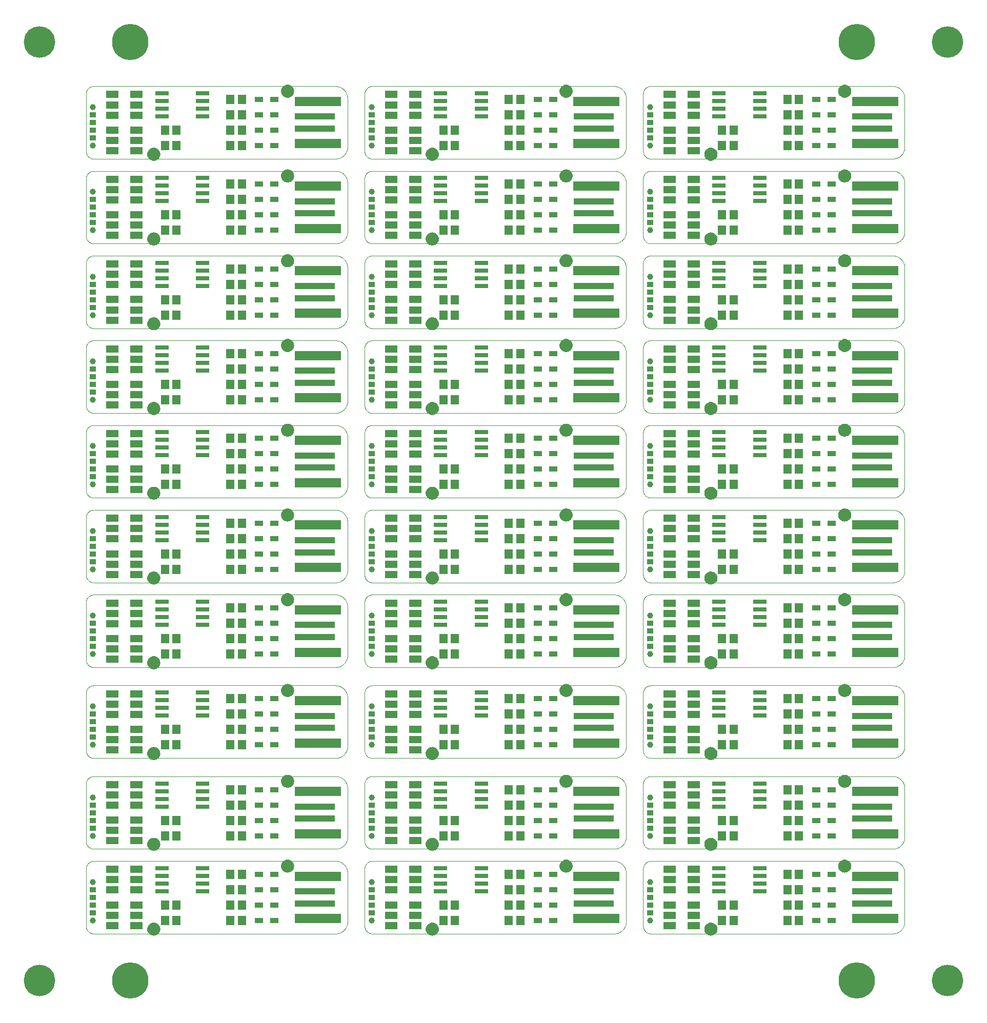
<source format=gts>
%MOIN*%
%OFA0B0*%
%FSLAX45Y45*%
%IPPOS*%
%LPD*%
%AMOC8*
5,1,8,0,0,1.08239X$1,22.5*%
%AMOC80*
5,1,8,0,0,1.08239X$1,22.5*%
%AMOC800*
5,1,8,0,0,1.08239X$1,22.5*%
%AMOC81*
5,1,8,0,0,1.08239X$1,22.5*%
%AMOC801*
5,1,8,0,0,1.08239X$1,22.5*%
%AMOC810*
5,1,8,0,0,1.08239X$1,22.5*%
%AMOC8000*
5,1,8,0,0,1.08239X$1,22.5*%
%AMOC82*
5,1,8,0,0,1.08239X$1,22.5*%
%AMOC802*
5,1,8,0,0,1.08239X$1,22.5*%
%AMOC811*
5,1,8,0,0,1.08239X$1,22.5*%
%AMOC8001*
5,1,8,0,0,1.08239X$1,22.5*%
%AMOC820*
5,1,8,0,0,1.08239X$1,22.5*%
%AMOC8010*
5,1,8,0,0,1.08239X$1,22.5*%
%AMOC80000*
5,1,8,0,0,1.08239X$1,22.5*%
%AMOC83*
5,1,8,0,0,1.08239X$1,22.5*%
%AMOC803*
5,1,8,0,0,1.08239X$1,22.5*%
%AMOC812*
5,1,8,0,0,1.08239X$1,22.5*%
%AMOC8002*
5,1,8,0,0,1.08239X$1,22.5*%
%AMOC821*
5,1,8,0,0,1.08239X$1,22.5*%
%AMOC8011*
5,1,8,0,0,1.08239X$1,22.5*%
%AMOC8100*
5,1,8,0,0,1.08239X$1,22.5*%
%AMOC80001*
5,1,8,0,0,1.08239X$1,22.5*%
%AMOC830*
5,1,8,0,0,1.08239X$1,22.5*%
%AMOC8020*
5,1,8,0,0,1.08239X$1,22.5*%
%AMOC8110*
5,1,8,0,0,1.08239X$1,22.5*%
%AMOC80010*
5,1,8,0,0,1.08239X$1,22.5*%
%AMOC8200*
5,1,8,0,0,1.08239X$1,22.5*%
%AMOC80100*
5,1,8,0,0,1.08239X$1,22.5*%
%AMOC81000*
5,1,8,0,0,1.08239X$1,22.5*%
%AMOC800000*
5,1,8,0,0,1.08239X$1,22.5*%
%ADD10C,0*%
%ADD11R,0.055179999999999993X0.06306*%
%ADD12R,0.05715X0.0355*%
%ADD13R,0.091X0.028*%
%ADD14R,0.08274X0.04731*%
%ADD15R,0.039X0.036*%
%ADD16C,0.039*%
%ADD17R,0.29928X0.06306*%
%ADD18R,0.25991X0.04337*%
%ADD19C,0.005*%
%ADD30C,0*%
%ADD31R,0.055179999999999993X0.06306*%
%ADD32R,0.05715X0.0355*%
%ADD33R,0.091X0.028*%
%ADD34R,0.08274X0.04731*%
%ADD35R,0.039X0.036*%
%ADD36C,0.039*%
%ADD37R,0.29928X0.06306*%
%ADD38R,0.25991X0.04337*%
%ADD39C,0.005*%
%ADD50C,0*%
%ADD51R,0.055179999999999993X0.06306*%
%ADD52R,0.05715X0.0355*%
%ADD53R,0.091X0.028*%
%ADD54R,0.08274X0.04731*%
%ADD55R,0.039X0.036*%
%ADD56C,0.039*%
%ADD57R,0.29928X0.06306*%
%ADD58R,0.25991X0.04337*%
%ADD59C,0.005*%
%ADD70C,0*%
%ADD71R,0.055179999999999993X0.06306*%
%ADD72R,0.05715X0.0355*%
%ADD73R,0.091X0.028*%
%ADD74R,0.08274X0.04731*%
%ADD75R,0.039X0.036*%
%ADD76C,0.039*%
%ADD77R,0.29928X0.06306*%
%ADD78R,0.25991X0.04337*%
%ADD79C,0.005*%
%ADD90C,0*%
%ADD91R,0.055179999999999993X0.06306*%
%ADD92R,0.05715X0.0355*%
%ADD93R,0.091X0.028*%
%ADD94R,0.08274X0.04731*%
%ADD95R,0.039X0.036*%
%ADD96C,0.039*%
%ADD97R,0.29928X0.06306*%
%ADD98R,0.25991X0.04337*%
%ADD99C,0.005*%
%ADD110C,0*%
%ADD111R,0.055179999999999993X0.06306*%
%ADD112R,0.05715X0.0355*%
%ADD113R,0.091X0.028*%
%ADD114R,0.08274X0.04731*%
%ADD115R,0.039X0.036*%
%ADD116C,0.039*%
%ADD117R,0.29928X0.06306*%
%ADD118R,0.25991X0.04337*%
%ADD119C,0.005*%
%ADD130C,0*%
%ADD131R,0.055179999999999993X0.06306*%
%ADD132R,0.05715X0.0355*%
%ADD133R,0.091X0.028*%
%ADD134R,0.08274X0.04731*%
%ADD135R,0.039X0.036*%
%ADD136C,0.039*%
%ADD137R,0.29928X0.06306*%
%ADD138R,0.25991X0.04337*%
%ADD139C,0.005*%
%ADD150C,0*%
%ADD151R,0.055179999999999993X0.06306*%
%ADD152R,0.05715X0.0355*%
%ADD153R,0.091X0.028*%
%ADD154R,0.08274X0.04731*%
%ADD155R,0.039X0.036*%
%ADD156C,0.039*%
%ADD157R,0.29928X0.06306*%
%ADD158R,0.25991X0.04337*%
%ADD159C,0.005*%
%ADD170C,0*%
%ADD171R,0.055179999999999993X0.06306*%
%ADD172R,0.05715X0.0355*%
%ADD173R,0.091X0.028*%
%ADD174R,0.08274X0.04731*%
%ADD175R,0.039X0.036*%
%ADD176C,0.039*%
%ADD177R,0.29928X0.06306*%
%ADD178R,0.25991X0.04337*%
%ADD179C,0.005*%
%ADD190C,0*%
%ADD191R,0.055179999999999993X0.06306*%
%ADD192R,0.05715X0.0355*%
%ADD193R,0.091X0.028*%
%ADD194R,0.08274X0.04731*%
%ADD195R,0.039X0.036*%
%ADD196C,0.039*%
%ADD197R,0.29928X0.06306*%
%ADD198R,0.25991X0.04337*%
%ADD199C,0.005*%
%ADD210C,0*%
%ADD211R,0.055179999999999993X0.06306*%
%ADD212R,0.05715X0.0355*%
%ADD213R,0.091X0.028*%
%ADD214R,0.08274X0.04731*%
%ADD215R,0.039X0.036*%
%ADD216C,0.039*%
%ADD217R,0.29928X0.06306*%
%ADD218R,0.25991X0.04337*%
%ADD219C,0.005*%
%ADD230C,0*%
%ADD231R,0.055179999999999993X0.06306*%
%ADD232R,0.05715X0.0355*%
%ADD233R,0.091X0.028*%
%ADD234R,0.08274X0.04731*%
%ADD235R,0.039X0.036*%
%ADD236C,0.039*%
%ADD237R,0.29928X0.06306*%
%ADD238R,0.25991X0.04337*%
%ADD239C,0.005*%
%ADD250C,0.23622047244094491*%
%ADD251C,0.20472440944881892*%
%ADD262C,0*%
%ADD263R,0.055179999999999993X0.06306*%
%ADD264R,0.05715X0.0355*%
%ADD265R,0.091X0.028*%
%ADD266R,0.08274X0.04731*%
%ADD267R,0.039X0.036*%
%ADD268C,0.039*%
%ADD269R,0.29928X0.06306*%
%ADD270R,0.25991X0.04337*%
%ADD271C,0.005*%
%ADD282C,0*%
%ADD283R,0.055179999999999993X0.06306*%
%ADD284R,0.05715X0.0355*%
%ADD285R,0.091X0.028*%
%ADD286R,0.08274X0.04731*%
%ADD287R,0.039X0.036*%
%ADD288C,0.039*%
%ADD289R,0.29928X0.06306*%
%ADD290R,0.25991X0.04337*%
%ADD291C,0.005*%
%ADD302C,0*%
%ADD303R,0.055179999999999993X0.06306*%
%ADD304R,0.05715X0.0355*%
%ADD305R,0.091X0.028*%
%ADD306R,0.08274X0.04731*%
%ADD307R,0.039X0.036*%
%ADD308C,0.039*%
%ADD309R,0.29928X0.06306*%
%ADD310R,0.25991X0.04337*%
%ADD311C,0.005*%
%ADD322C,0*%
%ADD323R,0.055179999999999993X0.06306*%
%ADD324R,0.05715X0.0355*%
%ADD325R,0.091X0.028*%
%ADD326R,0.08274X0.04731*%
%ADD327R,0.039X0.036*%
%ADD328C,0.039*%
%ADD329R,0.29928X0.06306*%
%ADD330R,0.25991X0.04337*%
%ADD331C,0.005*%
%ADD342C,0*%
%ADD343R,0.055179999999999993X0.06306*%
%ADD344R,0.05715X0.0355*%
%ADD345R,0.091X0.028*%
%ADD346R,0.08274X0.04731*%
%ADD347R,0.039X0.036*%
%ADD348C,0.039*%
%ADD349R,0.29928X0.06306*%
%ADD350R,0.25991X0.04337*%
%ADD351C,0.005*%
%ADD362C,0*%
%ADD363R,0.055179999999999993X0.06306*%
%ADD364R,0.05715X0.0355*%
%ADD365R,0.091X0.028*%
%ADD366R,0.08274X0.04731*%
%ADD367R,0.039X0.036*%
%ADD368C,0.039*%
%ADD369R,0.29928X0.06306*%
%ADD370R,0.25991X0.04337*%
%ADD371C,0.005*%
%ADD382C,0*%
%ADD383R,0.055179999999999993X0.06306*%
%ADD384R,0.05715X0.0355*%
%ADD385R,0.091X0.028*%
%ADD386R,0.08274X0.04731*%
%ADD387R,0.039X0.036*%
%ADD388C,0.039*%
%ADD389R,0.29928X0.06306*%
%ADD390R,0.25991X0.04337*%
%ADD391C,0.005*%
%ADD402C,0*%
%ADD403R,0.055179999999999993X0.06306*%
%ADD404R,0.05715X0.0355*%
%ADD405R,0.091X0.028*%
%ADD406R,0.08274X0.04731*%
%ADD407R,0.039X0.036*%
%ADD408C,0.039*%
%ADD409R,0.29928X0.06306*%
%ADD410R,0.25991X0.04337*%
%ADD411C,0.005*%
%ADD422C,0*%
%ADD423R,0.055179999999999993X0.06306*%
%ADD424R,0.05715X0.0355*%
%ADD425R,0.091X0.028*%
%ADD426R,0.08274X0.04731*%
%ADD427R,0.039X0.036*%
%ADD428C,0.039*%
%ADD429R,0.29928X0.06306*%
%ADD430R,0.25991X0.04337*%
%ADD431C,0.005*%
%ADD442C,0*%
%ADD443R,0.055179999999999993X0.06306*%
%ADD444R,0.05715X0.0355*%
%ADD445R,0.091X0.028*%
%ADD446R,0.08274X0.04731*%
%ADD447R,0.039X0.036*%
%ADD448C,0.039*%
%ADD449R,0.29928X0.06306*%
%ADD450R,0.25991X0.04337*%
%ADD451C,0.005*%
%ADD462C,0*%
%ADD463R,0.055179999999999993X0.06306*%
%ADD464R,0.05715X0.0355*%
%ADD465R,0.091X0.028*%
%ADD466R,0.08274X0.04731*%
%ADD467R,0.039X0.036*%
%ADD468C,0.039*%
%ADD469R,0.29928X0.06306*%
%ADD470R,0.25991X0.04337*%
%ADD471C,0.005*%
%ADD482C,0*%
%ADD483R,0.055179999999999993X0.06306*%
%ADD484R,0.05715X0.0355*%
%ADD485R,0.091X0.028*%
%ADD486R,0.08274X0.04731*%
%ADD487R,0.039X0.036*%
%ADD488C,0.039*%
%ADD489R,0.29928X0.06306*%
%ADD490R,0.25991X0.04337*%
%ADD491C,0.005*%
%ADD502C,0*%
%ADD503R,0.055179999999999993X0.06306*%
%ADD504R,0.05715X0.0355*%
%ADD505R,0.091X0.028*%
%ADD506R,0.08274X0.04731*%
%ADD507R,0.039X0.036*%
%ADD508C,0.039*%
%ADD509R,0.29928X0.06306*%
%ADD510R,0.25991X0.04337*%
%ADD511C,0.005*%
%ADD522C,0*%
%ADD523R,0.055179999999999993X0.06306*%
%ADD524R,0.05715X0.0355*%
%ADD525R,0.091X0.028*%
%ADD526R,0.08274X0.04731*%
%ADD527R,0.039X0.036*%
%ADD528C,0.039*%
%ADD529R,0.29928X0.06306*%
%ADD530R,0.25991X0.04337*%
%ADD531C,0.005*%
%ADD542C,0*%
%ADD543R,0.055179999999999993X0.06306*%
%ADD544R,0.05715X0.0355*%
%ADD545R,0.091X0.028*%
%ADD546R,0.08274X0.04731*%
%ADD547R,0.039X0.036*%
%ADD548C,0.039*%
%ADD549R,0.29928X0.06306*%
%ADD550R,0.25991X0.04337*%
%ADD551C,0.005*%
%ADD562C,0*%
%ADD563R,0.055179999999999993X0.06306*%
%ADD564R,0.05715X0.0355*%
%ADD565R,0.091X0.028*%
%ADD566R,0.08274X0.04731*%
%ADD567R,0.039X0.036*%
%ADD568C,0.039*%
%ADD569R,0.29928X0.06306*%
%ADD570R,0.25991X0.04337*%
%ADD571C,0.005*%
%ADD582C,0*%
%ADD583R,0.055179999999999993X0.06306*%
%ADD584R,0.05715X0.0355*%
%ADD585R,0.091X0.028*%
%ADD586R,0.08274X0.04731*%
%ADD587R,0.039X0.036*%
%ADD588C,0.039*%
%ADD589R,0.29928X0.06306*%
%ADD590R,0.25991X0.04337*%
%ADD591C,0.005*%
%ADD602C,0*%
%ADD603R,0.055179999999999993X0.06306*%
%ADD604R,0.05715X0.0355*%
%ADD605R,0.091X0.028*%
%ADD606R,0.08274X0.04731*%
%ADD607R,0.039X0.036*%
%ADD608C,0.039*%
%ADD609R,0.29928X0.06306*%
%ADD610R,0.25991X0.04337*%
%ADD611C,0.005*%
%LPD*%
G75*
D10*
X000417311Y000388689D02*
X000574437Y000388689D01*
X000574627Y000388690D01*
X000574817Y000388698D01*
X000575007Y000388710D01*
X000575197Y000388726D01*
X000575386Y000388745D01*
X000575575Y000388772D01*
X000575763Y000388801D01*
X000575950Y000388836D01*
X000576136Y000388875D01*
X000576320Y000388918D01*
X000576506Y000388966D01*
X000576689Y000389018D01*
X000576870Y000389074D01*
X000577050Y000389135D01*
X000577229Y000389201D01*
X000577406Y000389270D01*
X000577582Y000389344D01*
X000577755Y000389422D01*
X000577927Y000389505D01*
X000578096Y000389591D01*
X000578264Y000389681D01*
X000578429Y000389776D01*
X000578592Y000389874D01*
X000578752Y000389977D01*
X000578910Y000390083D01*
X000579065Y000390193D01*
X000579218Y000390306D01*
X000579368Y000390424D01*
X000579514Y000390545D01*
X000579658Y000390669D01*
X000579799Y000390797D01*
X000579937Y000390928D01*
X000580072Y000391063D01*
X000580203Y000391201D01*
X000580331Y000391342D01*
X000580455Y000391486D01*
X000580576Y000391632D01*
X000580694Y000391782D01*
X000580806Y000391935D01*
X000580916Y000392090D01*
X000581023Y000392248D01*
X000581126Y000392407D01*
X000581224Y000392571D01*
X000581319Y000392736D01*
X000581409Y000392903D01*
X000581495Y000393073D01*
X000581578Y000393245D01*
X000581656Y000393418D01*
X000581730Y000393594D01*
X000581799Y000393771D01*
X000581864Y000393950D01*
X000581926Y000394130D01*
X000581981Y000394311D01*
X000582034Y000394493D01*
X000582082Y000394679D01*
X000582125Y000394864D01*
X000582164Y000395050D01*
X000582199Y000395237D01*
X000582228Y000395425D01*
X000582254Y000395613D01*
X000582274Y000395803D01*
X000582290Y000395992D01*
X000582301Y000396182D01*
X000582309Y000396373D01*
X000582311Y000396563D01*
X000582311Y000428059D01*
X000582309Y000428249D01*
X000582301Y000428439D01*
X000582290Y000428629D01*
X000582274Y000428819D01*
X000582254Y000429007D01*
X000582228Y000429197D01*
X000582199Y000429385D01*
X000582164Y000429572D01*
X000582125Y000429758D01*
X000582082Y000429943D01*
X000582034Y000430128D01*
X000581981Y000430311D01*
X000581926Y000430492D01*
X000581864Y000430672D01*
X000581799Y000430851D01*
X000581730Y000431027D01*
X000581656Y000431203D01*
X000581578Y000431377D01*
X000581495Y000431548D01*
X000581409Y000431717D01*
X000581319Y000431886D01*
X000581224Y000432050D01*
X000581126Y000432214D01*
X000581023Y000432374D01*
X000580916Y000432531D01*
X000580806Y000432687D01*
X000580694Y000432840D01*
X000580576Y000432990D01*
X000580455Y000433136D01*
X000580331Y000433280D01*
X000580203Y000433420D01*
X000580072Y000433559D01*
X000579937Y000433694D01*
X000579799Y000433825D01*
X000579658Y000433953D01*
X000579514Y000434077D01*
X000579368Y000434198D01*
X000579218Y000434316D01*
X000579065Y000434429D01*
X000578910Y000434539D01*
X000578752Y000434645D01*
X000578592Y000434748D01*
X000578429Y000434846D01*
X000578264Y000434941D01*
X000578096Y000435031D01*
X000577927Y000435117D01*
X000577755Y000435200D01*
X000577582Y000435278D01*
X000577406Y000435351D01*
X000577229Y000435421D01*
X000577050Y000435487D01*
X000576870Y000435548D01*
X000576689Y000435604D01*
X000576506Y000435656D01*
X000576320Y000435703D01*
X000576136Y000435747D01*
X000575950Y000435785D01*
X000575763Y000435820D01*
X000575575Y000435850D01*
X000575386Y000435876D01*
X000575197Y000435896D01*
X000575007Y000435912D01*
X000574817Y000435924D01*
X000574627Y000435931D01*
X000574437Y000435933D01*
X000417311Y000435933D01*
X000417171Y000435931D01*
X000417031Y000435925D01*
X000416891Y000435914D01*
X000416751Y000435902D01*
X000416612Y000435884D01*
X000416472Y000435862D01*
X000416336Y000435837D01*
X000416198Y000435808D01*
X000416062Y000435775D01*
X000415927Y000435738D01*
X000415793Y000435696D01*
X000415660Y000435652D01*
X000415528Y000435604D01*
X000415398Y000435552D01*
X000415269Y000435497D01*
X000415142Y000435438D01*
X000415015Y000435375D01*
X000414892Y000435309D01*
X000414771Y000435240D01*
X000414651Y000435167D01*
X000414533Y000435090D01*
X000414418Y000435011D01*
X000414304Y000434928D01*
X000414194Y000434842D01*
X000414085Y000434753D01*
X000413978Y000434661D01*
X000413876Y000434565D01*
X000413774Y000434469D01*
X000413678Y000434368D01*
X000413583Y000434265D01*
X000413490Y000434159D01*
X000413401Y000434049D01*
X000413316Y000433940D01*
X000413232Y000433826D01*
X000413154Y000433711D01*
X000413077Y000433593D01*
X000413004Y000433473D01*
X000412934Y000433352D01*
X000412869Y000433228D01*
X000412805Y000433101D01*
X000412747Y000432975D01*
X000412692Y000432846D01*
X000412640Y000432716D01*
X000412592Y000432584D01*
X000412547Y000432451D01*
X000412506Y000432317D01*
X000412469Y000432182D01*
X000412436Y000432046D01*
X000412406Y000431907D01*
X000412382Y000431771D01*
X000412360Y000431632D01*
X000412342Y000431493D01*
X000412329Y000431353D01*
X000412319Y000431213D01*
X000412313Y000431073D01*
X000412310Y000430933D01*
X000412310Y000393689D01*
X000412313Y000393549D01*
X000412319Y000393409D01*
X000412329Y000393269D01*
X000412342Y000393129D01*
X000412360Y000392990D01*
X000412382Y000392851D01*
X000412406Y000392714D01*
X000412436Y000392576D01*
X000412469Y000392440D01*
X000412506Y000392305D01*
X000412547Y000392170D01*
X000412592Y000392038D01*
X000412640Y000391906D01*
X000412692Y000391776D01*
X000412747Y000391647D01*
X000412805Y000391520D01*
X000412869Y000391394D01*
X000412934Y000391269D01*
X000413004Y000391149D01*
X000413077Y000391028D01*
X000413154Y000390911D01*
X000413232Y000390795D01*
X000413316Y000390682D01*
X000413401Y000390572D01*
X000413490Y000390463D01*
X000413583Y000390357D01*
X000413678Y000390254D01*
X000413774Y000390153D01*
X000413876Y000390056D01*
X000413978Y000389961D01*
X000414085Y000389869D01*
X000414194Y000389780D01*
X000414304Y000389693D01*
X000414418Y000389611D01*
X000414533Y000389532D01*
X000414651Y000389455D01*
X000414771Y000389382D01*
X000414892Y000389313D01*
X000415015Y000389247D01*
X000415142Y000389184D01*
X000415269Y000389124D01*
X000415398Y000389070D01*
X000415528Y000389018D01*
X000415660Y000388970D01*
X000415793Y000388924D01*
X000415927Y000388884D01*
X000416062Y000388847D01*
X000416198Y000388814D01*
X000416336Y000388785D01*
X000416472Y000388760D01*
X000416612Y000388738D01*
X000416751Y000388720D01*
X000416891Y000388707D01*
X000417031Y000388697D01*
X000417171Y000388690D01*
X000417311Y000388689D01*
D11*
X000463571Y000397311D03*
X000471051Y000397311D03*
X000471051Y000407311D03*
X000463571Y000407311D03*
X000506071Y000407311D03*
X000513550Y000407311D03*
X000513550Y000397311D03*
X000506071Y000397311D03*
X000506071Y000417311D03*
X000513550Y000417311D03*
X000513550Y000427311D03*
X000506071Y000427311D03*
D12*
X000524811Y000427311D03*
X000534811Y000427311D03*
X000534811Y000417311D03*
X000524811Y000417311D03*
X000524811Y000407311D03*
X000534811Y000407311D03*
X000534811Y000397311D03*
X000524811Y000397311D03*
D13*
X000488110Y000416310D03*
X000488110Y000421311D03*
X000488110Y000426311D03*
X000488110Y000431311D03*
X000461611Y000431311D03*
X000461611Y000426311D03*
X000461611Y000421311D03*
X000461611Y000416310D03*
D14*
X000445185Y000417117D03*
X000429437Y000417117D03*
X000429437Y000423811D03*
X000445185Y000423811D03*
X000445185Y000430504D03*
X000429437Y000430504D03*
X000429437Y000407404D03*
X000445185Y000407404D03*
X000445185Y000400711D03*
X000429437Y000400711D03*
X000429437Y000394018D03*
X000445185Y000394018D03*
D15*
X000416811Y000402311D03*
X000416811Y000407311D03*
X000416811Y000412310D03*
X000416811Y000417311D03*
D16*
X000416811Y000422311D03*
X000416811Y000397311D03*
D17*
X000563098Y000398531D03*
X000563098Y000426091D03*
D18*
X000561130Y000416248D03*
X000561130Y000408373D03*
D19*
X000544658Y000428989D02*
X000543995Y000428812D01*
X000543311Y000428752D01*
X000542626Y000428812D01*
X000541962Y000428989D01*
X000541342Y000429279D01*
X000540780Y000429673D01*
X000540295Y000430158D01*
X000539901Y000430720D01*
X000539611Y000431342D01*
X000539434Y000432005D01*
X000539374Y000432688D01*
X000539434Y000433373D01*
X000539611Y000434036D01*
X000539901Y000434658D01*
X000540295Y000435220D01*
X000540780Y000435705D01*
X000541342Y000436099D01*
X000541962Y000436388D01*
X000542626Y000436566D01*
X000543311Y000436625D01*
X000543995Y000436566D01*
X000544658Y000436388D01*
X000545280Y000436099D01*
X000545842Y000435705D01*
X000546327Y000435220D01*
X000546721Y000434658D01*
X000547011Y000434036D01*
X000547188Y000433373D01*
X000547248Y000432688D01*
X000547188Y000432005D01*
X000547011Y000431342D01*
X000546721Y000430720D01*
X000546327Y000430158D01*
X000545842Y000429673D01*
X000545280Y000429279D01*
X000544658Y000428989D01*
X000544827Y000429068D02*
X000541795Y000429068D01*
X000540932Y000429567D02*
X000545690Y000429567D01*
X000546234Y000430065D02*
X000540387Y000430065D01*
X000540011Y000430564D02*
X000546611Y000430564D01*
X000546879Y000431062D02*
X000539742Y000431062D01*
X000539553Y000431561D02*
X000547069Y000431561D01*
X000547193Y000432059D02*
X000539429Y000432059D01*
X000539385Y000432558D02*
X000547236Y000432558D01*
X000547216Y000433057D02*
X000539406Y000433057D01*
X000539482Y000433554D02*
X000547139Y000433554D01*
X000547002Y000434054D02*
X000539620Y000434054D01*
X000539852Y000434551D02*
X000546770Y000434551D01*
X000546445Y000435051D02*
X000540177Y000435051D01*
X000540624Y000435548D02*
X000545998Y000435548D01*
X000545352Y000436048D02*
X000541270Y000436048D01*
X000542552Y000436545D02*
X000544070Y000436545D01*
X000456995Y000395566D02*
X000456311Y000395626D01*
X000455626Y000395566D01*
X000454964Y000395389D01*
X000454342Y000395099D01*
X000453780Y000394705D01*
X000453294Y000394220D01*
X000452901Y000393658D01*
X000452611Y000393036D01*
X000452433Y000392373D01*
X000452374Y000391689D01*
X000452433Y000391005D01*
X000452611Y000390342D01*
X000452901Y000389720D01*
X000453294Y000389157D01*
X000453780Y000388672D01*
X000454342Y000388278D01*
X000454964Y000387989D01*
X000455626Y000387812D01*
X000456311Y000387752D01*
X000456995Y000387812D01*
X000457658Y000387989D01*
X000458280Y000388278D01*
X000458842Y000388672D01*
X000459327Y000389157D01*
X000459720Y000389720D01*
X000460011Y000390342D01*
X000460188Y000391005D01*
X000460248Y000391689D01*
X000460188Y000392373D01*
X000460011Y000393036D01*
X000459720Y000393658D01*
X000459327Y000394220D01*
X000458842Y000394705D01*
X000458280Y000395099D01*
X000457658Y000395389D01*
X000456995Y000395566D01*
X000458127Y000395170D02*
X000454495Y000395170D01*
X000453747Y000394671D02*
X000458875Y000394671D01*
X000459360Y000394173D02*
X000453261Y000394173D01*
X000452913Y000393674D02*
X000459708Y000393674D01*
X000459945Y000393176D02*
X000452677Y000393176D01*
X000452515Y000392677D02*
X000460107Y000392677D01*
X000460205Y000392179D02*
X000452417Y000392179D01*
X000452375Y000391680D02*
X000460247Y000391680D01*
X000460203Y000391182D02*
X000452418Y000391182D01*
X000452520Y000390683D02*
X000460102Y000390683D01*
X000459937Y000390185D02*
X000452684Y000390185D01*
X000452926Y000389686D02*
X000459696Y000389686D01*
X000459347Y000389188D02*
X000453275Y000389188D01*
X000453763Y000388689D02*
X000458858Y000388689D01*
X000458089Y000388190D02*
X000454533Y000388190D01*
G75*
D30*
X000055106Y000333571D02*
X000212232Y000333571D01*
X000212422Y000333572D01*
X000212611Y000333580D01*
X000212803Y000333592D01*
X000212993Y000333608D01*
X000213181Y000333627D01*
X000213371Y000333654D01*
X000213559Y000333683D01*
X000213746Y000333718D01*
X000213932Y000333757D01*
X000214116Y000333800D01*
X000214302Y000333848D01*
X000214485Y000333900D01*
X000214665Y000333956D01*
X000214846Y000334017D01*
X000215025Y000334083D01*
X000215201Y000334152D01*
X000215377Y000334225D01*
X000215551Y000334304D01*
X000215723Y000334387D01*
X000215892Y000334473D01*
X000216060Y000334563D01*
X000216224Y000334658D01*
X000216387Y000334756D01*
X000216548Y000334859D01*
X000216706Y000334965D01*
X000216861Y000335075D01*
X000217014Y000335188D01*
X000217164Y000335305D01*
X000217309Y000335427D01*
X000217454Y000335551D01*
X000217594Y000335679D01*
X000217733Y000335810D01*
X000217868Y000335945D01*
X000217999Y000336083D01*
X000218127Y000336224D01*
X000218251Y000336368D01*
X000218372Y000336514D01*
X000218489Y000336664D01*
X000218603Y000336817D01*
X000218712Y000336972D01*
X000218819Y000337130D01*
X000218922Y000337289D01*
X000219020Y000337453D01*
X000219115Y000337618D01*
X000219205Y000337785D01*
X000219291Y000337955D01*
X000219374Y000338127D01*
X000219451Y000338299D01*
X000219526Y000338476D01*
X000219593Y000338653D01*
X000219661Y000338832D01*
X000219722Y000339012D01*
X000219776Y000339193D01*
X000219830Y000339375D01*
X000219878Y000339561D01*
X000219921Y000339746D01*
X000219960Y000339932D01*
X000219993Y000340119D01*
X000220024Y000340307D01*
X000220050Y000340495D01*
X000220070Y000340685D01*
X000220086Y000340874D01*
X000220098Y000341065D01*
X000220105Y000341255D01*
X000220107Y000341445D01*
X000220107Y000372941D01*
X000220105Y000373131D01*
X000220098Y000373321D01*
X000220086Y000373511D01*
X000220070Y000373701D01*
X000220050Y000373890D01*
X000220024Y000374079D01*
X000219993Y000374267D01*
X000219960Y000374454D01*
X000219921Y000374640D01*
X000219878Y000374825D01*
X000219830Y000375010D01*
X000219776Y000375193D01*
X000219722Y000375374D01*
X000219661Y000375554D01*
X000219593Y000375733D01*
X000219526Y000375910D01*
X000219451Y000376086D01*
X000219374Y000376259D01*
X000219291Y000376431D01*
X000219205Y000376600D01*
X000219115Y000376767D01*
X000219020Y000376933D01*
X000218922Y000377096D01*
X000218819Y000377256D01*
X000218712Y000377413D01*
X000218603Y000377569D01*
X000218489Y000377722D01*
X000218372Y000377872D01*
X000218251Y000378018D01*
X000218127Y000378162D01*
X000217999Y000378303D01*
X000217868Y000378441D01*
X000217733Y000378576D01*
X000217594Y000378707D01*
X000217454Y000378835D01*
X000217309Y000378959D01*
X000217164Y000379080D01*
X000217014Y000379198D01*
X000216861Y000379311D01*
X000216706Y000379421D01*
X000216548Y000379527D01*
X000216387Y000379630D01*
X000216224Y000379728D01*
X000216060Y000379823D01*
X000215892Y000379913D01*
X000215723Y000379999D01*
X000215551Y000380082D01*
X000215377Y000380160D01*
X000215201Y000380234D01*
X000215025Y000380303D01*
X000214846Y000380369D01*
X000214665Y000380430D01*
X000214485Y000380486D01*
X000214302Y000380538D01*
X000214116Y000380586D01*
X000213932Y000380629D01*
X000213746Y000380668D01*
X000213559Y000380703D01*
X000213371Y000380732D01*
X000213181Y000380758D01*
X000212993Y000380778D01*
X000212803Y000380794D01*
X000212611Y000380806D01*
X000212422Y000380813D01*
X000212232Y000380815D01*
X000055106Y000380815D01*
X000054967Y000380813D01*
X000054827Y000380807D01*
X000054687Y000380797D01*
X000054547Y000380783D01*
X000054408Y000380766D01*
X000054269Y000380744D01*
X000054132Y000380719D01*
X000053994Y000380690D01*
X000053857Y000380657D01*
X000053723Y000380619D01*
X000053589Y000380579D01*
X000053456Y000380534D01*
X000053324Y000380486D01*
X000053194Y000380434D01*
X000053064Y000380379D01*
X000052937Y000380320D01*
X000052812Y000380257D01*
X000052688Y000380191D01*
X000052567Y000380122D01*
X000052447Y000380049D01*
X000052329Y000379972D01*
X000052214Y000379893D01*
X000052100Y000379809D01*
X000051990Y000379724D01*
X000051881Y000379634D01*
X000051775Y000379543D01*
X000051671Y000379448D01*
X000051571Y000379351D01*
X000051474Y000379250D01*
X000051379Y000379147D01*
X000051287Y000379041D01*
X000051198Y000378932D01*
X000051112Y000378822D01*
X000051029Y000378708D01*
X000050949Y000378593D01*
X000050873Y000378474D01*
X000050800Y000378354D01*
X000050731Y000378234D01*
X000050665Y000378110D01*
X000050602Y000377984D01*
X000050543Y000377857D01*
X000050488Y000377728D01*
X000050436Y000377598D01*
X000050388Y000377466D01*
X000050343Y000377333D01*
X000050302Y000377199D01*
X000050265Y000377064D01*
X000050232Y000376928D01*
X000050203Y000376790D01*
X000050178Y000376653D01*
X000050156Y000376514D01*
X000050138Y000376375D01*
X000050125Y000376235D01*
X000050115Y000376095D01*
X000050109Y000375954D01*
X000050107Y000375815D01*
X000050107Y000338571D01*
X000050109Y000338431D01*
X000050115Y000338291D01*
X000050125Y000338151D01*
X000050138Y000338011D01*
X000050156Y000337872D01*
X000050178Y000337733D01*
X000050203Y000337596D01*
X000050232Y000337458D01*
X000050265Y000337322D01*
X000050302Y000337187D01*
X000050343Y000337052D01*
X000050388Y000336920D01*
X000050436Y000336788D01*
X000050488Y000336658D01*
X000050543Y000336529D01*
X000050602Y000336402D01*
X000050665Y000336276D01*
X000050731Y000336151D01*
X000050800Y000336031D01*
X000050873Y000335910D01*
X000050949Y000335793D01*
X000051029Y000335677D01*
X000051112Y000335564D01*
X000051198Y000335454D01*
X000051287Y000335345D01*
X000051379Y000335239D01*
X000051474Y000335136D01*
X000051571Y000335035D01*
X000051671Y000334938D01*
X000051775Y000334843D01*
X000051881Y000334751D01*
X000051990Y000334662D01*
X000052100Y000334575D01*
X000052214Y000334493D01*
X000052329Y000334414D01*
X000052447Y000334337D01*
X000052567Y000334264D01*
X000052688Y000334195D01*
X000052812Y000334129D01*
X000052937Y000334066D01*
X000053064Y000334006D01*
X000053194Y000333952D01*
X000053324Y000333900D01*
X000053456Y000333852D01*
X000053589Y000333806D01*
X000053723Y000333766D01*
X000053857Y000333729D01*
X000053994Y000333696D01*
X000054132Y000333667D01*
X000054269Y000333642D01*
X000054408Y000333620D01*
X000054547Y000333602D01*
X000054687Y000333589D01*
X000054827Y000333579D01*
X000054967Y000333572D01*
X000055106Y000333571D01*
D31*
X000101367Y000342193D03*
X000108847Y000342193D03*
X000108847Y000352193D03*
X000101367Y000352193D03*
X000143867Y000352193D03*
X000151347Y000352193D03*
X000151347Y000342193D03*
X000143867Y000342193D03*
X000143867Y000362193D03*
X000151347Y000362193D03*
X000151347Y000372193D03*
X000143867Y000372193D03*
D32*
X000162607Y000372193D03*
X000172607Y000372193D03*
X000172607Y000362193D03*
X000162607Y000362193D03*
X000162607Y000352193D03*
X000172607Y000352193D03*
X000172607Y000342193D03*
X000162607Y000342193D03*
D33*
X000125906Y000361193D03*
X000125906Y000366193D03*
X000125906Y000371193D03*
X000125906Y000376193D03*
X000099407Y000376193D03*
X000099407Y000371193D03*
X000099407Y000366193D03*
X000099407Y000361193D03*
D34*
X000082981Y000362000D03*
X000067232Y000362000D03*
X000067232Y000368692D03*
X000082981Y000368692D03*
X000082981Y000375385D03*
X000067232Y000375385D03*
X000067232Y000352286D03*
X000082981Y000352286D03*
X000082981Y000345593D03*
X000067232Y000345593D03*
X000067232Y000338900D03*
X000082981Y000338900D03*
D35*
X000054607Y000347193D03*
X000054607Y000352193D03*
X000054607Y000357193D03*
X000054607Y000362193D03*
D36*
X000054607Y000367193D03*
X000054607Y000342193D03*
D37*
X000200894Y000343413D03*
X000200894Y000370973D03*
D38*
X000198926Y000361130D03*
X000198926Y000353256D03*
D39*
X000182454Y000373871D02*
X000181791Y000373693D01*
X000181107Y000373634D01*
X000180423Y000373693D01*
X000179760Y000373871D01*
X000179138Y000374161D01*
X000178576Y000374555D01*
X000178091Y000375040D01*
X000177697Y000375602D01*
X000177407Y000376224D01*
X000177230Y000376887D01*
X000177170Y000377570D01*
X000177230Y000378255D01*
X000177407Y000378918D01*
X000177697Y000379539D01*
X000178091Y000380102D01*
X000178576Y000380586D01*
X000179138Y000380980D01*
X000179760Y000381271D01*
X000180423Y000381447D01*
X000181107Y000381508D01*
X000181791Y000381447D01*
X000182454Y000381271D01*
X000183076Y000380980D01*
X000183638Y000380586D01*
X000184123Y000380102D01*
X000184517Y000379539D01*
X000184807Y000378918D01*
X000184984Y000378255D01*
X000185044Y000377570D01*
X000184984Y000376887D01*
X000184807Y000376224D01*
X000184517Y000375602D01*
X000184123Y000375040D01*
X000183638Y000374555D01*
X000183076Y000374161D01*
X000182454Y000373871D01*
X000182623Y000373950D02*
X000179591Y000373950D01*
X000178728Y000374449D02*
X000183486Y000374449D01*
X000184030Y000374947D02*
X000178184Y000374947D01*
X000177806Y000375446D02*
X000184407Y000375446D01*
X000184676Y000375944D02*
X000177538Y000375944D01*
X000177349Y000376443D02*
X000184865Y000376443D01*
X000184989Y000376941D02*
X000177225Y000376941D01*
X000177181Y000377440D02*
X000185033Y000377440D01*
X000185012Y000377939D02*
X000177202Y000377939D01*
X000177279Y000378437D02*
X000184935Y000378437D01*
X000184798Y000378936D02*
X000177416Y000378936D01*
X000177648Y000379434D02*
X000184566Y000379434D01*
X000184241Y000379933D02*
X000177972Y000379933D01*
X000178420Y000380431D02*
X000183794Y000380431D01*
X000183148Y000380930D02*
X000179066Y000380930D01*
X000180348Y000381428D02*
X000181866Y000381428D01*
X000094791Y000340448D02*
X000094107Y000340508D01*
X000093423Y000340448D01*
X000092760Y000340271D01*
X000092138Y000339981D01*
X000091576Y000339587D01*
X000091091Y000339102D01*
X000090697Y000338540D01*
X000090407Y000337918D01*
X000090230Y000337255D01*
X000090170Y000336571D01*
X000090230Y000335887D01*
X000090407Y000335224D01*
X000090697Y000334602D01*
X000091091Y000334040D01*
X000091576Y000333554D01*
X000092138Y000333160D01*
X000092760Y000332871D01*
X000093423Y000332694D01*
X000094107Y000332634D01*
X000094791Y000332694D01*
X000095454Y000332871D01*
X000096076Y000333160D01*
X000096638Y000333554D01*
X000097123Y000334040D01*
X000097517Y000334602D01*
X000097807Y000335224D01*
X000097984Y000335887D01*
X000098044Y000336571D01*
X000097984Y000337255D01*
X000097807Y000337918D01*
X000097517Y000338540D01*
X000097123Y000339102D01*
X000096638Y000339587D01*
X000096076Y000339981D01*
X000095454Y000340271D01*
X000094791Y000340448D01*
X000095923Y000340052D02*
X000092291Y000340052D01*
X000091543Y000339553D02*
X000096671Y000339553D01*
X000097156Y000339055D02*
X000091057Y000339055D01*
X000090709Y000338556D02*
X000097505Y000338556D01*
X000097741Y000338058D02*
X000090473Y000338058D01*
X000090311Y000337559D02*
X000097903Y000337559D01*
X000098001Y000337061D02*
X000090213Y000337061D01*
X000090171Y000336562D02*
X000098043Y000336562D01*
X000098000Y000336064D02*
X000090214Y000336064D01*
X000090316Y000335565D02*
X000097898Y000335565D01*
X000097733Y000335067D02*
X000090481Y000335067D01*
X000090722Y000334568D02*
X000097491Y000334568D01*
X000097143Y000334070D02*
X000091071Y000334070D01*
X000091560Y000333571D02*
X000096654Y000333571D01*
X000095885Y000333072D02*
X000092329Y000333072D01*
G75*
D50*
X000055106Y000443807D02*
X000212232Y000443807D01*
X000212422Y000443809D01*
X000212611Y000443816D01*
X000212803Y000443828D01*
X000212993Y000443844D01*
X000213181Y000443864D01*
X000213371Y000443890D01*
X000213559Y000443919D01*
X000213746Y000443954D01*
X000213932Y000443993D01*
X000214116Y000444036D01*
X000214302Y000444083D01*
X000214485Y000444136D01*
X000214665Y000444191D01*
X000214846Y000444252D01*
X000215025Y000444319D01*
X000215201Y000444388D01*
X000215377Y000444461D01*
X000215551Y000444540D01*
X000215723Y000444623D01*
X000215892Y000444709D01*
X000216060Y000444799D01*
X000216224Y000444894D01*
X000216387Y000444991D01*
X000216548Y000445095D01*
X000216706Y000445200D01*
X000216861Y000445310D01*
X000217014Y000445424D01*
X000217164Y000445542D01*
X000217309Y000445662D01*
X000217454Y000445787D01*
X000217594Y000445915D01*
X000217733Y000446046D01*
X000217868Y000446181D01*
X000217999Y000446319D01*
X000218127Y000446460D01*
X000218251Y000446603D01*
X000218372Y000446750D01*
X000218489Y000446900D01*
X000218603Y000447053D01*
X000218712Y000447208D01*
X000218819Y000447366D01*
X000218922Y000447525D01*
X000219020Y000447689D01*
X000219115Y000447854D01*
X000219205Y000448022D01*
X000219291Y000448191D01*
X000219374Y000448363D01*
X000219451Y000448536D01*
X000219526Y000448712D01*
X000219593Y000448888D01*
X000219661Y000449068D01*
X000219722Y000449247D01*
X000219776Y000449429D01*
X000219830Y000449612D01*
X000219878Y000449796D01*
X000219921Y000449982D01*
X000219960Y000450168D01*
X000219993Y000450355D01*
X000220024Y000450542D01*
X000220050Y000450732D01*
X000220070Y000450921D01*
X000220086Y000451111D01*
X000220098Y000451301D01*
X000220105Y000451491D01*
X000220107Y000451681D01*
X000220107Y000483176D01*
X000220105Y000483366D01*
X000220098Y000483556D01*
X000220086Y000483747D01*
X000220070Y000483937D01*
X000220050Y000484126D01*
X000220024Y000484314D01*
X000219993Y000484503D01*
X000219960Y000484690D01*
X000219921Y000484876D01*
X000219878Y000485060D01*
X000219830Y000485246D01*
X000219776Y000485429D01*
X000219722Y000485609D01*
X000219661Y000485790D01*
X000219593Y000485968D01*
X000219526Y000486146D01*
X000219451Y000486322D01*
X000219374Y000486495D01*
X000219291Y000486667D01*
X000219205Y000486836D01*
X000219115Y000487004D01*
X000219020Y000487169D01*
X000218922Y000487331D01*
X000218819Y000487492D01*
X000218712Y000487650D01*
X000218603Y000487805D01*
X000218489Y000487958D01*
X000218372Y000488108D01*
X000218251Y000488253D01*
X000218127Y000488398D01*
X000217999Y000488539D01*
X000217868Y000488677D01*
X000217733Y000488812D01*
X000217594Y000488943D01*
X000217454Y000489071D01*
X000217309Y000489194D01*
X000217164Y000489316D01*
X000217014Y000489433D01*
X000216861Y000489547D01*
X000216706Y000489656D01*
X000216548Y000489763D01*
X000216387Y000489865D01*
X000216224Y000489964D01*
X000216060Y000490059D01*
X000215892Y000490149D01*
X000215723Y000490235D01*
X000215551Y000490318D01*
X000215377Y000490395D01*
X000215201Y000490470D01*
X000215025Y000490538D01*
X000214846Y000490604D01*
X000214665Y000490665D01*
X000214485Y000490721D01*
X000214302Y000490774D01*
X000214116Y000490822D01*
X000213932Y000490865D01*
X000213746Y000490904D01*
X000213559Y000490939D01*
X000213371Y000490968D01*
X000213181Y000490994D01*
X000212993Y000491014D01*
X000212803Y000491030D01*
X000212611Y000491042D01*
X000212422Y000491049D01*
X000212232Y000491051D01*
X000055106Y000491051D01*
X000054967Y000491049D01*
X000054827Y000491043D01*
X000054687Y000491033D01*
X000054547Y000491019D01*
X000054408Y000491002D01*
X000054269Y000490980D01*
X000054132Y000490955D01*
X000053994Y000490926D01*
X000053857Y000490893D01*
X000053723Y000490855D01*
X000053589Y000490815D01*
X000053456Y000490770D01*
X000053324Y000490721D01*
X000053194Y000490670D01*
X000053064Y000490615D01*
X000052937Y000490556D01*
X000052812Y000490493D01*
X000052688Y000490427D01*
X000052567Y000490358D01*
X000052447Y000490285D01*
X000052329Y000490208D01*
X000052214Y000490129D01*
X000052100Y000490046D01*
X000051990Y000489960D01*
X000051881Y000489871D01*
X000051775Y000489778D01*
X000051671Y000489684D01*
X000051571Y000489587D01*
X000051474Y000489486D01*
X000051379Y000489383D01*
X000051287Y000489276D01*
X000051198Y000489168D01*
X000051112Y000489058D01*
X000051029Y000488943D01*
X000050949Y000488828D01*
X000050873Y000488711D01*
X000050800Y000488591D01*
X000050731Y000488469D01*
X000050665Y000488346D01*
X000050602Y000488220D01*
X000050543Y000488093D01*
X000050488Y000487964D01*
X000050436Y000487833D01*
X000050388Y000487702D01*
X000050343Y000487568D01*
X000050302Y000487435D01*
X000050265Y000487300D01*
X000050232Y000487164D01*
X000050203Y000487026D01*
X000050178Y000486889D01*
X000050156Y000486750D01*
X000050138Y000486611D01*
X000050125Y000486470D01*
X000050115Y000486331D01*
X000050109Y000486191D01*
X000050107Y000486050D01*
X000050107Y000448806D01*
X000050109Y000448667D01*
X000050115Y000448527D01*
X000050125Y000448386D01*
X000050138Y000448247D01*
X000050156Y000448108D01*
X000050178Y000447969D01*
X000050203Y000447832D01*
X000050232Y000447694D01*
X000050265Y000447558D01*
X000050302Y000447423D01*
X000050343Y000447288D01*
X000050388Y000447156D01*
X000050436Y000447024D01*
X000050488Y000446894D01*
X000050543Y000446765D01*
X000050602Y000446638D01*
X000050665Y000446512D01*
X000050731Y000446387D01*
X000050800Y000446267D01*
X000050873Y000446147D01*
X000050949Y000446028D01*
X000051029Y000445913D01*
X000051112Y000445800D01*
X000051198Y000445690D01*
X000051287Y000445580D01*
X000051379Y000445475D01*
X000051474Y000445371D01*
X000051571Y000445271D01*
X000051671Y000445174D01*
X000051775Y000445078D01*
X000051881Y000444987D01*
X000051990Y000444898D01*
X000052100Y000444812D01*
X000052214Y000444729D01*
X000052329Y000444650D01*
X000052447Y000444573D01*
X000052567Y000444500D01*
X000052688Y000444431D01*
X000052812Y000444365D01*
X000052937Y000444302D01*
X000053064Y000444243D01*
X000053194Y000444188D01*
X000053324Y000444136D01*
X000053456Y000444088D01*
X000053589Y000444043D01*
X000053723Y000444001D01*
X000053857Y000443965D01*
X000053994Y000443932D01*
X000054132Y000443903D01*
X000054269Y000443878D01*
X000054408Y000443856D01*
X000054547Y000443838D01*
X000054687Y000443825D01*
X000054827Y000443815D01*
X000054967Y000443809D01*
X000055106Y000443807D01*
D51*
X000101367Y000452428D03*
X000108847Y000452428D03*
X000108847Y000462429D03*
X000101367Y000462429D03*
X000143867Y000462429D03*
X000151347Y000462429D03*
X000151347Y000452428D03*
X000143867Y000452428D03*
X000143867Y000472429D03*
X000151347Y000472429D03*
X000151347Y000482429D03*
X000143867Y000482429D03*
D52*
X000162607Y000482429D03*
X000172607Y000482429D03*
X000172607Y000472429D03*
X000162607Y000472429D03*
X000162607Y000462429D03*
X000172607Y000462429D03*
X000172607Y000452428D03*
X000162607Y000452428D03*
D53*
X000125906Y000471429D03*
X000125906Y000476429D03*
X000125906Y000481429D03*
X000125906Y000486428D03*
X000099407Y000486428D03*
X000099407Y000481429D03*
X000099407Y000476429D03*
X000099407Y000471429D03*
D54*
X000082981Y000472236D03*
X000067232Y000472236D03*
X000067232Y000478929D03*
X000082981Y000478929D03*
X000082981Y000485622D03*
X000067232Y000485622D03*
X000067232Y000462521D03*
X000082981Y000462521D03*
X000082981Y000455829D03*
X000067232Y000455829D03*
X000067232Y000449136D03*
X000082981Y000449136D03*
D55*
X000054607Y000457429D03*
X000054607Y000462429D03*
X000054607Y000467429D03*
X000054607Y000472429D03*
D56*
X000054607Y000477428D03*
X000054607Y000452428D03*
D57*
X000200894Y000453648D03*
X000200894Y000481209D03*
D58*
X000198926Y000471366D03*
X000198926Y000463492D03*
D59*
X000182454Y000484107D02*
X000181791Y000483930D01*
X000181107Y000483870D01*
X000180423Y000483930D01*
X000179760Y000484107D01*
X000179138Y000484396D01*
X000178576Y000484791D01*
X000178091Y000485276D01*
X000177697Y000485838D01*
X000177407Y000486460D01*
X000177230Y000487123D01*
X000177170Y000487807D01*
X000177230Y000488490D01*
X000177407Y000489154D01*
X000177697Y000489776D01*
X000178091Y000490338D01*
X000178576Y000490822D01*
X000179138Y000491216D01*
X000179760Y000491507D01*
X000180423Y000491683D01*
X000181107Y000491744D01*
X000181791Y000491683D01*
X000182454Y000491507D01*
X000183076Y000491216D01*
X000183638Y000490822D01*
X000184123Y000490338D01*
X000184517Y000489776D01*
X000184807Y000489154D01*
X000184984Y000488490D01*
X000185044Y000487807D01*
X000184984Y000487123D01*
X000184807Y000486460D01*
X000184517Y000485838D01*
X000184123Y000485276D01*
X000183638Y000484791D01*
X000183076Y000484396D01*
X000182454Y000484107D01*
X000182623Y000484185D02*
X000179591Y000484185D01*
X000178728Y000484685D02*
X000183486Y000484685D01*
X000184030Y000485182D02*
X000178184Y000485182D01*
X000177806Y000485682D02*
X000184407Y000485682D01*
X000184676Y000486179D02*
X000177538Y000486179D01*
X000177349Y000486679D02*
X000184865Y000486679D01*
X000184989Y000487177D02*
X000177225Y000487177D01*
X000177181Y000487676D02*
X000185033Y000487676D01*
X000185012Y000488175D02*
X000177202Y000488175D01*
X000177279Y000488673D02*
X000184935Y000488673D01*
X000184798Y000489172D02*
X000177416Y000489172D01*
X000177648Y000489670D02*
X000184566Y000489670D01*
X000184241Y000490169D02*
X000177972Y000490169D01*
X000178420Y000490667D02*
X000183794Y000490667D01*
X000183148Y000491166D02*
X000179066Y000491166D01*
X000180348Y000491664D02*
X000181866Y000491664D01*
X000094791Y000450684D02*
X000094107Y000450744D01*
X000093423Y000450684D01*
X000092760Y000450507D01*
X000092138Y000450216D01*
X000091576Y000449823D01*
X000091091Y000449338D01*
X000090697Y000448776D01*
X000090407Y000448154D01*
X000090230Y000447491D01*
X000090170Y000446807D01*
X000090230Y000446122D01*
X000090407Y000445460D01*
X000090697Y000444838D01*
X000091091Y000444276D01*
X000091576Y000443790D01*
X000092138Y000443397D01*
X000092760Y000443107D01*
X000093423Y000442929D01*
X000094107Y000442870D01*
X000094791Y000442929D01*
X000095454Y000443107D01*
X000096076Y000443397D01*
X000096638Y000443790D01*
X000097123Y000444276D01*
X000097517Y000444838D01*
X000097807Y000445460D01*
X000097984Y000446122D01*
X000098044Y000446807D01*
X000097984Y000447491D01*
X000097807Y000448154D01*
X000097517Y000448776D01*
X000097123Y000449338D01*
X000096638Y000449823D01*
X000096076Y000450216D01*
X000095454Y000450507D01*
X000094791Y000450684D01*
X000095923Y000450288D02*
X000092291Y000450288D01*
X000091543Y000449789D02*
X000096671Y000449789D01*
X000097156Y000449291D02*
X000091057Y000449291D01*
X000090709Y000448792D02*
X000097505Y000448792D01*
X000097741Y000448294D02*
X000090473Y000448294D01*
X000090311Y000447795D02*
X000097903Y000447795D01*
X000098001Y000447297D02*
X000090213Y000447297D01*
X000090171Y000446798D02*
X000098043Y000446798D01*
X000098000Y000446300D02*
X000090214Y000446300D01*
X000090316Y000445801D02*
X000097898Y000445801D01*
X000097733Y000445303D02*
X000090481Y000445303D01*
X000090722Y000444804D02*
X000097491Y000444804D01*
X000097143Y000444306D02*
X000091071Y000444306D01*
X000091560Y000443807D02*
X000096654Y000443807D01*
X000095885Y000443308D02*
X000092329Y000443308D01*
G75*
D70*
X000055106Y000223335D02*
X000212232Y000223335D01*
X000212422Y000223337D01*
X000212611Y000223344D01*
X000212803Y000223356D01*
X000212993Y000223372D01*
X000213181Y000223392D01*
X000213371Y000223417D01*
X000213559Y000223447D01*
X000213746Y000223482D01*
X000213932Y000223521D01*
X000214116Y000223564D01*
X000214302Y000223612D01*
X000214485Y000223664D01*
X000214665Y000223720D01*
X000214846Y000223781D01*
X000215025Y000223847D01*
X000215201Y000223916D01*
X000215377Y000223990D01*
X000215551Y000224067D01*
X000215723Y000224151D01*
X000215892Y000224237D01*
X000216060Y000224327D01*
X000216224Y000224422D01*
X000216387Y000224520D01*
X000216548Y000224623D01*
X000216706Y000224729D01*
X000216861Y000224839D01*
X000217014Y000224952D01*
X000217164Y000225070D01*
X000217309Y000225191D01*
X000217454Y000225315D01*
X000217594Y000225443D01*
X000217733Y000225574D01*
X000217868Y000225708D01*
X000217999Y000225847D01*
X000218127Y000225988D01*
X000218251Y000226132D01*
X000218372Y000226277D01*
X000218489Y000226426D01*
X000218603Y000226581D01*
X000218712Y000226736D01*
X000218819Y000226894D01*
X000218922Y000227054D01*
X000219020Y000227217D01*
X000219115Y000227382D01*
X000219205Y000227550D01*
X000219291Y000227719D01*
X000219374Y000227891D01*
X000219451Y000228064D01*
X000219526Y000228240D01*
X000219593Y000228417D01*
X000219661Y000228596D01*
X000219722Y000228776D01*
X000219776Y000228957D01*
X000219830Y000229140D01*
X000219878Y000229325D01*
X000219921Y000229510D01*
X000219960Y000229696D01*
X000219993Y000229883D01*
X000220024Y000230071D01*
X000220050Y000230260D01*
X000220070Y000230449D01*
X000220086Y000230639D01*
X000220098Y000230829D01*
X000220105Y000231019D01*
X000220107Y000231209D01*
X000220107Y000262705D01*
X000220105Y000262895D01*
X000220098Y000263085D01*
X000220086Y000263275D01*
X000220070Y000263465D01*
X000220050Y000263654D01*
X000220024Y000263843D01*
X000219993Y000264031D01*
X000219960Y000264218D01*
X000219921Y000264404D01*
X000219878Y000264589D01*
X000219830Y000264774D01*
X000219776Y000264957D01*
X000219722Y000265138D01*
X000219661Y000265318D01*
X000219593Y000265497D01*
X000219526Y000265674D01*
X000219451Y000265850D01*
X000219374Y000266023D01*
X000219291Y000266195D01*
X000219205Y000266364D01*
X000219115Y000266531D01*
X000219020Y000266697D01*
X000218922Y000266860D01*
X000218819Y000267020D01*
X000218712Y000267178D01*
X000218603Y000267333D01*
X000218489Y000267486D01*
X000218372Y000267636D01*
X000218251Y000267782D01*
X000218127Y000267926D01*
X000217999Y000268067D01*
X000217868Y000268205D01*
X000217733Y000268340D01*
X000217594Y000268471D01*
X000217454Y000268599D01*
X000217309Y000268723D01*
X000217164Y000268844D01*
X000217014Y000268962D01*
X000216861Y000269075D01*
X000216706Y000269185D01*
X000216548Y000269291D01*
X000216387Y000269394D01*
X000216224Y000269492D01*
X000216060Y000269587D01*
X000215892Y000269677D01*
X000215723Y000269763D01*
X000215551Y000269846D01*
X000215377Y000269924D01*
X000215201Y000269998D01*
X000215025Y000270067D01*
X000214846Y000270133D01*
X000214665Y000270193D01*
X000214485Y000270250D01*
X000214302Y000270302D01*
X000214116Y000270350D01*
X000213932Y000270393D01*
X000213746Y000270432D01*
X000213559Y000270467D01*
X000213371Y000270496D01*
X000213181Y000270522D01*
X000212993Y000270542D01*
X000212803Y000270558D01*
X000212611Y000270570D01*
X000212422Y000270577D01*
X000212232Y000270579D01*
X000055106Y000270579D01*
X000054967Y000270577D01*
X000054827Y000270571D01*
X000054687Y000270561D01*
X000054547Y000270547D01*
X000054408Y000270530D01*
X000054269Y000270507D01*
X000054132Y000270483D01*
X000053994Y000270454D01*
X000053857Y000270421D01*
X000053723Y000270384D01*
X000053589Y000270343D01*
X000053456Y000270298D01*
X000053324Y000270250D01*
X000053194Y000270198D01*
X000053064Y000270143D01*
X000052937Y000270084D01*
X000052812Y000270021D01*
X000052688Y000269955D01*
X000052567Y000269886D01*
X000052447Y000269813D01*
X000052329Y000269736D01*
X000052214Y000269657D01*
X000052100Y000269574D01*
X000051990Y000269488D01*
X000051881Y000269399D01*
X000051775Y000269307D01*
X000051671Y000269212D01*
X000051571Y000269115D01*
X000051474Y000269014D01*
X000051379Y000268911D01*
X000051287Y000268805D01*
X000051198Y000268696D01*
X000051112Y000268586D01*
X000051029Y000268472D01*
X000050949Y000268357D01*
X000050873Y000268239D01*
X000050800Y000268119D01*
X000050731Y000267998D01*
X000050665Y000267873D01*
X000050602Y000267748D01*
X000050543Y000267621D01*
X000050488Y000267492D01*
X000050436Y000267362D01*
X000050388Y000267230D01*
X000050343Y000267097D01*
X000050302Y000266963D01*
X000050265Y000266828D01*
X000050232Y000266692D01*
X000050203Y000266553D01*
X000050178Y000266417D01*
X000050156Y000266278D01*
X000050138Y000266139D01*
X000050125Y000265999D01*
X000050115Y000265859D01*
X000050109Y000265719D01*
X000050107Y000265579D01*
X000050107Y000228335D01*
X000050109Y000228195D01*
X000050115Y000228055D01*
X000050125Y000227915D01*
X000050138Y000227775D01*
X000050156Y000227636D01*
X000050178Y000227497D01*
X000050203Y000227360D01*
X000050232Y000227222D01*
X000050265Y000227086D01*
X000050302Y000226951D01*
X000050343Y000226817D01*
X000050388Y000226684D01*
X000050436Y000226552D01*
X000050488Y000226422D01*
X000050543Y000226293D01*
X000050602Y000226166D01*
X000050665Y000226040D01*
X000050731Y000225916D01*
X000050800Y000225795D01*
X000050873Y000225674D01*
X000050949Y000225557D01*
X000051029Y000225442D01*
X000051112Y000225328D01*
X000051198Y000225218D01*
X000051287Y000225109D01*
X000051379Y000225003D01*
X000051474Y000224900D01*
X000051571Y000224799D01*
X000051671Y000224702D01*
X000051775Y000224607D01*
X000051881Y000224515D01*
X000051990Y000224426D01*
X000052100Y000224339D01*
X000052214Y000224257D01*
X000052329Y000224178D01*
X000052447Y000224101D01*
X000052567Y000224027D01*
X000052688Y000223959D01*
X000052812Y000223893D01*
X000052937Y000223830D01*
X000053064Y000223771D01*
X000053194Y000223715D01*
X000053324Y000223664D01*
X000053456Y000223616D01*
X000053589Y000223571D01*
X000053723Y000223530D01*
X000053857Y000223493D01*
X000053994Y000223460D01*
X000054132Y000223430D01*
X000054269Y000223406D01*
X000054408Y000223383D01*
X000054547Y000223366D01*
X000054687Y000223353D01*
X000054827Y000223342D01*
X000054967Y000223337D01*
X000055106Y000223335D01*
D71*
X000101367Y000231957D03*
X000108847Y000231957D03*
X000108847Y000241957D03*
X000101367Y000241957D03*
X000143867Y000241957D03*
X000151347Y000241957D03*
X000151347Y000231957D03*
X000143867Y000231957D03*
X000143867Y000251957D03*
X000151347Y000251957D03*
X000151347Y000261957D03*
X000143867Y000261957D03*
D72*
X000162607Y000261957D03*
X000172607Y000261957D03*
X000172607Y000251957D03*
X000162607Y000251957D03*
X000162607Y000241957D03*
X000172607Y000241957D03*
X000172607Y000231957D03*
X000162607Y000231957D03*
D73*
X000125906Y000250957D03*
X000125906Y000255957D03*
X000125906Y000260957D03*
X000125906Y000265957D03*
X000099407Y000265957D03*
X000099407Y000260957D03*
X000099407Y000255957D03*
X000099407Y000250957D03*
D74*
X000082981Y000251764D03*
X000067232Y000251764D03*
X000067232Y000258457D03*
X000082981Y000258457D03*
X000082981Y000265150D03*
X000067232Y000265150D03*
X000067232Y000242050D03*
X000082981Y000242050D03*
X000082981Y000235357D03*
X000067232Y000235357D03*
X000067232Y000228663D03*
X000082981Y000228663D03*
D75*
X000054607Y000236957D03*
X000054607Y000241957D03*
X000054607Y000246957D03*
X000054607Y000251957D03*
D76*
X000054607Y000256957D03*
X000054607Y000231957D03*
D77*
X000200894Y000233177D03*
X000200894Y000260737D03*
D78*
X000198926Y000250894D03*
X000198926Y000243020D03*
D79*
X000182454Y000263635D02*
X000181791Y000263458D01*
X000181107Y000263398D01*
X000180423Y000263458D01*
X000179760Y000263635D01*
X000179138Y000263925D01*
X000178576Y000264319D01*
X000178091Y000264804D01*
X000177697Y000265366D01*
X000177407Y000265988D01*
X000177230Y000266651D01*
X000177170Y000267335D01*
X000177230Y000268019D01*
X000177407Y000268682D01*
X000177697Y000269303D01*
X000178091Y000269866D01*
X000178576Y000270350D01*
X000179138Y000270744D01*
X000179760Y000271035D01*
X000180423Y000271212D01*
X000181107Y000271272D01*
X000181791Y000271212D01*
X000182454Y000271035D01*
X000183076Y000270744D01*
X000183638Y000270350D01*
X000184123Y000269866D01*
X000184517Y000269303D01*
X000184807Y000268682D01*
X000184984Y000268019D01*
X000185044Y000267335D01*
X000184984Y000266651D01*
X000184807Y000265988D01*
X000184517Y000265366D01*
X000184123Y000264804D01*
X000183638Y000264319D01*
X000183076Y000263925D01*
X000182454Y000263635D01*
X000182623Y000263714D02*
X000179591Y000263714D01*
X000178728Y000264213D02*
X000183486Y000264213D01*
X000184030Y000264711D02*
X000178184Y000264711D01*
X000177806Y000265210D02*
X000184407Y000265210D01*
X000184676Y000265707D02*
X000177538Y000265707D01*
X000177349Y000266207D02*
X000184865Y000266207D01*
X000184989Y000266705D02*
X000177225Y000266705D01*
X000177181Y000267204D02*
X000185033Y000267204D01*
X000185012Y000267703D02*
X000177202Y000267703D01*
X000177279Y000268201D02*
X000184935Y000268201D01*
X000184798Y000268700D02*
X000177416Y000268700D01*
X000177648Y000269198D02*
X000184566Y000269198D01*
X000184241Y000269697D02*
X000177972Y000269697D01*
X000178420Y000270195D02*
X000183794Y000270195D01*
X000183148Y000270694D02*
X000179066Y000270694D01*
X000180348Y000271192D02*
X000181866Y000271192D01*
X000094791Y000230212D02*
X000094107Y000230272D01*
X000093423Y000230212D01*
X000092760Y000230035D01*
X000092138Y000229745D01*
X000091576Y000229351D01*
X000091091Y000228866D01*
X000090697Y000228304D01*
X000090407Y000227680D01*
X000090230Y000227019D01*
X000090170Y000226335D01*
X000090230Y000225651D01*
X000090407Y000224988D01*
X000090697Y000224366D01*
X000091091Y000223803D01*
X000091576Y000223319D01*
X000092138Y000222925D01*
X000092760Y000222635D01*
X000093423Y000222458D01*
X000094107Y000222398D01*
X000094791Y000222458D01*
X000095454Y000222635D01*
X000096076Y000222925D01*
X000096638Y000223319D01*
X000097123Y000223803D01*
X000097517Y000224366D01*
X000097807Y000224988D01*
X000097984Y000225651D01*
X000098044Y000226335D01*
X000097984Y000227019D01*
X000097807Y000227680D01*
X000097517Y000228304D01*
X000097123Y000228866D01*
X000096638Y000229351D01*
X000096076Y000229745D01*
X000095454Y000230035D01*
X000094791Y000230212D01*
X000095923Y000229816D02*
X000092291Y000229816D01*
X000091543Y000229317D02*
X000096671Y000229317D01*
X000097156Y000228819D02*
X000091057Y000228819D01*
X000090709Y000228320D02*
X000097505Y000228320D01*
X000097741Y000227822D02*
X000090473Y000227822D01*
X000090311Y000227323D02*
X000097903Y000227323D01*
X000098001Y000226825D02*
X000090213Y000226825D01*
X000090171Y000226325D02*
X000098043Y000226325D01*
X000098000Y000225828D02*
X000090214Y000225828D01*
X000090316Y000225328D02*
X000097898Y000225328D01*
X000097733Y000224831D02*
X000090481Y000224831D01*
X000090722Y000224332D02*
X000097491Y000224332D01*
X000097143Y000223834D02*
X000091071Y000223834D01*
X000091560Y000223335D02*
X000096654Y000223335D01*
X000095885Y000222836D02*
X000092329Y000222836D01*
G75*
D90*
X000055106Y000498925D02*
X000212232Y000498925D01*
X000212422Y000498927D01*
X000212611Y000498934D01*
X000212803Y000498946D01*
X000212993Y000498962D01*
X000213181Y000498982D01*
X000213371Y000499008D01*
X000213559Y000499037D01*
X000213746Y000499071D01*
X000213932Y000499111D01*
X000214116Y000499153D01*
X000214302Y000499202D01*
X000214485Y000499254D01*
X000214665Y000499310D01*
X000214846Y000499371D01*
X000215025Y000499437D01*
X000215201Y000499505D01*
X000215377Y000499580D01*
X000215551Y000499658D01*
X000215723Y000499741D01*
X000215892Y000499827D01*
X000216060Y000499917D01*
X000216224Y000500012D01*
X000216387Y000500110D01*
X000216548Y000500213D01*
X000216706Y000500319D01*
X000216861Y000500429D01*
X000217014Y000500542D01*
X000217164Y000500660D01*
X000217309Y000500781D01*
X000217454Y000500905D01*
X000217594Y000501033D01*
X000217733Y000501164D01*
X000217868Y000501299D01*
X000217999Y000501437D01*
X000218127Y000501578D01*
X000218251Y000501722D01*
X000218372Y000501868D01*
X000218489Y000502018D01*
X000218603Y000502170D01*
X000218712Y000502325D01*
X000218819Y000502484D01*
X000218922Y000502644D01*
X000219020Y000502806D01*
X000219115Y000502972D01*
X000219205Y000503139D01*
X000219291Y000503308D01*
X000219374Y000503481D01*
X000219451Y000503653D01*
X000219526Y000503829D01*
X000219593Y000504007D01*
X000219661Y000504186D01*
X000219722Y000504366D01*
X000219776Y000504547D01*
X000219830Y000504730D01*
X000219878Y000504915D01*
X000219921Y000505100D01*
X000219960Y000505285D01*
X000219993Y000505473D01*
X000220024Y000505661D01*
X000220050Y000505850D01*
X000220070Y000506039D01*
X000220086Y000506229D01*
X000220098Y000506419D01*
X000220105Y000506609D01*
X000220107Y000506799D01*
X000220107Y000538293D01*
X000220105Y000538485D01*
X000220098Y000538675D01*
X000220086Y000538865D01*
X000220070Y000539055D01*
X000220050Y000539244D01*
X000220024Y000539433D01*
X000219993Y000539621D01*
X000219960Y000539808D01*
X000219921Y000539993D01*
X000219878Y000540179D01*
X000219830Y000540364D01*
X000219776Y000540547D01*
X000219722Y000540728D01*
X000219661Y000540908D01*
X000219593Y000541087D01*
X000219526Y000541264D01*
X000219451Y000541440D01*
X000219374Y000541612D01*
X000219291Y000541785D01*
X000219205Y000541954D01*
X000219115Y000542122D01*
X000219020Y000542287D01*
X000218922Y000542450D01*
X000218819Y000542610D01*
X000218712Y000542768D01*
X000218603Y000542923D01*
X000218489Y000543076D01*
X000218372Y000543226D01*
X000218251Y000543370D01*
X000218127Y000543516D01*
X000217999Y000543657D01*
X000217868Y000543795D01*
X000217733Y000543930D01*
X000217594Y000544061D01*
X000217454Y000544189D01*
X000217309Y000544313D01*
X000217164Y000544434D01*
X000217014Y000544552D01*
X000216861Y000544665D01*
X000216706Y000544775D01*
X000216548Y000544881D01*
X000216387Y000544983D01*
X000216224Y000545082D01*
X000216060Y000545177D01*
X000215892Y000545267D01*
X000215723Y000545353D01*
X000215551Y000545436D01*
X000215377Y000545514D01*
X000215201Y000545588D01*
X000215025Y000545657D01*
X000214846Y000545723D01*
X000214665Y000545784D01*
X000214485Y000545840D01*
X000214302Y000545892D01*
X000214116Y000545940D01*
X000213932Y000545982D01*
X000213746Y000546022D01*
X000213559Y000546057D01*
X000213371Y000546086D01*
X000213181Y000546112D01*
X000212993Y000546132D01*
X000212803Y000546148D01*
X000212611Y000546160D01*
X000212422Y000546167D01*
X000212232Y000546169D01*
X000055106Y000546169D01*
X000054967Y000546167D01*
X000054827Y000546161D01*
X000054687Y000546151D01*
X000054547Y000546138D01*
X000054408Y000546120D01*
X000054269Y000546098D01*
X000054132Y000546073D01*
X000053994Y000546044D01*
X000053857Y000546011D01*
X000053723Y000545974D01*
X000053589Y000545933D01*
X000053456Y000545887D01*
X000053324Y000545840D01*
X000053194Y000545788D01*
X000053064Y000545733D01*
X000052937Y000545674D01*
X000052812Y000545610D01*
X000052688Y000545544D01*
X000052567Y000545476D01*
X000052447Y000545403D01*
X000052329Y000545326D01*
X000052214Y000545247D01*
X000052100Y000545164D01*
X000051990Y000545078D01*
X000051881Y000544989D01*
X000051775Y000544897D01*
X000051671Y000544802D01*
X000051571Y000544705D01*
X000051474Y000544603D01*
X000051379Y000544501D01*
X000051287Y000544395D01*
X000051198Y000544286D01*
X000051112Y000544176D01*
X000051029Y000544062D01*
X000050949Y000543947D01*
X000050873Y000543829D01*
X000050800Y000543709D01*
X000050731Y000543588D01*
X000050665Y000543464D01*
X000050602Y000543338D01*
X000050543Y000543210D01*
X000050488Y000543082D01*
X000050436Y000542952D01*
X000050388Y000542820D01*
X000050343Y000542687D01*
X000050302Y000542553D01*
X000050265Y000542418D01*
X000050232Y000542282D01*
X000050203Y000542144D01*
X000050178Y000542006D01*
X000050156Y000541868D01*
X000050138Y000541729D01*
X000050125Y000541589D01*
X000050115Y000541449D01*
X000050109Y000541309D01*
X000050107Y000541167D01*
X000050107Y000503925D01*
X000050109Y000503785D01*
X000050115Y000503645D01*
X000050125Y000503505D01*
X000050138Y000503365D01*
X000050156Y000503226D01*
X000050178Y000503087D01*
X000050203Y000502949D01*
X000050232Y000502812D01*
X000050265Y000502676D01*
X000050302Y000502541D01*
X000050343Y000502407D01*
X000050388Y000502274D01*
X000050436Y000502142D01*
X000050488Y000502012D01*
X000050543Y000501883D01*
X000050602Y000501755D01*
X000050665Y000501630D01*
X000050731Y000501506D01*
X000050800Y000501384D01*
X000050873Y000501265D01*
X000050949Y000501147D01*
X000051029Y000501032D01*
X000051112Y000500918D01*
X000051198Y000500807D01*
X000051287Y000500699D01*
X000051379Y000500593D01*
X000051474Y000500490D01*
X000051571Y000500389D01*
X000051671Y000500291D01*
X000051775Y000500197D01*
X000051881Y000500105D01*
X000051990Y000500016D01*
X000052100Y000499930D01*
X000052214Y000499847D01*
X000052329Y000499768D01*
X000052447Y000499691D01*
X000052567Y000499618D01*
X000052688Y000499549D01*
X000052812Y000499483D01*
X000052937Y000499420D01*
X000053064Y000499361D01*
X000053194Y000499306D01*
X000053324Y000499254D01*
X000053456Y000499206D01*
X000053589Y000499160D01*
X000053723Y000499120D01*
X000053857Y000499083D01*
X000053994Y000499050D01*
X000054132Y000499021D01*
X000054269Y000498996D01*
X000054408Y000498974D01*
X000054547Y000498956D01*
X000054687Y000498942D01*
X000054827Y000498933D01*
X000054967Y000498927D01*
X000055106Y000498925D01*
D91*
X000101367Y000507547D03*
X000108847Y000507547D03*
X000108847Y000517547D03*
X000101367Y000517547D03*
X000143867Y000517547D03*
X000151347Y000517547D03*
X000151347Y000507547D03*
X000143867Y000507547D03*
X000143867Y000527547D03*
X000151347Y000527547D03*
X000151347Y000537547D03*
X000143867Y000537547D03*
D92*
X000162607Y000537547D03*
X000172607Y000537547D03*
X000172607Y000527547D03*
X000162607Y000527547D03*
X000162607Y000517547D03*
X000172607Y000517547D03*
X000172607Y000507547D03*
X000162607Y000507547D03*
D93*
X000125906Y000526547D03*
X000125906Y000531547D03*
X000125906Y000536547D03*
X000125906Y000541547D03*
X000099407Y000541547D03*
X000099407Y000536547D03*
X000099407Y000531547D03*
X000099407Y000526547D03*
D94*
X000082981Y000527354D03*
X000067232Y000527354D03*
X000067232Y000534047D03*
X000082981Y000534047D03*
X000082981Y000540740D03*
X000067232Y000540740D03*
X000067232Y000517640D03*
X000082981Y000517640D03*
X000082981Y000510946D03*
X000067232Y000510946D03*
X000067232Y000504254D03*
X000082981Y000504254D03*
D95*
X000054607Y000512547D03*
X000054607Y000517547D03*
X000054607Y000522546D03*
X000054607Y000527547D03*
D96*
X000054607Y000532547D03*
X000054607Y000507547D03*
D97*
X000200894Y000508767D03*
X000200894Y000536327D03*
D98*
X000198926Y000526484D03*
X000198926Y000518610D03*
D99*
X000182454Y000539225D02*
X000181791Y000539048D01*
X000181107Y000538988D01*
X000180423Y000539048D01*
X000179760Y000539225D01*
X000179138Y000539515D01*
X000178576Y000539909D01*
X000178091Y000540394D01*
X000177697Y000540956D01*
X000177407Y000541578D01*
X000177230Y000542239D01*
X000177170Y000542925D01*
X000177230Y000543609D01*
X000177407Y000544272D01*
X000177697Y000544894D01*
X000178091Y000545456D01*
X000178576Y000545941D01*
X000179138Y000546335D01*
X000179760Y000546625D01*
X000180423Y000546802D01*
X000181107Y000546862D01*
X000181791Y000546802D01*
X000182454Y000546625D01*
X000183076Y000546335D01*
X000183638Y000545941D01*
X000184123Y000545456D01*
X000184517Y000544894D01*
X000184807Y000544272D01*
X000184984Y000543609D01*
X000185044Y000542925D01*
X000184984Y000542239D01*
X000184807Y000541578D01*
X000184517Y000540956D01*
X000184123Y000540394D01*
X000183638Y000539909D01*
X000183076Y000539515D01*
X000182454Y000539225D01*
X000182623Y000539304D02*
X000179591Y000539304D01*
X000178728Y000539803D02*
X000183486Y000539803D01*
X000184030Y000540299D02*
X000178184Y000540299D01*
X000177806Y000540800D02*
X000184407Y000540800D01*
X000184676Y000541298D02*
X000177538Y000541298D01*
X000177349Y000541797D02*
X000184865Y000541797D01*
X000184989Y000542295D02*
X000177225Y000542295D01*
X000177181Y000542794D02*
X000185033Y000542794D01*
X000185012Y000543293D02*
X000177202Y000543293D01*
X000177279Y000543791D02*
X000184935Y000543791D01*
X000184798Y000544290D02*
X000177416Y000544290D01*
X000177648Y000544788D02*
X000184566Y000544788D01*
X000184241Y000545287D02*
X000177972Y000545287D01*
X000178420Y000545785D02*
X000183794Y000545785D01*
X000183148Y000546284D02*
X000179066Y000546284D01*
X000180348Y000546782D02*
X000181866Y000546782D01*
X000094791Y000505802D02*
X000094107Y000505862D01*
X000093423Y000505802D01*
X000092760Y000505625D01*
X000092138Y000505335D01*
X000091576Y000504941D01*
X000091091Y000504456D01*
X000090697Y000503894D01*
X000090407Y000503272D01*
X000090230Y000502609D01*
X000090170Y000501925D01*
X000090230Y000501241D01*
X000090407Y000500577D01*
X000090697Y000499956D01*
X000091091Y000499394D01*
X000091576Y000498909D01*
X000092138Y000498515D01*
X000092760Y000498224D01*
X000093423Y000498048D01*
X000094107Y000497987D01*
X000094791Y000498048D01*
X000095454Y000498224D01*
X000096076Y000498515D01*
X000096638Y000498909D01*
X000097123Y000499394D01*
X000097517Y000499956D01*
X000097807Y000500577D01*
X000097984Y000501241D01*
X000098044Y000501925D01*
X000097984Y000502609D01*
X000097807Y000503272D01*
X000097517Y000503894D01*
X000097123Y000504456D01*
X000096638Y000504941D01*
X000096076Y000505335D01*
X000095454Y000505625D01*
X000094791Y000505802D01*
X000095923Y000505406D02*
X000092291Y000505406D01*
X000091543Y000504907D02*
X000096671Y000504907D01*
X000097156Y000504409D02*
X000091057Y000504409D01*
X000090709Y000503910D02*
X000097505Y000503910D01*
X000097741Y000503411D02*
X000090473Y000503411D01*
X000090311Y000502913D02*
X000097903Y000502913D01*
X000098001Y000502414D02*
X000090213Y000502414D01*
X000090171Y000501916D02*
X000098043Y000501916D01*
X000098000Y000501417D02*
X000090214Y000501417D01*
X000090316Y000500919D02*
X000097898Y000500919D01*
X000097733Y000500420D02*
X000090481Y000500420D01*
X000090722Y000499922D02*
X000097491Y000499922D01*
X000097143Y000499423D02*
X000091071Y000499423D01*
X000091560Y000498925D02*
X000096654Y000498925D01*
X000095885Y000498426D02*
X000092329Y000498426D01*
G75*
D110*
X000055106Y000278453D02*
X000212232Y000278453D01*
X000212422Y000278454D01*
X000212611Y000278462D01*
X000212803Y000278474D01*
X000212993Y000278490D01*
X000213181Y000278510D01*
X000213371Y000278536D01*
X000213559Y000278565D01*
X000213746Y000278600D01*
X000213932Y000278639D01*
X000214116Y000278682D01*
X000214302Y000278730D01*
X000214485Y000278782D01*
X000214665Y000278838D01*
X000214846Y000278899D01*
X000215025Y000278965D01*
X000215201Y000279034D01*
X000215377Y000279107D01*
X000215551Y000279186D01*
X000215723Y000279269D01*
X000215892Y000279355D01*
X000216060Y000279445D01*
X000216224Y000279540D01*
X000216387Y000279638D01*
X000216548Y000279741D01*
X000216706Y000279847D01*
X000216861Y000279957D01*
X000217014Y000280070D01*
X000217164Y000280187D01*
X000217309Y000280309D01*
X000217454Y000280433D01*
X000217594Y000280561D01*
X000217733Y000280692D01*
X000217868Y000280827D01*
X000217999Y000280965D01*
X000218127Y000281106D01*
X000218251Y000281250D01*
X000218372Y000281396D01*
X000218489Y000281546D01*
X000218603Y000281699D01*
X000218712Y000281854D01*
X000218819Y000282012D01*
X000218922Y000282172D01*
X000219020Y000282335D01*
X000219115Y000282500D01*
X000219205Y000282667D01*
X000219291Y000282837D01*
X000219374Y000283009D01*
X000219451Y000283181D01*
X000219526Y000283358D01*
X000219593Y000283535D01*
X000219661Y000283714D01*
X000219722Y000283894D01*
X000219776Y000284075D01*
X000219830Y000284257D01*
X000219878Y000284443D01*
X000219921Y000284628D01*
X000219960Y000284814D01*
X000219993Y000285001D01*
X000220024Y000285189D01*
X000220050Y000285378D01*
X000220070Y000285567D01*
X000220086Y000285756D01*
X000220098Y000285947D01*
X000220105Y000286137D01*
X000220107Y000286327D01*
X000220107Y000317823D01*
X000220105Y000318013D01*
X000220098Y000318203D01*
X000220086Y000318393D01*
X000220070Y000318583D01*
X000220050Y000318772D01*
X000220024Y000318961D01*
X000219993Y000319149D01*
X000219960Y000319336D01*
X000219921Y000319522D01*
X000219878Y000319707D01*
X000219830Y000319892D01*
X000219776Y000320075D01*
X000219722Y000320256D01*
X000219661Y000320436D01*
X000219593Y000320615D01*
X000219526Y000320792D01*
X000219451Y000320968D01*
X000219374Y000321141D01*
X000219291Y000321313D01*
X000219205Y000321482D01*
X000219115Y000321649D01*
X000219020Y000321815D01*
X000218922Y000321978D01*
X000218819Y000322138D01*
X000218712Y000322295D01*
X000218603Y000322451D01*
X000218489Y000322604D01*
X000218372Y000322754D01*
X000218251Y000322900D01*
X000218127Y000323044D01*
X000217999Y000323185D01*
X000217868Y000323323D01*
X000217733Y000323458D01*
X000217594Y000323589D01*
X000217454Y000323717D01*
X000217309Y000323841D01*
X000217164Y000323962D01*
X000217014Y000324080D01*
X000216861Y000324193D01*
X000216706Y000324303D01*
X000216548Y000324409D01*
X000216387Y000324512D01*
X000216224Y000324610D01*
X000216060Y000324705D01*
X000215892Y000324795D01*
X000215723Y000324881D01*
X000215551Y000324964D01*
X000215377Y000325042D01*
X000215201Y000325116D01*
X000215025Y000325185D01*
X000214846Y000325251D01*
X000214665Y000325311D01*
X000214485Y000325368D01*
X000214302Y000325420D01*
X000214116Y000325468D01*
X000213932Y000325511D01*
X000213746Y000325550D01*
X000213559Y000325585D01*
X000213371Y000325614D01*
X000213181Y000325640D01*
X000212993Y000325660D01*
X000212803Y000325676D01*
X000212611Y000325688D01*
X000212422Y000325695D01*
X000212232Y000325697D01*
X000055106Y000325697D01*
X000054967Y000325695D01*
X000054827Y000325689D01*
X000054687Y000325679D01*
X000054547Y000325665D01*
X000054408Y000325648D01*
X000054269Y000325626D01*
X000054132Y000325601D01*
X000053994Y000325572D01*
X000053857Y000325539D01*
X000053723Y000325501D01*
X000053589Y000325461D01*
X000053456Y000325416D01*
X000053324Y000325368D01*
X000053194Y000325316D01*
X000053064Y000325261D01*
X000052937Y000325202D01*
X000052812Y000325139D01*
X000052688Y000325073D01*
X000052567Y000325004D01*
X000052447Y000324931D01*
X000052329Y000324854D01*
X000052214Y000324775D01*
X000052100Y000324692D01*
X000051990Y000324606D01*
X000051881Y000324517D01*
X000051775Y000324425D01*
X000051671Y000324330D01*
X000051571Y000324233D01*
X000051474Y000324132D01*
X000051379Y000324029D01*
X000051287Y000323923D01*
X000051198Y000323814D01*
X000051112Y000323704D01*
X000051029Y000323590D01*
X000050949Y000323475D01*
X000050873Y000323356D01*
X000050800Y000323237D01*
X000050731Y000323116D01*
X000050665Y000322992D01*
X000050602Y000322866D01*
X000050543Y000322739D01*
X000050488Y000322610D01*
X000050436Y000322480D01*
X000050388Y000322348D01*
X000050343Y000322215D01*
X000050302Y000322081D01*
X000050265Y000321946D01*
X000050232Y000321810D01*
X000050203Y000321671D01*
X000050178Y000321535D01*
X000050156Y000321396D01*
X000050138Y000321257D01*
X000050125Y000321117D01*
X000050115Y000320977D01*
X000050109Y000320837D01*
X000050107Y000320697D01*
X000050107Y000283453D01*
X000050109Y000283313D01*
X000050115Y000283173D01*
X000050125Y000283033D01*
X000050138Y000282893D01*
X000050156Y000282754D01*
X000050178Y000282615D01*
X000050203Y000282478D01*
X000050232Y000282340D01*
X000050265Y000282204D01*
X000050302Y000282069D01*
X000050343Y000281935D01*
X000050388Y000281802D01*
X000050436Y000281670D01*
X000050488Y000281540D01*
X000050543Y000281411D01*
X000050602Y000281284D01*
X000050665Y000281158D01*
X000050731Y000281033D01*
X000050800Y000280913D01*
X000050873Y000280793D01*
X000050949Y000280675D01*
X000051029Y000280559D01*
X000051112Y000280446D01*
X000051198Y000280336D01*
X000051287Y000280227D01*
X000051379Y000280121D01*
X000051474Y000280018D01*
X000051571Y000279917D01*
X000051671Y000279820D01*
X000051775Y000279725D01*
X000051881Y000279633D01*
X000051990Y000279544D01*
X000052100Y000279457D01*
X000052214Y000279375D01*
X000052329Y000279296D01*
X000052447Y000279219D01*
X000052567Y000279146D01*
X000052688Y000279077D01*
X000052812Y000279011D01*
X000052937Y000278948D01*
X000053064Y000278888D01*
X000053194Y000278834D01*
X000053324Y000278782D01*
X000053456Y000278734D01*
X000053589Y000278689D01*
X000053723Y000278648D01*
X000053857Y000278611D01*
X000053994Y000278578D01*
X000054132Y000278549D01*
X000054269Y000278524D01*
X000054408Y000278502D01*
X000054547Y000278484D01*
X000054687Y000278471D01*
X000054827Y000278461D01*
X000054967Y000278454D01*
X000055106Y000278453D01*
D111*
X000101367Y000287075D03*
X000108847Y000287075D03*
X000108847Y000297075D03*
X000101367Y000297075D03*
X000143867Y000297075D03*
X000151347Y000297075D03*
X000151347Y000287075D03*
X000143867Y000287075D03*
X000143867Y000307075D03*
X000151347Y000307075D03*
X000151347Y000317075D03*
X000143867Y000317075D03*
D112*
X000162607Y000317075D03*
X000172607Y000317075D03*
X000172607Y000307075D03*
X000162607Y000307075D03*
X000162607Y000297075D03*
X000172607Y000297075D03*
X000172607Y000287075D03*
X000162607Y000287075D03*
D113*
X000125906Y000306075D03*
X000125906Y000311075D03*
X000125906Y000316075D03*
X000125906Y000321075D03*
X000099407Y000321075D03*
X000099407Y000316075D03*
X000099407Y000311075D03*
X000099407Y000306075D03*
D114*
X000082981Y000306882D03*
X000067232Y000306882D03*
X000067232Y000313575D03*
X000082981Y000313575D03*
X000082981Y000320267D03*
X000067232Y000320267D03*
X000067232Y000297168D03*
X000082981Y000297168D03*
X000082981Y000290475D03*
X000067232Y000290475D03*
X000067232Y000283782D03*
X000082981Y000283782D03*
D115*
X000054607Y000292075D03*
X000054607Y000297075D03*
X000054607Y000302075D03*
X000054607Y000307075D03*
D116*
X000054607Y000312075D03*
X000054607Y000287075D03*
D117*
X000200894Y000288295D03*
X000200894Y000315855D03*
D118*
X000198926Y000306012D03*
X000198926Y000298138D03*
D119*
X000182454Y000318753D02*
X000181791Y000318576D01*
X000181107Y000318516D01*
X000180423Y000318576D01*
X000179760Y000318753D01*
X000179138Y000319043D01*
X000178576Y000319437D01*
X000178091Y000319922D01*
X000177697Y000320484D01*
X000177407Y000321106D01*
X000177230Y000321769D01*
X000177170Y000322452D01*
X000177230Y000323137D01*
X000177407Y000323800D01*
X000177697Y000324421D01*
X000178091Y000324984D01*
X000178576Y000325468D01*
X000179138Y000325862D01*
X000179760Y000326153D01*
X000180423Y000326329D01*
X000181107Y000326390D01*
X000181791Y000326329D01*
X000182454Y000326153D01*
X000183076Y000325862D01*
X000183638Y000325468D01*
X000184123Y000324984D01*
X000184517Y000324421D01*
X000184807Y000323800D01*
X000184984Y000323137D01*
X000185044Y000322452D01*
X000184984Y000321769D01*
X000184807Y000321106D01*
X000184517Y000320484D01*
X000184123Y000319922D01*
X000183638Y000319437D01*
X000183076Y000319043D01*
X000182454Y000318753D01*
X000182623Y000318832D02*
X000179591Y000318832D01*
X000178728Y000319331D02*
X000183486Y000319331D01*
X000184030Y000319829D02*
X000178184Y000319829D01*
X000177806Y000320328D02*
X000184407Y000320328D01*
X000184676Y000320825D02*
X000177538Y000320825D01*
X000177349Y000321325D02*
X000184865Y000321325D01*
X000184989Y000321823D02*
X000177225Y000321823D01*
X000177181Y000322322D02*
X000185033Y000322322D01*
X000185012Y000322821D02*
X000177202Y000322821D01*
X000177279Y000323319D02*
X000184935Y000323319D01*
X000184798Y000323818D02*
X000177416Y000323818D01*
X000177648Y000324316D02*
X000184566Y000324316D01*
X000184241Y000324815D02*
X000177972Y000324815D01*
X000178420Y000325313D02*
X000183794Y000325313D01*
X000183148Y000325812D02*
X000179066Y000325812D01*
X000180348Y000326310D02*
X000181866Y000326310D01*
X000094791Y000285330D02*
X000094107Y000285390D01*
X000093423Y000285330D01*
X000092760Y000285153D01*
X000092138Y000284863D01*
X000091576Y000284469D01*
X000091091Y000283984D01*
X000090697Y000283422D01*
X000090407Y000282800D01*
X000090230Y000282137D01*
X000090170Y000281453D01*
X000090230Y000280769D01*
X000090407Y000280106D01*
X000090697Y000279484D01*
X000091091Y000278922D01*
X000091576Y000278436D01*
X000092138Y000278042D01*
X000092760Y000277753D01*
X000093423Y000277575D01*
X000094107Y000277516D01*
X000094791Y000277575D01*
X000095454Y000277753D01*
X000096076Y000278042D01*
X000096638Y000278436D01*
X000097123Y000278922D01*
X000097517Y000279484D01*
X000097807Y000280106D01*
X000097984Y000280769D01*
X000098044Y000281453D01*
X000097984Y000282137D01*
X000097807Y000282800D01*
X000097517Y000283422D01*
X000097123Y000283984D01*
X000096638Y000284469D01*
X000096076Y000284863D01*
X000095454Y000285153D01*
X000094791Y000285330D01*
X000095923Y000284934D02*
X000092291Y000284934D01*
X000091543Y000284435D02*
X000096671Y000284435D01*
X000097156Y000283937D02*
X000091057Y000283937D01*
X000090709Y000283438D02*
X000097505Y000283438D01*
X000097741Y000282940D02*
X000090473Y000282940D01*
X000090311Y000282441D02*
X000097903Y000282441D01*
X000098001Y000281943D02*
X000090213Y000281943D01*
X000090171Y000281444D02*
X000098043Y000281444D01*
X000098000Y000280946D02*
X000090214Y000280946D01*
X000090316Y000280447D02*
X000097898Y000280447D01*
X000097733Y000279949D02*
X000090481Y000279949D01*
X000090722Y000279450D02*
X000097491Y000279450D01*
X000097143Y000278952D02*
X000091071Y000278952D01*
X000091560Y000278453D02*
X000096654Y000278453D01*
X000095885Y000277954D02*
X000092329Y000277954D01*
G75*
D130*
X000055106Y000388689D02*
X000212232Y000388689D01*
X000212422Y000388690D01*
X000212611Y000388698D01*
X000212803Y000388710D01*
X000212993Y000388726D01*
X000213181Y000388745D01*
X000213371Y000388772D01*
X000213559Y000388801D01*
X000213746Y000388836D01*
X000213932Y000388875D01*
X000214116Y000388918D01*
X000214302Y000388966D01*
X000214485Y000389018D01*
X000214665Y000389074D01*
X000214846Y000389135D01*
X000215025Y000389201D01*
X000215201Y000389270D01*
X000215377Y000389344D01*
X000215551Y000389422D01*
X000215723Y000389505D01*
X000215892Y000389591D01*
X000216060Y000389681D01*
X000216224Y000389776D01*
X000216387Y000389874D01*
X000216548Y000389977D01*
X000216706Y000390083D01*
X000216861Y000390193D01*
X000217014Y000390306D01*
X000217164Y000390424D01*
X000217309Y000390545D01*
X000217454Y000390669D01*
X000217594Y000390797D01*
X000217733Y000390928D01*
X000217868Y000391063D01*
X000217999Y000391201D01*
X000218127Y000391342D01*
X000218251Y000391486D01*
X000218372Y000391632D01*
X000218489Y000391782D01*
X000218603Y000391935D01*
X000218712Y000392090D01*
X000218819Y000392248D01*
X000218922Y000392407D01*
X000219020Y000392571D01*
X000219115Y000392736D01*
X000219205Y000392903D01*
X000219291Y000393073D01*
X000219374Y000393245D01*
X000219451Y000393418D01*
X000219526Y000393594D01*
X000219593Y000393771D01*
X000219661Y000393950D01*
X000219722Y000394130D01*
X000219776Y000394311D01*
X000219830Y000394493D01*
X000219878Y000394679D01*
X000219921Y000394864D01*
X000219960Y000395050D01*
X000219993Y000395237D01*
X000220024Y000395425D01*
X000220050Y000395613D01*
X000220070Y000395803D01*
X000220086Y000395992D01*
X000220098Y000396182D01*
X000220105Y000396373D01*
X000220107Y000396563D01*
X000220107Y000428059D01*
X000220105Y000428249D01*
X000220098Y000428439D01*
X000220086Y000428629D01*
X000220070Y000428819D01*
X000220050Y000429007D01*
X000220024Y000429197D01*
X000219993Y000429385D01*
X000219960Y000429572D01*
X000219921Y000429758D01*
X000219878Y000429943D01*
X000219830Y000430128D01*
X000219776Y000430311D01*
X000219722Y000430492D01*
X000219661Y000430672D01*
X000219593Y000430851D01*
X000219526Y000431027D01*
X000219451Y000431203D01*
X000219374Y000431377D01*
X000219291Y000431548D01*
X000219205Y000431717D01*
X000219115Y000431886D01*
X000219020Y000432050D01*
X000218922Y000432214D01*
X000218819Y000432374D01*
X000218712Y000432531D01*
X000218603Y000432687D01*
X000218489Y000432840D01*
X000218372Y000432990D01*
X000218251Y000433136D01*
X000218127Y000433280D01*
X000217999Y000433420D01*
X000217868Y000433559D01*
X000217733Y000433694D01*
X000217594Y000433825D01*
X000217454Y000433953D01*
X000217309Y000434077D01*
X000217164Y000434198D01*
X000217014Y000434316D01*
X000216861Y000434429D01*
X000216706Y000434539D01*
X000216548Y000434645D01*
X000216387Y000434748D01*
X000216224Y000434846D01*
X000216060Y000434941D01*
X000215892Y000435031D01*
X000215723Y000435117D01*
X000215551Y000435200D01*
X000215377Y000435278D01*
X000215201Y000435351D01*
X000215025Y000435421D01*
X000214846Y000435487D01*
X000214665Y000435548D01*
X000214485Y000435604D01*
X000214302Y000435656D01*
X000214116Y000435703D01*
X000213932Y000435747D01*
X000213746Y000435785D01*
X000213559Y000435820D01*
X000213371Y000435850D01*
X000213181Y000435876D01*
X000212993Y000435896D01*
X000212803Y000435912D01*
X000212611Y000435924D01*
X000212422Y000435931D01*
X000212232Y000435933D01*
X000055106Y000435933D01*
X000054967Y000435931D01*
X000054827Y000435925D01*
X000054687Y000435914D01*
X000054547Y000435902D01*
X000054408Y000435884D01*
X000054269Y000435862D01*
X000054132Y000435837D01*
X000053994Y000435808D01*
X000053857Y000435775D01*
X000053723Y000435738D01*
X000053589Y000435696D01*
X000053456Y000435652D01*
X000053324Y000435604D01*
X000053194Y000435552D01*
X000053064Y000435497D01*
X000052937Y000435438D01*
X000052812Y000435375D01*
X000052688Y000435309D01*
X000052567Y000435240D01*
X000052447Y000435167D01*
X000052329Y000435090D01*
X000052214Y000435011D01*
X000052100Y000434928D01*
X000051990Y000434842D01*
X000051881Y000434753D01*
X000051775Y000434661D01*
X000051671Y000434565D01*
X000051571Y000434469D01*
X000051474Y000434368D01*
X000051379Y000434265D01*
X000051287Y000434159D01*
X000051198Y000434049D01*
X000051112Y000433940D01*
X000051029Y000433826D01*
X000050949Y000433711D01*
X000050873Y000433593D01*
X000050800Y000433473D01*
X000050731Y000433352D01*
X000050665Y000433228D01*
X000050602Y000433101D01*
X000050543Y000432975D01*
X000050488Y000432846D01*
X000050436Y000432716D01*
X000050388Y000432584D01*
X000050343Y000432451D01*
X000050302Y000432317D01*
X000050265Y000432182D01*
X000050232Y000432046D01*
X000050203Y000431907D01*
X000050178Y000431771D01*
X000050156Y000431632D01*
X000050138Y000431493D01*
X000050125Y000431353D01*
X000050115Y000431213D01*
X000050109Y000431073D01*
X000050107Y000430933D01*
X000050107Y000393689D01*
X000050109Y000393549D01*
X000050115Y000393409D01*
X000050125Y000393269D01*
X000050138Y000393129D01*
X000050156Y000392990D01*
X000050178Y000392851D01*
X000050203Y000392714D01*
X000050232Y000392576D01*
X000050265Y000392440D01*
X000050302Y000392305D01*
X000050343Y000392170D01*
X000050388Y000392038D01*
X000050436Y000391906D01*
X000050488Y000391776D01*
X000050543Y000391647D01*
X000050602Y000391520D01*
X000050665Y000391394D01*
X000050731Y000391269D01*
X000050800Y000391149D01*
X000050873Y000391028D01*
X000050949Y000390911D01*
X000051029Y000390795D01*
X000051112Y000390682D01*
X000051198Y000390572D01*
X000051287Y000390463D01*
X000051379Y000390357D01*
X000051474Y000390254D01*
X000051571Y000390153D01*
X000051671Y000390056D01*
X000051775Y000389961D01*
X000051881Y000389869D01*
X000051990Y000389780D01*
X000052100Y000389693D01*
X000052214Y000389611D01*
X000052329Y000389532D01*
X000052447Y000389455D01*
X000052567Y000389382D01*
X000052688Y000389313D01*
X000052812Y000389247D01*
X000052937Y000389184D01*
X000053064Y000389124D01*
X000053194Y000389070D01*
X000053324Y000389018D01*
X000053456Y000388970D01*
X000053589Y000388924D01*
X000053723Y000388884D01*
X000053857Y000388847D01*
X000053994Y000388814D01*
X000054132Y000388785D01*
X000054269Y000388760D01*
X000054408Y000388738D01*
X000054547Y000388720D01*
X000054687Y000388707D01*
X000054827Y000388697D01*
X000054967Y000388690D01*
X000055106Y000388689D01*
D131*
X000101367Y000397311D03*
X000108847Y000397311D03*
X000108847Y000407311D03*
X000101367Y000407311D03*
X000143867Y000407311D03*
X000151347Y000407311D03*
X000151347Y000397311D03*
X000143867Y000397311D03*
X000143867Y000417311D03*
X000151347Y000417311D03*
X000151347Y000427311D03*
X000143867Y000427311D03*
D132*
X000162607Y000427311D03*
X000172607Y000427311D03*
X000172607Y000417311D03*
X000162607Y000417311D03*
X000162607Y000407311D03*
X000172607Y000407311D03*
X000172607Y000397311D03*
X000162607Y000397311D03*
D133*
X000125906Y000416310D03*
X000125906Y000421311D03*
X000125906Y000426311D03*
X000125906Y000431311D03*
X000099407Y000431311D03*
X000099407Y000426311D03*
X000099407Y000421311D03*
X000099407Y000416310D03*
D134*
X000082981Y000417117D03*
X000067232Y000417117D03*
X000067232Y000423811D03*
X000082981Y000423811D03*
X000082981Y000430504D03*
X000067232Y000430504D03*
X000067232Y000407404D03*
X000082981Y000407404D03*
X000082981Y000400711D03*
X000067232Y000400711D03*
X000067232Y000394018D03*
X000082981Y000394018D03*
D135*
X000054607Y000402311D03*
X000054607Y000407311D03*
X000054607Y000412310D03*
X000054607Y000417311D03*
D136*
X000054607Y000422311D03*
X000054607Y000397311D03*
D137*
X000200894Y000398531D03*
X000200894Y000426091D03*
D138*
X000198926Y000416248D03*
X000198926Y000408373D03*
D139*
X000182454Y000428989D02*
X000181791Y000428812D01*
X000181107Y000428752D01*
X000180423Y000428812D01*
X000179760Y000428989D01*
X000179138Y000429279D01*
X000178576Y000429673D01*
X000178091Y000430158D01*
X000177697Y000430720D01*
X000177407Y000431342D01*
X000177230Y000432005D01*
X000177170Y000432688D01*
X000177230Y000433373D01*
X000177407Y000434036D01*
X000177697Y000434658D01*
X000178091Y000435220D01*
X000178576Y000435705D01*
X000179138Y000436099D01*
X000179760Y000436388D01*
X000180423Y000436566D01*
X000181107Y000436625D01*
X000181791Y000436566D01*
X000182454Y000436388D01*
X000183076Y000436099D01*
X000183638Y000435705D01*
X000184123Y000435220D01*
X000184517Y000434658D01*
X000184807Y000434036D01*
X000184984Y000433373D01*
X000185044Y000432688D01*
X000184984Y000432005D01*
X000184807Y000431342D01*
X000184517Y000430720D01*
X000184123Y000430158D01*
X000183638Y000429673D01*
X000183076Y000429279D01*
X000182454Y000428989D01*
X000182623Y000429068D02*
X000179591Y000429068D01*
X000178728Y000429567D02*
X000183486Y000429567D01*
X000184030Y000430065D02*
X000178184Y000430065D01*
X000177806Y000430564D02*
X000184407Y000430564D01*
X000184676Y000431062D02*
X000177538Y000431062D01*
X000177349Y000431561D02*
X000184865Y000431561D01*
X000184989Y000432059D02*
X000177225Y000432059D01*
X000177181Y000432558D02*
X000185033Y000432558D01*
X000185012Y000433057D02*
X000177202Y000433057D01*
X000177279Y000433554D02*
X000184935Y000433554D01*
X000184798Y000434054D02*
X000177416Y000434054D01*
X000177648Y000434551D02*
X000184566Y000434551D01*
X000184241Y000435051D02*
X000177972Y000435051D01*
X000178420Y000435548D02*
X000183794Y000435548D01*
X000183148Y000436048D02*
X000179066Y000436048D01*
X000180348Y000436545D02*
X000181866Y000436545D01*
X000094791Y000395566D02*
X000094107Y000395626D01*
X000093423Y000395566D01*
X000092760Y000395389D01*
X000092138Y000395099D01*
X000091576Y000394705D01*
X000091091Y000394220D01*
X000090697Y000393658D01*
X000090407Y000393036D01*
X000090230Y000392373D01*
X000090170Y000391689D01*
X000090230Y000391005D01*
X000090407Y000390342D01*
X000090697Y000389720D01*
X000091091Y000389157D01*
X000091576Y000388672D01*
X000092138Y000388278D01*
X000092760Y000387989D01*
X000093423Y000387812D01*
X000094107Y000387752D01*
X000094791Y000387812D01*
X000095454Y000387989D01*
X000096076Y000388278D01*
X000096638Y000388672D01*
X000097123Y000389157D01*
X000097517Y000389720D01*
X000097807Y000390342D01*
X000097984Y000391005D01*
X000098044Y000391689D01*
X000097984Y000392373D01*
X000097807Y000393036D01*
X000097517Y000393658D01*
X000097123Y000394220D01*
X000096638Y000394705D01*
X000096076Y000395099D01*
X000095454Y000395389D01*
X000094791Y000395566D01*
X000095923Y000395170D02*
X000092291Y000395170D01*
X000091543Y000394671D02*
X000096671Y000394671D01*
X000097156Y000394173D02*
X000091057Y000394173D01*
X000090709Y000393674D02*
X000097505Y000393674D01*
X000097741Y000393176D02*
X000090473Y000393176D01*
X000090311Y000392677D02*
X000097903Y000392677D01*
X000098001Y000392179D02*
X000090213Y000392179D01*
X000090171Y000391680D02*
X000098043Y000391680D01*
X000098000Y000391182D02*
X000090214Y000391182D01*
X000090316Y000390683D02*
X000097898Y000390683D01*
X000097733Y000390185D02*
X000090481Y000390185D01*
X000090722Y000389686D02*
X000097491Y000389686D01*
X000097143Y000389188D02*
X000091071Y000389188D01*
X000091560Y000388689D02*
X000096654Y000388689D01*
X000095885Y000388190D02*
X000092329Y000388190D01*
G75*
D150*
X000055106Y000050107D02*
X000212232Y000050107D01*
X000212422Y000050109D01*
X000212611Y000050116D01*
X000212803Y000050127D01*
X000212993Y000050144D01*
X000213181Y000050164D01*
X000213371Y000050190D01*
X000213559Y000050219D01*
X000213746Y000050254D01*
X000213932Y000050293D01*
X000214116Y000050336D01*
X000214302Y000050383D01*
X000214485Y000050436D01*
X000214665Y000050492D01*
X000214846Y000050553D01*
X000215025Y000050619D01*
X000215201Y000050688D01*
X000215377Y000050761D01*
X000215551Y000050839D01*
X000215723Y000050922D01*
X000215892Y000051009D01*
X000216060Y000051099D01*
X000216224Y000051193D01*
X000216387Y000051292D01*
X000216548Y000051395D01*
X000216706Y000051501D01*
X000216861Y000051610D01*
X000217014Y000051724D01*
X000217164Y000051842D01*
X000217309Y000051963D01*
X000217454Y000052087D01*
X000217594Y000052215D01*
X000217733Y000052346D01*
X000217868Y000052481D01*
X000217999Y000052619D01*
X000218127Y000052759D01*
X000218251Y000052903D01*
X000218372Y000053050D01*
X000218489Y000053200D01*
X000218603Y000053352D01*
X000218712Y000053508D01*
X000218819Y000053666D01*
X000218922Y000053825D01*
X000219020Y000053989D01*
X000219115Y000054154D01*
X000219205Y000054322D01*
X000219291Y000054491D01*
X000219374Y000054662D01*
X000219451Y000054835D01*
X000219526Y000055012D01*
X000219593Y000055189D01*
X000219661Y000055367D01*
X000219722Y000055548D01*
X000219776Y000055728D01*
X000219830Y000055911D01*
X000219878Y000056097D01*
X000219921Y000056282D01*
X000219960Y000056467D01*
X000219993Y000056655D01*
X000220024Y000056843D01*
X000220050Y000057032D01*
X000220070Y000057221D01*
X000220086Y000057411D01*
X000220098Y000057601D01*
X000220105Y000057791D01*
X000220107Y000057981D01*
X000220107Y000089477D01*
X000220105Y000089667D01*
X000220098Y000089857D01*
X000220086Y000090047D01*
X000220070Y000090237D01*
X000220050Y000090426D01*
X000220024Y000090613D01*
X000219993Y000090803D01*
X000219960Y000090990D01*
X000219921Y000091176D01*
X000219878Y000091361D01*
X000219830Y000091546D01*
X000219776Y000091729D01*
X000219722Y000091910D01*
X000219661Y000092090D01*
X000219593Y000092269D01*
X000219526Y000092446D01*
X000219451Y000092622D01*
X000219374Y000092795D01*
X000219291Y000092967D01*
X000219205Y000093136D01*
X000219115Y000093304D01*
X000219020Y000093467D01*
X000218922Y000093632D01*
X000218819Y000093792D01*
X000218712Y000093950D01*
X000218603Y000094105D01*
X000218489Y000094258D01*
X000218372Y000094408D01*
X000218251Y000094554D01*
X000218127Y000094698D01*
X000217999Y000094839D01*
X000217868Y000094977D01*
X000217733Y000095112D01*
X000217594Y000095243D01*
X000217454Y000095370D01*
X000217309Y000095494D01*
X000217164Y000095616D01*
X000217014Y000095734D01*
X000216861Y000095847D01*
X000216706Y000095957D01*
X000216548Y000096063D01*
X000216387Y000096166D01*
X000216224Y000096264D01*
X000216060Y000096359D01*
X000215892Y000096449D01*
X000215723Y000096535D01*
X000215551Y000096618D01*
X000215377Y000096696D01*
X000215201Y000096770D01*
X000215025Y000096839D01*
X000214846Y000096905D01*
X000214665Y000096966D01*
X000214485Y000097022D01*
X000214302Y000097074D01*
X000214116Y000097122D01*
X000213932Y000097165D01*
X000213746Y000097204D01*
X000213559Y000097239D01*
X000213371Y000097268D01*
X000213181Y000097294D01*
X000212993Y000097314D01*
X000212803Y000097330D01*
X000212611Y000097342D01*
X000212422Y000097349D01*
X000212232Y000097351D01*
X000055106Y000097351D01*
X000054967Y000097349D01*
X000054827Y000097343D01*
X000054687Y000097333D01*
X000054547Y000097320D01*
X000054408Y000097302D01*
X000054269Y000097280D01*
X000054132Y000097255D01*
X000053994Y000097226D01*
X000053857Y000097193D01*
X000053723Y000097156D01*
X000053589Y000097115D01*
X000053456Y000097070D01*
X000053324Y000097022D01*
X000053194Y000096970D01*
X000053064Y000096915D01*
X000052937Y000096856D01*
X000052812Y000096793D01*
X000052688Y000096727D01*
X000052567Y000096658D01*
X000052447Y000096585D01*
X000052329Y000096508D01*
X000052214Y000096429D01*
X000052100Y000096346D01*
X000051990Y000096260D01*
X000051881Y000096171D01*
X000051775Y000096079D01*
X000051671Y000095984D01*
X000051571Y000095887D01*
X000051474Y000095786D01*
X000051379Y000095683D01*
X000051287Y000095577D01*
X000051198Y000095468D01*
X000051112Y000095358D01*
X000051029Y000095244D01*
X000050949Y000095129D01*
X000050873Y000095011D01*
X000050800Y000094891D01*
X000050731Y000094770D01*
X000050665Y000094646D01*
X000050602Y000094520D01*
X000050543Y000094393D01*
X000050488Y000094264D01*
X000050436Y000094134D01*
X000050388Y000094002D01*
X000050343Y000093869D01*
X000050302Y000093735D01*
X000050265Y000093600D01*
X000050232Y000093464D01*
X000050203Y000093326D01*
X000050178Y000093189D01*
X000050156Y000093050D01*
X000050138Y000092911D01*
X000050125Y000092771D01*
X000050115Y000092630D01*
X000050109Y000092491D01*
X000050107Y000092351D01*
X000050107Y000055106D01*
X000050109Y000054967D01*
X000050115Y000054827D01*
X000050125Y000054687D01*
X000050138Y000054547D01*
X000050156Y000054408D01*
X000050178Y000054269D01*
X000050203Y000054132D01*
X000050232Y000053994D01*
X000050265Y000053857D01*
X000050302Y000053723D01*
X000050343Y000053589D01*
X000050388Y000053456D01*
X000050436Y000053324D01*
X000050488Y000053194D01*
X000050543Y000053064D01*
X000050602Y000052937D01*
X000050665Y000052812D01*
X000050731Y000052688D01*
X000050800Y000052567D01*
X000050873Y000052447D01*
X000050949Y000052329D01*
X000051029Y000052214D01*
X000051112Y000052100D01*
X000051198Y000051990D01*
X000051287Y000051881D01*
X000051379Y000051775D01*
X000051474Y000051671D01*
X000051571Y000051571D01*
X000051671Y000051474D01*
X000051775Y000051379D01*
X000051881Y000051287D01*
X000051990Y000051198D01*
X000052100Y000051112D01*
X000052214Y000051029D01*
X000052329Y000050949D01*
X000052447Y000050873D01*
X000052567Y000050800D01*
X000052688Y000050731D01*
X000052812Y000050665D01*
X000052937Y000050602D01*
X000053064Y000050543D01*
X000053194Y000050488D01*
X000053324Y000050436D01*
X000053456Y000050388D01*
X000053589Y000050343D01*
X000053723Y000050302D01*
X000053857Y000050265D01*
X000053994Y000050232D01*
X000054132Y000050203D01*
X000054269Y000050178D01*
X000054408Y000050156D01*
X000054547Y000050138D01*
X000054687Y000050125D01*
X000054827Y000050115D01*
X000054967Y000050109D01*
X000055106Y000050107D01*
D151*
X000101367Y000058729D03*
X000108847Y000058729D03*
X000108847Y000068729D03*
X000101367Y000068729D03*
X000143867Y000068729D03*
X000151347Y000068729D03*
X000151347Y000058729D03*
X000143867Y000058729D03*
X000143867Y000078729D03*
X000151347Y000078729D03*
X000151347Y000088729D03*
X000143867Y000088729D03*
D152*
X000162607Y000088729D03*
X000172607Y000088729D03*
X000172607Y000078729D03*
X000162607Y000078729D03*
X000162607Y000068729D03*
X000172607Y000068729D03*
X000172607Y000058729D03*
X000162607Y000058729D03*
D153*
X000125906Y000077729D03*
X000125906Y000082729D03*
X000125906Y000087729D03*
X000125906Y000092729D03*
X000099407Y000092729D03*
X000099407Y000087729D03*
X000099407Y000082729D03*
X000099407Y000077729D03*
D154*
X000082981Y000078536D03*
X000067232Y000078536D03*
X000067232Y000085229D03*
X000082981Y000085229D03*
X000082981Y000091922D03*
X000067232Y000091922D03*
X000067232Y000068822D03*
X000082981Y000068822D03*
X000082981Y000062129D03*
X000067232Y000062129D03*
X000067232Y000055436D03*
X000082981Y000055436D03*
D155*
X000054607Y000063729D03*
X000054607Y000068729D03*
X000054607Y000073729D03*
X000054607Y000078729D03*
D156*
X000054607Y000083729D03*
X000054607Y000058729D03*
D157*
X000200894Y000059949D03*
X000200894Y000087509D03*
D158*
X000198926Y000077666D03*
X000198926Y000069792D03*
D159*
X000182454Y000090407D02*
X000181791Y000090230D01*
X000181107Y000090170D01*
X000180423Y000090230D01*
X000179760Y000090407D01*
X000179138Y000090697D01*
X000178576Y000091091D01*
X000178091Y000091576D01*
X000177697Y000092138D01*
X000177407Y000092760D01*
X000177230Y000093423D01*
X000177170Y000094107D01*
X000177230Y000094791D01*
X000177407Y000095454D01*
X000177697Y000096076D01*
X000178091Y000096638D01*
X000178576Y000097123D01*
X000179138Y000097517D01*
X000179760Y000097807D01*
X000180423Y000097984D01*
X000181107Y000098044D01*
X000181791Y000097984D01*
X000182454Y000097807D01*
X000183076Y000097517D01*
X000183638Y000097123D01*
X000184123Y000096638D01*
X000184517Y000096076D01*
X000184807Y000095454D01*
X000184984Y000094791D01*
X000185044Y000094107D01*
X000184984Y000093423D01*
X000184807Y000092760D01*
X000184517Y000092138D01*
X000184123Y000091576D01*
X000183638Y000091091D01*
X000183076Y000090697D01*
X000182454Y000090407D01*
X000182623Y000090486D02*
X000179591Y000090486D01*
X000178728Y000090985D02*
X000183486Y000090985D01*
X000184030Y000091483D02*
X000178184Y000091483D01*
X000177806Y000091982D02*
X000184407Y000091982D01*
X000184676Y000092480D02*
X000177538Y000092480D01*
X000177349Y000092979D02*
X000184865Y000092979D01*
X000184989Y000093477D02*
X000177225Y000093477D01*
X000177181Y000093976D02*
X000185033Y000093976D01*
X000185012Y000094475D02*
X000177202Y000094475D01*
X000177279Y000094973D02*
X000184935Y000094973D01*
X000184798Y000095472D02*
X000177416Y000095472D01*
X000177648Y000095970D02*
X000184566Y000095970D01*
X000184241Y000096469D02*
X000177972Y000096469D01*
X000178420Y000096967D02*
X000183794Y000096967D01*
X000183148Y000097466D02*
X000179066Y000097466D01*
X000180348Y000097964D02*
X000181866Y000097964D01*
X000094791Y000056984D02*
X000094107Y000057043D01*
X000093423Y000056984D01*
X000092760Y000056807D01*
X000092138Y000056516D01*
X000091576Y000056123D01*
X000091091Y000055638D01*
X000090697Y000055076D01*
X000090407Y000054454D01*
X000090230Y000053791D01*
X000090170Y000053107D01*
X000090230Y000052423D01*
X000090407Y000051759D01*
X000090697Y000051137D01*
X000091091Y000050576D01*
X000091576Y000050091D01*
X000092138Y000049697D01*
X000092760Y000049407D01*
X000093423Y000049230D01*
X000094107Y000049170D01*
X000094791Y000049230D01*
X000095454Y000049407D01*
X000096076Y000049697D01*
X000096638Y000050091D01*
X000097123Y000050576D01*
X000097517Y000051137D01*
X000097807Y000051759D01*
X000097984Y000052423D01*
X000098044Y000053107D01*
X000097984Y000053791D01*
X000097807Y000054454D01*
X000097517Y000055076D01*
X000097123Y000055638D01*
X000096638Y000056123D01*
X000096076Y000056516D01*
X000095454Y000056807D01*
X000094791Y000056984D01*
X000095923Y000056588D02*
X000092291Y000056588D01*
X000091543Y000056089D02*
X000096671Y000056089D01*
X000097156Y000055591D02*
X000091057Y000055591D01*
X000090709Y000055092D02*
X000097505Y000055092D01*
X000097741Y000054594D02*
X000090473Y000054594D01*
X000090311Y000054095D02*
X000097903Y000054095D01*
X000098001Y000053596D02*
X000090213Y000053596D01*
X000090171Y000053098D02*
X000098043Y000053098D01*
X000098000Y000052600D02*
X000090214Y000052600D01*
X000090316Y000052101D02*
X000097898Y000052101D01*
X000097733Y000051603D02*
X000090481Y000051603D01*
X000090722Y000051104D02*
X000097491Y000051104D01*
X000097143Y000050605D02*
X000091071Y000050605D01*
X000091560Y000050107D02*
X000096654Y000050107D01*
X000095885Y000049608D02*
X000092329Y000049608D01*
G75*
D170*
X000055106Y000105224D02*
X000212232Y000105224D01*
X000212422Y000105227D01*
X000212611Y000105234D01*
X000212803Y000105246D01*
X000212993Y000105261D01*
X000213181Y000105282D01*
X000213371Y000105308D01*
X000213559Y000105336D01*
X000213746Y000105372D01*
X000213932Y000105411D01*
X000214116Y000105454D01*
X000214302Y000105502D01*
X000214485Y000105553D01*
X000214665Y000105610D01*
X000214846Y000105671D01*
X000215025Y000105736D01*
X000215201Y000105806D01*
X000215377Y000105880D01*
X000215551Y000105958D01*
X000215723Y000106041D01*
X000215892Y000106127D01*
X000216060Y000106217D01*
X000216224Y000106312D01*
X000216387Y000106410D01*
X000216548Y000106512D01*
X000216706Y000106619D01*
X000216861Y000106729D01*
X000217014Y000106841D01*
X000217164Y000106960D01*
X000217309Y000107081D01*
X000217454Y000107205D01*
X000217594Y000107332D01*
X000217733Y000107464D01*
X000217868Y000107599D01*
X000217999Y000107737D01*
X000218127Y000107878D01*
X000218251Y000108022D01*
X000218372Y000108168D01*
X000218489Y000108318D01*
X000218603Y000108471D01*
X000218712Y000108626D01*
X000218819Y000108783D01*
X000218922Y000108944D01*
X000219020Y000109107D01*
X000219115Y000109271D01*
X000219205Y000109440D01*
X000219291Y000109609D01*
X000219374Y000109781D01*
X000219451Y000109954D01*
X000219526Y000110130D01*
X000219593Y000110307D01*
X000219661Y000110486D01*
X000219722Y000110666D01*
X000219776Y000110847D01*
X000219830Y000111030D01*
X000219878Y000111215D01*
X000219921Y000111400D01*
X000219960Y000111586D01*
X000219993Y000111772D01*
X000220024Y000111961D01*
X000220050Y000112150D01*
X000220070Y000112339D01*
X000220086Y000112528D01*
X000220098Y000112718D01*
X000220105Y000112908D01*
X000220107Y000113099D01*
X000220107Y000144595D01*
X000220105Y000144785D01*
X000220098Y000144975D01*
X000220086Y000145165D01*
X000220070Y000145355D01*
X000220050Y000145544D01*
X000220024Y000145733D01*
X000219993Y000145921D01*
X000219960Y000146108D01*
X000219921Y000146293D01*
X000219878Y000146479D01*
X000219830Y000146664D01*
X000219776Y000146847D01*
X000219722Y000147028D01*
X000219661Y000147207D01*
X000219593Y000147387D01*
X000219526Y000147564D01*
X000219451Y000147740D01*
X000219374Y000147913D01*
X000219291Y000148084D01*
X000219205Y000148254D01*
X000219115Y000148422D01*
X000219020Y000148587D01*
X000218922Y000148750D01*
X000218819Y000148910D01*
X000218712Y000149067D01*
X000218603Y000149222D01*
X000218489Y000149376D01*
X000218372Y000149526D01*
X000218251Y000149672D01*
X000218127Y000149816D01*
X000217999Y000149957D01*
X000217868Y000150095D01*
X000217733Y000150230D01*
X000217594Y000150361D01*
X000217454Y000150489D01*
X000217309Y000150613D01*
X000217164Y000150734D01*
X000217014Y000150852D01*
X000216861Y000150965D01*
X000216706Y000151075D01*
X000216548Y000151181D01*
X000216387Y000151284D01*
X000216224Y000151382D01*
X000216060Y000151476D01*
X000215892Y000151567D01*
X000215723Y000151653D01*
X000215551Y000151736D01*
X000215377Y000151814D01*
X000215201Y000151888D01*
X000215025Y000151957D01*
X000214846Y000152023D01*
X000214665Y000152084D01*
X000214485Y000152140D01*
X000214302Y000152192D01*
X000214116Y000152240D01*
X000213932Y000152282D01*
X000213746Y000152322D01*
X000213559Y000152357D01*
X000213371Y000152386D01*
X000213181Y000152412D01*
X000212993Y000152432D01*
X000212803Y000152448D01*
X000212611Y000152459D01*
X000212422Y000152467D01*
X000212232Y000152469D01*
X000055106Y000152469D01*
X000054967Y000152467D01*
X000054827Y000152461D01*
X000054687Y000152450D01*
X000054547Y000152438D01*
X000054408Y000152420D01*
X000054269Y000152398D01*
X000054132Y000152373D01*
X000053994Y000152344D01*
X000053857Y000152311D01*
X000053723Y000152273D01*
X000053589Y000152233D01*
X000053456Y000152188D01*
X000053324Y000152140D01*
X000053194Y000152087D01*
X000053064Y000152033D01*
X000052937Y000151974D01*
X000052812Y000151910D01*
X000052688Y000151845D01*
X000052567Y000151776D01*
X000052447Y000151703D01*
X000052329Y000151626D01*
X000052214Y000151547D01*
X000052100Y000151464D01*
X000051990Y000151378D01*
X000051881Y000151289D01*
X000051775Y000151197D01*
X000051671Y000151102D01*
X000051571Y000151005D01*
X000051474Y000150904D01*
X000051379Y000150801D01*
X000051287Y000150695D01*
X000051198Y000150586D01*
X000051112Y000150476D01*
X000051029Y000150362D01*
X000050949Y000150247D01*
X000050873Y000150129D01*
X000050800Y000150009D01*
X000050731Y000149888D01*
X000050665Y000149764D01*
X000050602Y000149638D01*
X000050543Y000149510D01*
X000050488Y000149382D01*
X000050436Y000149252D01*
X000050388Y000149120D01*
X000050343Y000148987D01*
X000050302Y000148853D01*
X000050265Y000148718D01*
X000050232Y000148582D01*
X000050203Y000148444D01*
X000050178Y000148307D01*
X000050156Y000148168D01*
X000050138Y000148029D01*
X000050125Y000147889D01*
X000050115Y000147749D01*
X000050109Y000147608D01*
X000050107Y000147469D01*
X000050107Y000110225D01*
X000050109Y000110085D01*
X000050115Y000109945D01*
X000050125Y000109805D01*
X000050138Y000109664D01*
X000050156Y000109525D01*
X000050178Y000109386D01*
X000050203Y000109250D01*
X000050232Y000109112D01*
X000050265Y000108976D01*
X000050302Y000108841D01*
X000050343Y000108707D01*
X000050388Y000108574D01*
X000050436Y000108442D01*
X000050488Y000108312D01*
X000050543Y000108183D01*
X000050602Y000108056D01*
X000050665Y000107929D01*
X000050731Y000107806D01*
X000050800Y000107685D01*
X000050873Y000107565D01*
X000050949Y000107447D01*
X000051029Y000107332D01*
X000051112Y000107217D01*
X000051198Y000107108D01*
X000051287Y000106999D01*
X000051379Y000106893D01*
X000051474Y000106790D01*
X000051571Y000106688D01*
X000051671Y000106592D01*
X000051775Y000106497D01*
X000051881Y000106405D01*
X000051990Y000106316D01*
X000052100Y000106230D01*
X000052214Y000106146D01*
X000052329Y000106068D01*
X000052447Y000105990D01*
X000052567Y000105918D01*
X000052688Y000105849D01*
X000052812Y000105783D01*
X000052937Y000105719D01*
X000053064Y000105661D01*
X000053194Y000105606D01*
X000053324Y000105553D01*
X000053456Y000105506D01*
X000053589Y000105461D01*
X000053723Y000105420D01*
X000053857Y000105383D01*
X000053994Y000105350D01*
X000054132Y000105321D01*
X000054269Y000105295D01*
X000054408Y000105274D01*
X000054547Y000105256D01*
X000054687Y000105243D01*
X000054827Y000105233D01*
X000054967Y000105227D01*
X000055106Y000105224D01*
D171*
X000101367Y000113847D03*
X000108847Y000113847D03*
X000108847Y000123847D03*
X000101367Y000123847D03*
X000143867Y000123847D03*
X000151347Y000123847D03*
X000151347Y000113847D03*
X000143867Y000113847D03*
X000143867Y000133847D03*
X000151347Y000133847D03*
X000151347Y000143847D03*
X000143867Y000143847D03*
D172*
X000162607Y000143847D03*
X000172607Y000143847D03*
X000172607Y000133847D03*
X000162607Y000133847D03*
X000162607Y000123847D03*
X000172607Y000123847D03*
X000172607Y000113847D03*
X000162607Y000113847D03*
D173*
X000125906Y000132847D03*
X000125906Y000137847D03*
X000125906Y000142847D03*
X000125906Y000147847D03*
X000099407Y000147847D03*
X000099407Y000142847D03*
X000099407Y000137847D03*
X000099407Y000132847D03*
D174*
X000082981Y000133654D03*
X000067232Y000133654D03*
X000067232Y000140347D03*
X000082981Y000140347D03*
X000082981Y000147039D03*
X000067232Y000147039D03*
X000067232Y000123940D03*
X000082981Y000123940D03*
X000082981Y000117246D03*
X000067232Y000117246D03*
X000067232Y000110554D03*
X000082981Y000110554D03*
D175*
X000054607Y000118846D03*
X000054607Y000123847D03*
X000054607Y000128847D03*
X000054607Y000133847D03*
D176*
X000054607Y000138847D03*
X000054607Y000113847D03*
D177*
X000200894Y000115067D03*
X000200894Y000142627D03*
D178*
X000198926Y000132784D03*
X000198926Y000124910D03*
D179*
X000182454Y000145525D02*
X000181791Y000145348D01*
X000181107Y000145288D01*
X000180423Y000145348D01*
X000179760Y000145525D01*
X000179138Y000145815D01*
X000178576Y000146209D01*
X000178091Y000146694D01*
X000177697Y000147256D01*
X000177407Y000147878D01*
X000177230Y000148541D01*
X000177170Y000149224D01*
X000177230Y000149909D01*
X000177407Y000150572D01*
X000177697Y000151194D01*
X000178091Y000151756D01*
X000178576Y000152241D01*
X000179138Y000152635D01*
X000179760Y000152924D01*
X000180423Y000153101D01*
X000181107Y000153161D01*
X000181791Y000153101D01*
X000182454Y000152924D01*
X000183076Y000152635D01*
X000183638Y000152241D01*
X000184123Y000151756D01*
X000184517Y000151194D01*
X000184807Y000150572D01*
X000184984Y000149909D01*
X000185044Y000149224D01*
X000184984Y000148541D01*
X000184807Y000147878D01*
X000184517Y000147256D01*
X000184123Y000146694D01*
X000183638Y000146209D01*
X000183076Y000145815D01*
X000182454Y000145525D01*
X000182623Y000145604D02*
X000179591Y000145604D01*
X000178728Y000146103D02*
X000183486Y000146103D01*
X000184030Y000146601D02*
X000178184Y000146601D01*
X000177806Y000147100D02*
X000184407Y000147100D01*
X000184676Y000147598D02*
X000177538Y000147598D01*
X000177349Y000148097D02*
X000184865Y000148097D01*
X000184989Y000148595D02*
X000177225Y000148595D01*
X000177181Y000149094D02*
X000185033Y000149094D01*
X000185012Y000149593D02*
X000177202Y000149593D01*
X000177279Y000150090D02*
X000184935Y000150090D01*
X000184798Y000150590D02*
X000177416Y000150590D01*
X000177648Y000151088D02*
X000184566Y000151088D01*
X000184241Y000151587D02*
X000177972Y000151587D01*
X000178420Y000152085D02*
X000183794Y000152085D01*
X000183148Y000152584D02*
X000179066Y000152584D01*
X000180348Y000153081D02*
X000181866Y000153081D01*
X000094791Y000112101D02*
X000094107Y000112162D01*
X000093423Y000112101D01*
X000092760Y000111925D01*
X000092138Y000111635D01*
X000091576Y000111240D01*
X000091091Y000110756D01*
X000090697Y000110193D01*
X000090407Y000109572D01*
X000090230Y000108908D01*
X000090170Y000108225D01*
X000090230Y000107541D01*
X000090407Y000106878D01*
X000090697Y000106256D01*
X000091091Y000105694D01*
X000091576Y000105209D01*
X000092138Y000104814D01*
X000092760Y000104525D01*
X000093423Y000104348D01*
X000094107Y000104288D01*
X000094791Y000104348D01*
X000095454Y000104525D01*
X000096076Y000104814D01*
X000096638Y000105209D01*
X000097123Y000105694D01*
X000097517Y000106256D01*
X000097807Y000106878D01*
X000097984Y000107541D01*
X000098044Y000108225D01*
X000097984Y000108908D01*
X000097807Y000109572D01*
X000097517Y000110193D01*
X000097123Y000110756D01*
X000096638Y000111240D01*
X000096076Y000111635D01*
X000095454Y000111925D01*
X000094791Y000112101D01*
X000095923Y000111706D02*
X000092291Y000111706D01*
X000091543Y000111206D02*
X000096671Y000111206D01*
X000097156Y000110708D02*
X000091057Y000110708D01*
X000090709Y000110210D02*
X000097505Y000110210D01*
X000097741Y000109712D02*
X000090473Y000109712D01*
X000090311Y000109213D02*
X000097903Y000109213D01*
X000098001Y000108715D02*
X000090213Y000108715D01*
X000090171Y000108216D02*
X000098043Y000108216D01*
X000098000Y000107718D02*
X000090214Y000107718D01*
X000090316Y000107219D02*
X000097898Y000107219D01*
X000097733Y000106721D02*
X000090481Y000106721D01*
X000090722Y000106222D02*
X000097491Y000106222D01*
X000097143Y000105724D02*
X000091071Y000105724D01*
X000091560Y000105224D02*
X000096654Y000105224D01*
X000095885Y000104726D02*
X000092329Y000104726D01*
G75*
D190*
X000055106Y000554042D02*
X000212232Y000554042D01*
X000212422Y000554046D01*
X000212611Y000554053D01*
X000212803Y000554065D01*
X000212993Y000554081D01*
X000213181Y000554101D01*
X000213371Y000554127D01*
X000213559Y000554156D01*
X000213746Y000554191D01*
X000213932Y000554230D01*
X000214116Y000554273D01*
X000214302Y000554319D01*
X000214485Y000554373D01*
X000214665Y000554429D01*
X000214846Y000554490D01*
X000215025Y000554556D01*
X000215201Y000554625D01*
X000215377Y000554699D01*
X000215551Y000554777D01*
X000215723Y000554860D01*
X000215892Y000554946D01*
X000216060Y000555036D01*
X000216224Y000555131D01*
X000216387Y000555229D01*
X000216548Y000555332D01*
X000216706Y000555438D01*
X000216861Y000555548D01*
X000217014Y000555661D01*
X000217164Y000555778D01*
X000217309Y000555900D01*
X000217454Y000556024D01*
X000217594Y000556152D01*
X000217733Y000556282D01*
X000217868Y000556418D01*
X000217999Y000556556D01*
X000218127Y000556697D01*
X000218251Y000556841D01*
X000218372Y000556987D01*
X000218489Y000557137D01*
X000218603Y000557290D01*
X000218712Y000557445D01*
X000218819Y000557603D01*
X000218922Y000557763D01*
X000219020Y000557926D01*
X000219115Y000558091D01*
X000219205Y000558259D01*
X000219291Y000558428D01*
X000219374Y000558600D01*
X000219451Y000558773D01*
X000219526Y000558949D01*
X000219593Y000559126D01*
X000219661Y000559305D01*
X000219722Y000559485D01*
X000219776Y000559666D01*
X000219830Y000559849D01*
X000219878Y000560034D01*
X000219921Y000560219D01*
X000219960Y000560405D01*
X000219993Y000560592D01*
X000220024Y000560780D01*
X000220050Y000560969D01*
X000220070Y000561158D01*
X000220086Y000561348D01*
X000220098Y000561538D01*
X000220105Y000561728D01*
X000220107Y000561918D01*
X000220107Y000593414D01*
X000220105Y000593604D01*
X000220098Y000593794D01*
X000220086Y000593984D01*
X000220070Y000594174D01*
X000220050Y000594363D01*
X000220024Y000594552D01*
X000219993Y000594739D01*
X000219960Y000594927D01*
X000219921Y000595113D01*
X000219878Y000595298D01*
X000219830Y000595483D01*
X000219776Y000595666D01*
X000219722Y000595847D01*
X000219661Y000596027D01*
X000219593Y000596206D01*
X000219526Y000596383D01*
X000219451Y000596559D01*
X000219374Y000596732D01*
X000219291Y000596904D01*
X000219205Y000597073D01*
X000219115Y000597241D01*
X000219020Y000597406D01*
X000218922Y000597569D01*
X000218819Y000597729D01*
X000218712Y000597887D01*
X000218603Y000598042D01*
X000218489Y000598195D01*
X000218372Y000598345D01*
X000218251Y000598491D01*
X000218127Y000598634D01*
X000217999Y000598776D01*
X000217868Y000598914D01*
X000217733Y000599049D01*
X000217594Y000599180D01*
X000217454Y000599308D01*
X000217309Y000599432D01*
X000217164Y000599553D01*
X000217014Y000599671D01*
X000216861Y000599784D01*
X000216706Y000599894D01*
X000216548Y000599999D01*
X000216387Y000600103D01*
X000216224Y000600201D01*
X000216060Y000600296D01*
X000215892Y000600386D01*
X000215723Y000600472D01*
X000215551Y000600555D01*
X000215377Y000600633D01*
X000215201Y000600706D01*
X000215025Y000600776D01*
X000214846Y000600842D01*
X000214665Y000600903D01*
X000214485Y000600959D01*
X000214302Y000601011D01*
X000214116Y000601059D01*
X000213932Y000601102D01*
X000213746Y000601141D01*
X000213559Y000601176D01*
X000213371Y000601205D01*
X000213181Y000601231D01*
X000212993Y000601251D01*
X000212803Y000601267D01*
X000212611Y000601279D01*
X000212422Y000601286D01*
X000212232Y000601288D01*
X000055106Y000601288D01*
X000054967Y000601286D01*
X000054827Y000601280D01*
X000054687Y000601270D01*
X000054547Y000601257D01*
X000054408Y000601239D01*
X000054269Y000601217D01*
X000054132Y000601192D01*
X000053994Y000601163D01*
X000053857Y000601130D01*
X000053723Y000601093D01*
X000053589Y000601052D01*
X000053456Y000601007D01*
X000053324Y000600959D01*
X000053194Y000600907D01*
X000053064Y000600852D01*
X000052937Y000600793D01*
X000052812Y000600730D01*
X000052688Y000600664D01*
X000052567Y000600595D01*
X000052447Y000600522D01*
X000052329Y000600443D01*
X000052214Y000600366D01*
X000052100Y000600283D01*
X000051990Y000600196D01*
X000051881Y000600108D01*
X000051775Y000600016D01*
X000051671Y000599921D01*
X000051571Y000599824D01*
X000051474Y000599723D01*
X000051379Y000599619D01*
X000051287Y000599514D01*
X000051198Y000599405D01*
X000051112Y000599295D01*
X000051029Y000599181D01*
X000050949Y000599064D01*
X000050873Y000598948D01*
X000050800Y000598828D01*
X000050731Y000598707D01*
X000050665Y000598583D01*
X000050602Y000598457D01*
X000050543Y000598330D01*
X000050488Y000598201D01*
X000050436Y000598071D01*
X000050388Y000597939D01*
X000050343Y000597806D01*
X000050302Y000597672D01*
X000050265Y000597537D01*
X000050232Y000597401D01*
X000050203Y000597263D01*
X000050178Y000597126D01*
X000050156Y000596986D01*
X000050138Y000596848D01*
X000050125Y000596708D01*
X000050115Y000596568D01*
X000050109Y000596428D01*
X000050107Y000596288D01*
X000050107Y000559044D01*
X000050109Y000558904D01*
X000050115Y000558764D01*
X000050125Y000558624D01*
X000050138Y000558484D01*
X000050156Y000558345D01*
X000050178Y000558206D01*
X000050203Y000558069D01*
X000050232Y000557931D01*
X000050265Y000557795D01*
X000050302Y000557660D01*
X000050343Y000557526D01*
X000050388Y000557393D01*
X000050436Y000557261D01*
X000050488Y000557131D01*
X000050543Y000557002D01*
X000050602Y000556875D01*
X000050665Y000556749D01*
X000050731Y000556625D01*
X000050800Y000556504D01*
X000050873Y000556384D01*
X000050949Y000556266D01*
X000051029Y000556151D01*
X000051112Y000556037D01*
X000051198Y000555927D01*
X000051287Y000555818D01*
X000051379Y000555712D01*
X000051474Y000555609D01*
X000051571Y000555508D01*
X000051671Y000555411D01*
X000051775Y000555316D01*
X000051881Y000555224D01*
X000051990Y000555135D01*
X000052100Y000555049D01*
X000052214Y000554966D01*
X000052329Y000554887D01*
X000052447Y000554810D01*
X000052567Y000554737D01*
X000052688Y000554668D01*
X000052812Y000554602D01*
X000052937Y000554539D01*
X000053064Y000554480D01*
X000053194Y000554425D01*
X000053324Y000554373D01*
X000053456Y000554325D01*
X000053589Y000554280D01*
X000053723Y000554239D01*
X000053857Y000554202D01*
X000053994Y000554169D01*
X000054132Y000554140D01*
X000054269Y000554115D01*
X000054408Y000554093D01*
X000054547Y000554075D01*
X000054687Y000554062D01*
X000054827Y000554052D01*
X000054967Y000554046D01*
X000055106Y000554042D01*
D191*
X000101367Y000562664D03*
X000108847Y000562664D03*
X000108847Y000572666D03*
X000101367Y000572666D03*
X000143867Y000572666D03*
X000151347Y000572666D03*
X000151347Y000562664D03*
X000143867Y000562664D03*
X000143867Y000582666D03*
X000151347Y000582666D03*
X000151347Y000592666D03*
X000143867Y000592666D03*
D192*
X000162607Y000592666D03*
X000172607Y000592666D03*
X000172607Y000582666D03*
X000162607Y000582666D03*
X000162607Y000572666D03*
X000172607Y000572666D03*
X000172607Y000562664D03*
X000162607Y000562664D03*
D193*
X000125906Y000581666D03*
X000125906Y000586666D03*
X000125906Y000591666D03*
X000125906Y000596664D03*
X000099407Y000596664D03*
X000099407Y000591666D03*
X000099407Y000586666D03*
X000099407Y000581666D03*
D194*
X000082981Y000582473D03*
X000067232Y000582473D03*
X000067232Y000589166D03*
X000082981Y000589166D03*
X000082981Y000595859D03*
X000067232Y000595859D03*
X000067232Y000572759D03*
X000082981Y000572759D03*
X000082981Y000566066D03*
X000067232Y000566066D03*
X000067232Y000559373D03*
X000082981Y000559373D03*
D195*
X000054607Y000567666D03*
X000054607Y000572666D03*
X000054607Y000577666D03*
X000054607Y000582666D03*
D196*
X000054607Y000587666D03*
X000054607Y000562664D03*
D197*
X000200894Y000563886D03*
X000200894Y000591446D03*
D198*
X000198926Y000581603D03*
X000198926Y000573729D03*
D199*
X000182454Y000594344D02*
X000181791Y000594167D01*
X000181107Y000594107D01*
X000180423Y000594167D01*
X000179760Y000594344D01*
X000179138Y000594634D01*
X000178576Y000595028D01*
X000178091Y000595512D01*
X000177697Y000596074D01*
X000177407Y000596697D01*
X000177230Y000597360D01*
X000177170Y000598043D01*
X000177230Y000598728D01*
X000177407Y000599391D01*
X000177697Y000600013D01*
X000178091Y000600575D01*
X000178576Y000601060D01*
X000179138Y000601454D01*
X000179760Y000601744D01*
X000180423Y000601921D01*
X000181107Y000601981D01*
X000181791Y000601921D01*
X000182454Y000601744D01*
X000183076Y000601454D01*
X000183638Y000601060D01*
X000184123Y000600575D01*
X000184517Y000600013D01*
X000184807Y000599391D01*
X000184984Y000598728D01*
X000185044Y000598043D01*
X000184984Y000597360D01*
X000184807Y000596697D01*
X000184517Y000596074D01*
X000184123Y000595512D01*
X000183638Y000595028D01*
X000183076Y000594634D01*
X000182454Y000594344D01*
X000182623Y000594423D02*
X000179591Y000594423D01*
X000178728Y000594922D02*
X000183486Y000594922D01*
X000184030Y000595420D02*
X000178184Y000595420D01*
X000177806Y000595919D02*
X000184407Y000595919D01*
X000184676Y000596417D02*
X000177538Y000596417D01*
X000177349Y000596916D02*
X000184865Y000596916D01*
X000184989Y000597414D02*
X000177225Y000597414D01*
X000177181Y000597912D02*
X000185033Y000597912D01*
X000185012Y000598412D02*
X000177202Y000598412D01*
X000177279Y000598910D02*
X000184935Y000598910D01*
X000184798Y000599409D02*
X000177416Y000599409D01*
X000177648Y000599907D02*
X000184566Y000599907D01*
X000184241Y000600406D02*
X000177972Y000600406D01*
X000178420Y000600903D02*
X000183794Y000600903D01*
X000183148Y000601403D02*
X000179066Y000601403D01*
X000180348Y000601901D02*
X000181866Y000601901D01*
X000094791Y000560921D02*
X000094107Y000560981D01*
X000093423Y000560921D01*
X000092760Y000560744D01*
X000092138Y000560454D01*
X000091576Y000560060D01*
X000091091Y000559575D01*
X000090697Y000559013D01*
X000090407Y000558391D01*
X000090230Y000557728D01*
X000090170Y000557044D01*
X000090230Y000556360D01*
X000090407Y000555697D01*
X000090697Y000555075D01*
X000091091Y000554513D01*
X000091576Y000554028D01*
X000092138Y000553634D01*
X000092760Y000553344D01*
X000093423Y000553167D01*
X000094107Y000553107D01*
X000094791Y000553167D01*
X000095454Y000553344D01*
X000096076Y000553634D01*
X000096638Y000554028D01*
X000097123Y000554513D01*
X000097517Y000555075D01*
X000097807Y000555697D01*
X000097984Y000556360D01*
X000098044Y000557044D01*
X000097984Y000557728D01*
X000097807Y000558391D01*
X000097517Y000559013D01*
X000097123Y000559575D01*
X000096638Y000560060D01*
X000096076Y000560454D01*
X000095454Y000560744D01*
X000094791Y000560921D01*
X000095923Y000560525D02*
X000092291Y000560525D01*
X000091543Y000560026D02*
X000096671Y000560026D01*
X000097156Y000559528D02*
X000091057Y000559528D01*
X000090709Y000559029D02*
X000097505Y000559029D01*
X000097741Y000558531D02*
X000090473Y000558531D01*
X000090311Y000558032D02*
X000097903Y000558032D01*
X000098001Y000557534D02*
X000090213Y000557534D01*
X000090171Y000557035D02*
X000098043Y000557035D01*
X000098000Y000556537D02*
X000090214Y000556537D01*
X000090316Y000556038D02*
X000097898Y000556038D01*
X000097733Y000555540D02*
X000090481Y000555540D01*
X000090722Y000555041D02*
X000097491Y000555041D01*
X000097143Y000554543D02*
X000091071Y000554543D01*
X000091560Y000554042D02*
X000096654Y000554042D01*
X000095885Y000553545D02*
X000092329Y000553545D01*
G75*
D210*
X000055106Y000164280D02*
X000212232Y000164280D01*
X000212422Y000164282D01*
X000212611Y000164289D01*
X000212803Y000164301D01*
X000212993Y000164317D01*
X000213181Y000164337D01*
X000213371Y000164363D01*
X000213559Y000164392D01*
X000213746Y000164427D01*
X000213932Y000164466D01*
X000214116Y000164509D01*
X000214302Y000164557D01*
X000214485Y000164609D01*
X000214665Y000164665D01*
X000214846Y000164726D01*
X000215025Y000164792D01*
X000215201Y000164861D01*
X000215377Y000164935D01*
X000215551Y000165013D01*
X000215723Y000165095D01*
X000215892Y000165181D01*
X000216060Y000165272D01*
X000216224Y000165367D01*
X000216387Y000165465D01*
X000216548Y000165568D01*
X000216706Y000165674D01*
X000216861Y000165784D01*
X000217014Y000165897D01*
X000217164Y000166015D01*
X000217309Y000166136D01*
X000217454Y000166260D01*
X000217594Y000166388D01*
X000217733Y000166519D01*
X000217868Y000166654D01*
X000217999Y000166792D01*
X000218127Y000166933D01*
X000218251Y000167077D01*
X000218372Y000167223D01*
X000218489Y000167373D01*
X000218603Y000167526D01*
X000218712Y000167681D01*
X000218819Y000167838D01*
X000218922Y000167999D01*
X000219020Y000168162D01*
X000219115Y000168327D01*
X000219205Y000168495D01*
X000219291Y000168664D01*
X000219374Y000168836D01*
X000219451Y000169009D01*
X000219526Y000169185D01*
X000219593Y000169362D01*
X000219661Y000169541D01*
X000219722Y000169721D01*
X000219776Y000169902D01*
X000219830Y000170085D01*
X000219878Y000170270D01*
X000219921Y000170455D01*
X000219960Y000170641D01*
X000219993Y000170828D01*
X000220024Y000171016D01*
X000220050Y000171205D01*
X000220070Y000171394D01*
X000220086Y000171584D01*
X000220098Y000171774D01*
X000220105Y000171963D01*
X000220107Y000172154D01*
X000220107Y000203650D01*
X000220105Y000203840D01*
X000220098Y000204029D01*
X000220086Y000204219D01*
X000220070Y000204409D01*
X000220050Y000204599D01*
X000220024Y000204788D01*
X000219993Y000204976D01*
X000219960Y000205162D01*
X000219921Y000205349D01*
X000219878Y000205534D01*
X000219830Y000205717D01*
X000219776Y000205900D01*
X000219722Y000206083D01*
X000219661Y000206263D01*
X000219593Y000206442D01*
X000219526Y000206619D01*
X000219451Y000206795D01*
X000219374Y000206968D01*
X000219291Y000207140D01*
X000219205Y000207309D01*
X000219115Y000207477D01*
X000219020Y000207642D01*
X000218922Y000207805D01*
X000218819Y000207965D01*
X000218712Y000208123D01*
X000218603Y000208278D01*
X000218489Y000208431D01*
X000218372Y000208581D01*
X000218251Y000208727D01*
X000218127Y000208869D01*
X000217999Y000209012D01*
X000217868Y000209150D01*
X000217733Y000209285D01*
X000217594Y000209416D01*
X000217454Y000209544D01*
X000217309Y000209668D01*
X000217164Y000209789D01*
X000217014Y000209907D01*
X000216861Y000210020D01*
X000216706Y000210130D01*
X000216548Y000210236D01*
X000216387Y000210339D01*
X000216224Y000210435D01*
X000216060Y000210532D01*
X000215892Y000210622D01*
X000215723Y000210707D01*
X000215551Y000210791D01*
X000215377Y000210869D01*
X000215201Y000210943D01*
X000215025Y000211012D01*
X000214846Y000211078D01*
X000214665Y000211139D01*
X000214485Y000211195D01*
X000214302Y000211247D01*
X000214116Y000211295D01*
X000213932Y000211337D01*
X000213746Y000211377D01*
X000213559Y000211412D01*
X000213371Y000211441D01*
X000213181Y000211466D01*
X000212993Y000211486D01*
X000212803Y000211503D01*
X000212611Y000211515D01*
X000212422Y000211522D01*
X000212232Y000211524D01*
X000055106Y000211524D01*
X000054967Y000211522D01*
X000054827Y000211516D01*
X000054687Y000211506D01*
X000054547Y000211493D01*
X000054408Y000211475D01*
X000054269Y000211452D01*
X000054132Y000211428D01*
X000053994Y000211398D01*
X000053857Y000211366D01*
X000053723Y000211329D01*
X000053589Y000211288D01*
X000053456Y000211242D01*
X000053324Y000211195D01*
X000053194Y000211143D01*
X000053064Y000211088D01*
X000052937Y000211029D01*
X000052812Y000210966D01*
X000052688Y000210900D01*
X000052567Y000210831D01*
X000052447Y000210758D01*
X000052329Y000210679D01*
X000052214Y000210602D01*
X000052100Y000210519D01*
X000051990Y000210433D01*
X000051881Y000210344D01*
X000051775Y000210252D01*
X000051671Y000210157D01*
X000051571Y000210060D01*
X000051474Y000209959D01*
X000051379Y000209856D01*
X000051287Y000209750D01*
X000051198Y000209641D01*
X000051112Y000209531D01*
X000051029Y000209417D01*
X000050949Y000209302D01*
X000050873Y000209184D01*
X000050800Y000209064D01*
X000050731Y000208943D01*
X000050665Y000208819D01*
X000050602Y000208693D01*
X000050543Y000208564D01*
X000050488Y000208436D01*
X000050436Y000208307D01*
X000050388Y000208175D01*
X000050343Y000208042D01*
X000050302Y000207907D01*
X000050265Y000207773D01*
X000050232Y000207636D01*
X000050203Y000207499D01*
X000050178Y000207362D01*
X000050156Y000207222D01*
X000050138Y000207084D01*
X000050125Y000206944D01*
X000050115Y000206804D01*
X000050109Y000206664D01*
X000050107Y000206524D01*
X000050107Y000169280D01*
X000050109Y000169140D01*
X000050115Y000169000D01*
X000050125Y000168860D01*
X000050138Y000168720D01*
X000050156Y000168581D01*
X000050178Y000168442D01*
X000050203Y000168305D01*
X000050232Y000168167D01*
X000050265Y000168031D01*
X000050302Y000167896D01*
X000050343Y000167762D01*
X000050388Y000167629D01*
X000050436Y000167497D01*
X000050488Y000167367D01*
X000050543Y000167238D01*
X000050602Y000167111D01*
X000050665Y000166985D01*
X000050731Y000166861D01*
X000050800Y000166740D01*
X000050873Y000166620D01*
X000050949Y000166501D01*
X000051029Y000166387D01*
X000051112Y000166273D01*
X000051198Y000166163D01*
X000051287Y000166054D01*
X000051379Y000165948D01*
X000051474Y000165845D01*
X000051571Y000165744D01*
X000051671Y000165647D01*
X000051775Y000165552D01*
X000051881Y000165460D01*
X000051990Y000165371D01*
X000052100Y000165285D01*
X000052214Y000165201D01*
X000052329Y000165123D01*
X000052447Y000165046D01*
X000052567Y000164973D01*
X000052688Y000164904D01*
X000052812Y000164838D01*
X000052937Y000164775D01*
X000053064Y000164716D01*
X000053194Y000164661D01*
X000053324Y000164609D01*
X000053456Y000164561D01*
X000053589Y000164516D01*
X000053723Y000164475D01*
X000053857Y000164438D01*
X000053994Y000164404D01*
X000054132Y000164376D01*
X000054269Y000164351D01*
X000054408Y000164329D01*
X000054547Y000164311D01*
X000054687Y000164298D01*
X000054827Y000164287D01*
X000054967Y000164282D01*
X000055106Y000164280D01*
D211*
X000101367Y000172902D03*
X000108847Y000172902D03*
X000108847Y000182902D03*
X000101367Y000182902D03*
X000143867Y000182902D03*
X000151347Y000182902D03*
X000151347Y000172902D03*
X000143867Y000172902D03*
X000143867Y000192902D03*
X000151347Y000192902D03*
X000151347Y000202902D03*
X000143867Y000202902D03*
D212*
X000162607Y000202902D03*
X000172607Y000202902D03*
X000172607Y000192902D03*
X000162607Y000192902D03*
X000162607Y000182902D03*
X000172607Y000182902D03*
X000172607Y000172902D03*
X000162607Y000172902D03*
D213*
X000125906Y000191902D03*
X000125906Y000196902D03*
X000125906Y000201901D03*
X000125906Y000206902D03*
X000099407Y000206902D03*
X000099407Y000201901D03*
X000099407Y000196902D03*
X000099407Y000191902D03*
D214*
X000082981Y000192709D03*
X000067232Y000192709D03*
X000067232Y000199402D03*
X000082981Y000199402D03*
X000082981Y000206095D03*
X000067232Y000206095D03*
X000067232Y000182995D03*
X000082981Y000182995D03*
X000082981Y000176302D03*
X000067232Y000176302D03*
X000067232Y000169609D03*
X000082981Y000169609D03*
D215*
X000054607Y000177902D03*
X000054607Y000182902D03*
X000054607Y000187902D03*
X000054607Y000192902D03*
D216*
X000054607Y000197902D03*
X000054607Y000172902D03*
D217*
X000200894Y000174122D03*
X000200894Y000201682D03*
D218*
X000198926Y000191839D03*
X000198926Y000183965D03*
D219*
X000182454Y000204579D02*
X000181791Y000204402D01*
X000181107Y000204343D01*
X000180423Y000204402D01*
X000179760Y000204579D01*
X000179138Y000204870D01*
X000178576Y000205263D01*
X000178091Y000205749D01*
X000177697Y000206311D01*
X000177407Y000206933D01*
X000177230Y000207595D01*
X000177170Y000208280D01*
X000177230Y000208964D01*
X000177407Y000209627D01*
X000177697Y000210249D01*
X000178091Y000210811D01*
X000178576Y000211296D01*
X000179138Y000211689D01*
X000179760Y000211980D01*
X000180423Y000212157D01*
X000181107Y000212217D01*
X000181791Y000212157D01*
X000182454Y000211980D01*
X000183076Y000211689D01*
X000183638Y000211296D01*
X000184123Y000210811D01*
X000184517Y000210249D01*
X000184807Y000209627D01*
X000184984Y000208964D01*
X000185044Y000208280D01*
X000184984Y000207595D01*
X000184807Y000206933D01*
X000184517Y000206311D01*
X000184123Y000205749D01*
X000183638Y000205263D01*
X000183076Y000204870D01*
X000182454Y000204579D01*
X000182623Y000204659D02*
X000179591Y000204659D01*
X000178728Y000205158D02*
X000183486Y000205158D01*
X000184030Y000205656D02*
X000178184Y000205656D01*
X000177806Y000206155D02*
X000184407Y000206155D01*
X000184676Y000206653D02*
X000177538Y000206653D01*
X000177349Y000207152D02*
X000184865Y000207152D01*
X000184989Y000207649D02*
X000177225Y000207649D01*
X000177181Y000208149D02*
X000185033Y000208149D01*
X000185012Y000208648D02*
X000177202Y000208648D01*
X000177279Y000209146D02*
X000184935Y000209146D01*
X000184798Y000209645D02*
X000177416Y000209645D01*
X000177648Y000210143D02*
X000184566Y000210143D01*
X000184241Y000210642D02*
X000177972Y000210642D01*
X000178420Y000211140D02*
X000183794Y000211140D01*
X000183148Y000211639D02*
X000179066Y000211639D01*
X000180348Y000212137D02*
X000181866Y000212137D01*
X000094791Y000171157D02*
X000094107Y000171217D01*
X000093423Y000171157D01*
X000092760Y000170980D01*
X000092138Y000170690D01*
X000091576Y000170296D01*
X000091091Y000169811D01*
X000090697Y000169249D01*
X000090407Y000168627D01*
X000090230Y000167964D01*
X000090170Y000167280D01*
X000090230Y000166596D01*
X000090407Y000165933D01*
X000090697Y000165311D01*
X000091091Y000164749D01*
X000091576Y000164264D01*
X000092138Y000163870D01*
X000092760Y000163580D01*
X000093423Y000163403D01*
X000094107Y000163343D01*
X000094791Y000163403D01*
X000095454Y000163580D01*
X000096076Y000163870D01*
X000096638Y000164264D01*
X000097123Y000164749D01*
X000097517Y000165311D01*
X000097807Y000165933D01*
X000097984Y000166596D01*
X000098044Y000167280D01*
X000097984Y000167964D01*
X000097807Y000168627D01*
X000097517Y000169249D01*
X000097123Y000169811D01*
X000096638Y000170296D01*
X000096076Y000170690D01*
X000095454Y000170980D01*
X000094791Y000171157D01*
X000095923Y000170761D02*
X000092291Y000170761D01*
X000091543Y000170262D02*
X000096671Y000170262D01*
X000097156Y000169764D02*
X000091057Y000169764D01*
X000090709Y000169264D02*
X000097505Y000169264D01*
X000097741Y000168767D02*
X000090473Y000168767D01*
X000090311Y000168268D02*
X000097903Y000168268D01*
X000098001Y000167770D02*
X000090213Y000167770D01*
X000090171Y000167271D02*
X000098043Y000167271D01*
X000098000Y000166773D02*
X000090214Y000166773D01*
X000090316Y000166274D02*
X000097898Y000166274D01*
X000097733Y000165776D02*
X000090481Y000165776D01*
X000090722Y000165277D02*
X000097491Y000165277D01*
X000097143Y000164779D02*
X000091071Y000164779D01*
X000091560Y000164280D02*
X000096654Y000164280D01*
X000095885Y000163781D02*
X000092329Y000163781D01*
G75*
D230*
X000236208Y000050107D02*
X000393335Y000050107D01*
X000393525Y000050109D01*
X000393715Y000050116D01*
X000393905Y000050127D01*
X000394095Y000050144D01*
X000394284Y000050164D01*
X000394473Y000050190D01*
X000394661Y000050219D01*
X000394847Y000050254D01*
X000395034Y000050293D01*
X000395219Y000050336D01*
X000395404Y000050383D01*
X000395587Y000050436D01*
X000395768Y000050492D01*
X000395948Y000050553D01*
X000396127Y000050619D01*
X000396304Y000050688D01*
X000396480Y000050761D01*
X000396653Y000050839D01*
X000396825Y000050922D01*
X000396994Y000051009D01*
X000397162Y000051099D01*
X000397327Y000051193D01*
X000397490Y000051292D01*
X000397650Y000051395D01*
X000397808Y000051501D01*
X000397963Y000051610D01*
X000398115Y000051724D01*
X000398266Y000051842D01*
X000398412Y000051963D01*
X000398556Y000052087D01*
X000398697Y000052215D01*
X000398835Y000052346D01*
X000398970Y000052481D01*
X000399101Y000052619D01*
X000399229Y000052759D01*
X000399353Y000052903D01*
X000399474Y000053050D01*
X000399592Y000053200D01*
X000399705Y000053352D01*
X000399815Y000053508D01*
X000399921Y000053666D01*
X000400024Y000053825D01*
X000400122Y000053989D01*
X000400216Y000054154D01*
X000400307Y000054322D01*
X000400393Y000054491D01*
X000400476Y000054662D01*
X000400554Y000054835D01*
X000400628Y000055012D01*
X000400697Y000055189D01*
X000400763Y000055367D01*
X000400824Y000055548D01*
X000400880Y000055728D01*
X000400932Y000055911D01*
X000400980Y000056097D01*
X000401023Y000056282D01*
X000401062Y000056467D01*
X000401097Y000056655D01*
X000401126Y000056843D01*
X000401152Y000057032D01*
X000401172Y000057221D01*
X000401187Y000057411D01*
X000401199Y000057601D01*
X000401206Y000057791D01*
X000401209Y000057981D01*
X000401209Y000089477D01*
X000401206Y000089667D01*
X000401199Y000089857D01*
X000401187Y000090047D01*
X000401172Y000090237D01*
X000401152Y000090426D01*
X000401126Y000090613D01*
X000401097Y000090803D01*
X000401062Y000090990D01*
X000401023Y000091176D01*
X000400980Y000091361D01*
X000400932Y000091546D01*
X000400880Y000091729D01*
X000400824Y000091910D01*
X000400763Y000092090D01*
X000400697Y000092269D01*
X000400628Y000092446D01*
X000400554Y000092622D01*
X000400476Y000092795D01*
X000400393Y000092967D01*
X000400307Y000093136D01*
X000400216Y000093304D01*
X000400122Y000093467D01*
X000400024Y000093632D01*
X000399921Y000093792D01*
X000399815Y000093950D01*
X000399705Y000094105D01*
X000399592Y000094258D01*
X000399474Y000094408D01*
X000399353Y000094554D01*
X000399229Y000094698D01*
X000399101Y000094839D01*
X000398970Y000094977D01*
X000398835Y000095112D01*
X000398697Y000095243D01*
X000398556Y000095370D01*
X000398412Y000095494D01*
X000398266Y000095616D01*
X000398115Y000095734D01*
X000397963Y000095847D01*
X000397808Y000095957D01*
X000397650Y000096063D01*
X000397490Y000096166D01*
X000397327Y000096264D01*
X000397162Y000096359D01*
X000396994Y000096449D01*
X000396825Y000096535D01*
X000396653Y000096618D01*
X000396480Y000096696D01*
X000396304Y000096770D01*
X000396127Y000096839D01*
X000395948Y000096905D01*
X000395768Y000096966D01*
X000395587Y000097022D01*
X000395404Y000097074D01*
X000395219Y000097122D01*
X000395034Y000097165D01*
X000394847Y000097204D01*
X000394661Y000097239D01*
X000394473Y000097268D01*
X000394284Y000097294D01*
X000394095Y000097314D01*
X000393905Y000097330D01*
X000393715Y000097342D01*
X000393525Y000097349D01*
X000393335Y000097351D01*
X000236208Y000097351D01*
X000236069Y000097349D01*
X000235929Y000097343D01*
X000235788Y000097333D01*
X000235649Y000097320D01*
X000235510Y000097302D01*
X000235371Y000097280D01*
X000235234Y000097255D01*
X000235096Y000097226D01*
X000234960Y000097193D01*
X000234825Y000097156D01*
X000234690Y000097115D01*
X000234558Y000097070D01*
X000234425Y000097022D01*
X000234296Y000096970D01*
X000234167Y000096915D01*
X000234039Y000096856D01*
X000233914Y000096793D01*
X000233790Y000096727D01*
X000233669Y000096658D01*
X000233549Y000096585D01*
X000233431Y000096508D01*
X000233316Y000096429D01*
X000233202Y000096346D01*
X000233092Y000096260D01*
X000232981Y000096171D01*
X000232877Y000096079D01*
X000232774Y000095984D01*
X000232673Y000095887D01*
X000232575Y000095786D01*
X000232480Y000095683D01*
X000232389Y000095577D01*
X000232300Y000095468D01*
X000232214Y000095358D01*
X000232131Y000095244D01*
X000232052Y000095129D01*
X000231975Y000095011D01*
X000231902Y000094891D01*
X000231833Y000094770D01*
X000231767Y000094646D01*
X000231704Y000094520D01*
X000231645Y000094393D01*
X000231590Y000094264D01*
X000231538Y000094134D01*
X000231490Y000094002D01*
X000231445Y000093869D01*
X000231404Y000093735D01*
X000231367Y000093600D01*
X000231334Y000093464D01*
X000231305Y000093326D01*
X000231280Y000093189D01*
X000231258Y000093050D01*
X000231239Y000092911D01*
X000231226Y000092771D01*
X000231217Y000092630D01*
X000231211Y000092491D01*
X000231209Y000092351D01*
X000231209Y000055106D01*
X000231211Y000054967D01*
X000231217Y000054827D01*
X000231226Y000054687D01*
X000231239Y000054547D01*
X000231258Y000054408D01*
X000231280Y000054269D01*
X000231305Y000054132D01*
X000231334Y000053994D01*
X000231367Y000053857D01*
X000231404Y000053723D01*
X000231445Y000053589D01*
X000231490Y000053456D01*
X000231538Y000053324D01*
X000231590Y000053194D01*
X000231645Y000053064D01*
X000231704Y000052937D01*
X000231767Y000052812D01*
X000231833Y000052688D01*
X000231902Y000052567D01*
X000231975Y000052447D01*
X000232052Y000052329D01*
X000232131Y000052214D01*
X000232214Y000052100D01*
X000232300Y000051990D01*
X000232389Y000051881D01*
X000232480Y000051775D01*
X000232575Y000051671D01*
X000232673Y000051571D01*
X000232774Y000051474D01*
X000232877Y000051379D01*
X000232981Y000051287D01*
X000233092Y000051198D01*
X000233202Y000051112D01*
X000233316Y000051029D01*
X000233431Y000050949D01*
X000233549Y000050873D01*
X000233669Y000050800D01*
X000233790Y000050731D01*
X000233914Y000050665D01*
X000234039Y000050602D01*
X000234167Y000050543D01*
X000234296Y000050488D01*
X000234425Y000050436D01*
X000234558Y000050388D01*
X000234690Y000050343D01*
X000234825Y000050302D01*
X000234960Y000050265D01*
X000235096Y000050232D01*
X000235234Y000050203D01*
X000235371Y000050178D01*
X000235510Y000050156D01*
X000235649Y000050138D01*
X000235788Y000050125D01*
X000235929Y000050115D01*
X000236069Y000050109D01*
X000236208Y000050107D01*
D231*
X000282469Y000058729D03*
X000289949Y000058729D03*
X000289949Y000068729D03*
X000282469Y000068729D03*
X000324969Y000068729D03*
X000332449Y000068729D03*
X000332449Y000058729D03*
X000324969Y000058729D03*
X000324969Y000078729D03*
X000332449Y000078729D03*
X000332449Y000088729D03*
X000324969Y000088729D03*
D232*
X000343708Y000088729D03*
X000353709Y000088729D03*
X000353709Y000078729D03*
X000343708Y000078729D03*
X000343708Y000068729D03*
X000353709Y000068729D03*
X000353709Y000058729D03*
X000343708Y000058729D03*
D233*
X000307009Y000077729D03*
X000307009Y000082729D03*
X000307009Y000087729D03*
X000307009Y000092729D03*
X000280509Y000092729D03*
X000280509Y000087729D03*
X000280509Y000082729D03*
X000280509Y000077729D03*
D234*
X000264083Y000078536D03*
X000248335Y000078536D03*
X000248335Y000085229D03*
X000264083Y000085229D03*
X000264083Y000091922D03*
X000248335Y000091922D03*
X000248335Y000068822D03*
X000264083Y000068822D03*
X000264083Y000062129D03*
X000248335Y000062129D03*
X000248335Y000055436D03*
X000264083Y000055436D03*
D235*
X000235709Y000063729D03*
X000235709Y000068729D03*
X000235709Y000073729D03*
X000235709Y000078729D03*
D236*
X000235709Y000083729D03*
X000235709Y000058729D03*
D237*
X000381996Y000059949D03*
X000381996Y000087509D03*
D238*
X000380028Y000077666D03*
X000380028Y000069792D03*
D239*
X000363556Y000090407D02*
X000362893Y000090230D01*
X000362209Y000090170D01*
X000361525Y000090230D01*
X000360862Y000090407D01*
X000360240Y000090697D01*
X000359678Y000091091D01*
X000359193Y000091576D01*
X000358799Y000092138D01*
X000358509Y000092760D01*
X000358332Y000093423D01*
X000358272Y000094107D01*
X000358332Y000094791D01*
X000358509Y000095454D01*
X000358799Y000096076D01*
X000359193Y000096638D01*
X000359678Y000097123D01*
X000360240Y000097517D01*
X000360862Y000097807D01*
X000361525Y000097984D01*
X000362209Y000098044D01*
X000362893Y000097984D01*
X000363556Y000097807D01*
X000364178Y000097517D01*
X000364740Y000097123D01*
X000365225Y000096638D01*
X000365619Y000096076D01*
X000365909Y000095454D01*
X000366086Y000094791D01*
X000366146Y000094107D01*
X000366086Y000093423D01*
X000365909Y000092760D01*
X000365619Y000092138D01*
X000365225Y000091576D01*
X000364740Y000091091D01*
X000364178Y000090697D01*
X000363556Y000090407D01*
X000363725Y000090486D02*
X000360693Y000090486D01*
X000359830Y000090985D02*
X000364588Y000090985D01*
X000365132Y000091483D02*
X000359286Y000091483D01*
X000358909Y000091982D02*
X000365508Y000091982D01*
X000365778Y000092480D02*
X000358640Y000092480D01*
X000358451Y000092979D02*
X000365967Y000092979D01*
X000366091Y000093477D02*
X000358327Y000093477D01*
X000358283Y000093976D02*
X000366135Y000093976D01*
X000366114Y000094475D02*
X000358304Y000094475D01*
X000358381Y000094973D02*
X000366037Y000094973D01*
X000365900Y000095472D02*
X000358518Y000095472D01*
X000358750Y000095970D02*
X000365668Y000095970D01*
X000365343Y000096469D02*
X000359074Y000096469D01*
X000359522Y000096967D02*
X000364896Y000096967D01*
X000364250Y000097466D02*
X000360168Y000097466D01*
X000361450Y000097964D02*
X000362968Y000097964D01*
X000275893Y000056984D02*
X000275208Y000057043D01*
X000274525Y000056984D01*
X000273862Y000056807D01*
X000273240Y000056516D01*
X000272678Y000056123D01*
X000272193Y000055638D01*
X000271799Y000055076D01*
X000271509Y000054454D01*
X000271331Y000053791D01*
X000271272Y000053107D01*
X000271331Y000052423D01*
X000271509Y000051759D01*
X000271799Y000051137D01*
X000272193Y000050576D01*
X000272678Y000050091D01*
X000273240Y000049697D01*
X000273862Y000049407D01*
X000274525Y000049230D01*
X000275208Y000049170D01*
X000275893Y000049230D01*
X000276556Y000049407D01*
X000277178Y000049697D01*
X000277740Y000050091D01*
X000278225Y000050576D01*
X000278619Y000051137D01*
X000278909Y000051759D01*
X000279085Y000052423D01*
X000279146Y000053107D01*
X000279085Y000053791D01*
X000278909Y000054454D01*
X000278619Y000055076D01*
X000278225Y000055638D01*
X000277740Y000056123D01*
X000277178Y000056516D01*
X000276556Y000056807D01*
X000275893Y000056984D01*
X000277025Y000056588D02*
X000273393Y000056588D01*
X000272645Y000056089D02*
X000277772Y000056089D01*
X000278257Y000055591D02*
X000272159Y000055591D01*
X000271811Y000055092D02*
X000278607Y000055092D01*
X000278843Y000054594D02*
X000271575Y000054594D01*
X000271413Y000054095D02*
X000279005Y000054095D01*
X000279103Y000053596D02*
X000271315Y000053596D01*
X000271273Y000053098D02*
X000279145Y000053098D01*
X000279102Y000052600D02*
X000271316Y000052600D01*
X000271418Y000052101D02*
X000279000Y000052101D01*
X000278835Y000051603D02*
X000271583Y000051603D01*
X000271824Y000051104D02*
X000278593Y000051104D01*
X000278245Y000050605D02*
X000272173Y000050605D01*
X000272662Y000050107D02*
X000277756Y000050107D01*
X000276987Y000049608D02*
X000273431Y000049608D01*
D250*
X000000000Y000000000D02*
X000078740Y000019680D03*
X000551180Y000019680D03*
X000551180Y000629920D03*
X000078740Y000629920D03*
D251*
X000019680Y000019680D03*
X000610220Y000019680D03*
X000610220Y000629920D03*
X000019680Y000629920D03*
G75*
D262*
X000236208Y000105224D02*
X000393335Y000105224D01*
X000393525Y000105227D01*
X000393715Y000105234D01*
X000393905Y000105246D01*
X000394095Y000105261D01*
X000394284Y000105282D01*
X000394473Y000105308D01*
X000394661Y000105336D01*
X000394847Y000105372D01*
X000395034Y000105411D01*
X000395219Y000105454D01*
X000395404Y000105502D01*
X000395587Y000105553D01*
X000395768Y000105610D01*
X000395948Y000105671D01*
X000396127Y000105736D01*
X000396304Y000105806D01*
X000396480Y000105880D01*
X000396653Y000105958D01*
X000396825Y000106041D01*
X000396994Y000106127D01*
X000397162Y000106217D01*
X000397327Y000106312D01*
X000397490Y000106410D01*
X000397650Y000106512D01*
X000397808Y000106619D01*
X000397963Y000106729D01*
X000398115Y000106841D01*
X000398266Y000106960D01*
X000398412Y000107081D01*
X000398556Y000107205D01*
X000398697Y000107332D01*
X000398835Y000107464D01*
X000398970Y000107599D01*
X000399101Y000107737D01*
X000399229Y000107878D01*
X000399353Y000108022D01*
X000399474Y000108168D01*
X000399592Y000108318D01*
X000399705Y000108471D01*
X000399815Y000108626D01*
X000399921Y000108783D01*
X000400024Y000108944D01*
X000400122Y000109107D01*
X000400216Y000109271D01*
X000400307Y000109440D01*
X000400393Y000109609D01*
X000400476Y000109781D01*
X000400554Y000109954D01*
X000400628Y000110130D01*
X000400697Y000110307D01*
X000400763Y000110486D01*
X000400824Y000110666D01*
X000400880Y000110847D01*
X000400932Y000111030D01*
X000400980Y000111215D01*
X000401023Y000111400D01*
X000401062Y000111586D01*
X000401097Y000111772D01*
X000401126Y000111961D01*
X000401152Y000112150D01*
X000401172Y000112339D01*
X000401187Y000112528D01*
X000401199Y000112718D01*
X000401206Y000112908D01*
X000401209Y000113099D01*
X000401209Y000144595D01*
X000401206Y000144785D01*
X000401199Y000144975D01*
X000401187Y000145165D01*
X000401172Y000145355D01*
X000401152Y000145544D01*
X000401126Y000145733D01*
X000401097Y000145921D01*
X000401062Y000146108D01*
X000401023Y000146293D01*
X000400980Y000146479D01*
X000400932Y000146664D01*
X000400880Y000146847D01*
X000400824Y000147028D01*
X000400763Y000147207D01*
X000400697Y000147387D01*
X000400628Y000147564D01*
X000400554Y000147740D01*
X000400476Y000147913D01*
X000400393Y000148084D01*
X000400307Y000148254D01*
X000400216Y000148422D01*
X000400122Y000148587D01*
X000400024Y000148750D01*
X000399921Y000148910D01*
X000399815Y000149067D01*
X000399705Y000149222D01*
X000399592Y000149376D01*
X000399474Y000149526D01*
X000399353Y000149672D01*
X000399229Y000149816D01*
X000399101Y000149957D01*
X000398970Y000150095D01*
X000398835Y000150230D01*
X000398697Y000150361D01*
X000398556Y000150489D01*
X000398412Y000150613D01*
X000398266Y000150734D01*
X000398115Y000150852D01*
X000397963Y000150965D01*
X000397808Y000151075D01*
X000397650Y000151181D01*
X000397490Y000151284D01*
X000397327Y000151382D01*
X000397162Y000151476D01*
X000396994Y000151567D01*
X000396825Y000151653D01*
X000396653Y000151736D01*
X000396480Y000151814D01*
X000396304Y000151888D01*
X000396127Y000151957D01*
X000395948Y000152023D01*
X000395768Y000152084D01*
X000395587Y000152140D01*
X000395404Y000152192D01*
X000395219Y000152240D01*
X000395034Y000152282D01*
X000394847Y000152322D01*
X000394661Y000152357D01*
X000394473Y000152386D01*
X000394284Y000152412D01*
X000394095Y000152432D01*
X000393905Y000152448D01*
X000393715Y000152459D01*
X000393525Y000152467D01*
X000393335Y000152469D01*
X000236208Y000152469D01*
X000236069Y000152467D01*
X000235929Y000152461D01*
X000235788Y000152450D01*
X000235649Y000152438D01*
X000235510Y000152420D01*
X000235371Y000152398D01*
X000235234Y000152373D01*
X000235096Y000152344D01*
X000234960Y000152311D01*
X000234825Y000152273D01*
X000234690Y000152233D01*
X000234558Y000152188D01*
X000234425Y000152140D01*
X000234296Y000152087D01*
X000234167Y000152033D01*
X000234039Y000151974D01*
X000233914Y000151910D01*
X000233790Y000151845D01*
X000233669Y000151776D01*
X000233549Y000151703D01*
X000233431Y000151626D01*
X000233316Y000151547D01*
X000233202Y000151464D01*
X000233092Y000151378D01*
X000232981Y000151289D01*
X000232877Y000151197D01*
X000232774Y000151102D01*
X000232673Y000151005D01*
X000232575Y000150904D01*
X000232480Y000150801D01*
X000232389Y000150695D01*
X000232300Y000150586D01*
X000232214Y000150476D01*
X000232131Y000150362D01*
X000232052Y000150247D01*
X000231975Y000150129D01*
X000231902Y000150009D01*
X000231833Y000149888D01*
X000231767Y000149764D01*
X000231704Y000149638D01*
X000231645Y000149510D01*
X000231590Y000149382D01*
X000231538Y000149252D01*
X000231490Y000149120D01*
X000231445Y000148987D01*
X000231404Y000148853D01*
X000231367Y000148718D01*
X000231334Y000148582D01*
X000231305Y000148444D01*
X000231280Y000148307D01*
X000231258Y000148168D01*
X000231239Y000148029D01*
X000231226Y000147889D01*
X000231217Y000147749D01*
X000231211Y000147608D01*
X000231209Y000147469D01*
X000231209Y000110225D01*
X000231211Y000110085D01*
X000231217Y000109945D01*
X000231226Y000109805D01*
X000231239Y000109664D01*
X000231258Y000109525D01*
X000231280Y000109386D01*
X000231305Y000109250D01*
X000231334Y000109112D01*
X000231367Y000108976D01*
X000231404Y000108841D01*
X000231445Y000108707D01*
X000231490Y000108574D01*
X000231538Y000108442D01*
X000231590Y000108312D01*
X000231645Y000108183D01*
X000231704Y000108056D01*
X000231767Y000107929D01*
X000231833Y000107806D01*
X000231902Y000107685D01*
X000231975Y000107565D01*
X000232052Y000107447D01*
X000232131Y000107332D01*
X000232214Y000107217D01*
X000232300Y000107108D01*
X000232389Y000106999D01*
X000232480Y000106893D01*
X000232575Y000106790D01*
X000232673Y000106688D01*
X000232774Y000106592D01*
X000232877Y000106497D01*
X000232981Y000106405D01*
X000233092Y000106316D01*
X000233202Y000106230D01*
X000233316Y000106146D01*
X000233431Y000106068D01*
X000233549Y000105990D01*
X000233669Y000105918D01*
X000233790Y000105849D01*
X000233914Y000105783D01*
X000234039Y000105719D01*
X000234167Y000105661D01*
X000234296Y000105606D01*
X000234425Y000105553D01*
X000234558Y000105506D01*
X000234690Y000105461D01*
X000234825Y000105420D01*
X000234960Y000105383D01*
X000235096Y000105350D01*
X000235234Y000105321D01*
X000235371Y000105295D01*
X000235510Y000105274D01*
X000235649Y000105256D01*
X000235788Y000105243D01*
X000235929Y000105233D01*
X000236069Y000105227D01*
X000236208Y000105224D01*
D263*
X000282469Y000113847D03*
X000289949Y000113847D03*
X000289949Y000123847D03*
X000282469Y000123847D03*
X000324969Y000123847D03*
X000332449Y000123847D03*
X000332449Y000113847D03*
X000324969Y000113847D03*
X000324969Y000133847D03*
X000332449Y000133847D03*
X000332449Y000143847D03*
X000324969Y000143847D03*
D264*
X000343708Y000143847D03*
X000353709Y000143847D03*
X000353709Y000133847D03*
X000343708Y000133847D03*
X000343708Y000123847D03*
X000353709Y000123847D03*
X000353709Y000113847D03*
X000343708Y000113847D03*
D265*
X000307009Y000132847D03*
X000307009Y000137847D03*
X000307009Y000142847D03*
X000307009Y000147847D03*
X000280509Y000147847D03*
X000280509Y000142847D03*
X000280509Y000137847D03*
X000280509Y000132847D03*
D266*
X000264083Y000133654D03*
X000248335Y000133654D03*
X000248335Y000140347D03*
X000264083Y000140347D03*
X000264083Y000147039D03*
X000248335Y000147039D03*
X000248335Y000123940D03*
X000264083Y000123940D03*
X000264083Y000117246D03*
X000248335Y000117246D03*
X000248335Y000110554D03*
X000264083Y000110554D03*
D267*
X000235709Y000118846D03*
X000235709Y000123847D03*
X000235709Y000128847D03*
X000235709Y000133847D03*
D268*
X000235709Y000138847D03*
X000235709Y000113847D03*
D269*
X000381996Y000115067D03*
X000381996Y000142627D03*
D270*
X000380028Y000132784D03*
X000380028Y000124910D03*
D271*
X000363556Y000145525D02*
X000362893Y000145348D01*
X000362209Y000145288D01*
X000361525Y000145348D01*
X000360862Y000145525D01*
X000360240Y000145815D01*
X000359678Y000146209D01*
X000359193Y000146694D01*
X000358799Y000147256D01*
X000358509Y000147878D01*
X000358332Y000148541D01*
X000358272Y000149224D01*
X000358332Y000149909D01*
X000358509Y000150572D01*
X000358799Y000151194D01*
X000359193Y000151756D01*
X000359678Y000152241D01*
X000360240Y000152635D01*
X000360862Y000152924D01*
X000361525Y000153101D01*
X000362209Y000153161D01*
X000362893Y000153101D01*
X000363556Y000152924D01*
X000364178Y000152635D01*
X000364740Y000152241D01*
X000365225Y000151756D01*
X000365619Y000151194D01*
X000365909Y000150572D01*
X000366086Y000149909D01*
X000366146Y000149224D01*
X000366086Y000148541D01*
X000365909Y000147878D01*
X000365619Y000147256D01*
X000365225Y000146694D01*
X000364740Y000146209D01*
X000364178Y000145815D01*
X000363556Y000145525D01*
X000363725Y000145604D02*
X000360693Y000145604D01*
X000359830Y000146103D02*
X000364588Y000146103D01*
X000365132Y000146601D02*
X000359286Y000146601D01*
X000358909Y000147100D02*
X000365508Y000147100D01*
X000365778Y000147598D02*
X000358640Y000147598D01*
X000358451Y000148097D02*
X000365967Y000148097D01*
X000366091Y000148595D02*
X000358327Y000148595D01*
X000358283Y000149094D02*
X000366135Y000149094D01*
X000366114Y000149593D02*
X000358304Y000149593D01*
X000358381Y000150090D02*
X000366037Y000150090D01*
X000365900Y000150590D02*
X000358518Y000150590D01*
X000358750Y000151088D02*
X000365668Y000151088D01*
X000365343Y000151587D02*
X000359074Y000151587D01*
X000359522Y000152085D02*
X000364896Y000152085D01*
X000364250Y000152584D02*
X000360168Y000152584D01*
X000361450Y000153081D02*
X000362968Y000153081D01*
X000275893Y000112101D02*
X000275208Y000112162D01*
X000274525Y000112101D01*
X000273862Y000111925D01*
X000273240Y000111635D01*
X000272678Y000111240D01*
X000272193Y000110756D01*
X000271799Y000110193D01*
X000271509Y000109572D01*
X000271331Y000108908D01*
X000271272Y000108225D01*
X000271331Y000107541D01*
X000271509Y000106878D01*
X000271799Y000106256D01*
X000272193Y000105694D01*
X000272678Y000105209D01*
X000273240Y000104814D01*
X000273862Y000104525D01*
X000274525Y000104348D01*
X000275208Y000104288D01*
X000275893Y000104348D01*
X000276556Y000104525D01*
X000277178Y000104814D01*
X000277740Y000105209D01*
X000278225Y000105694D01*
X000278619Y000106256D01*
X000278909Y000106878D01*
X000279085Y000107541D01*
X000279146Y000108225D01*
X000279085Y000108908D01*
X000278909Y000109572D01*
X000278619Y000110193D01*
X000278225Y000110756D01*
X000277740Y000111240D01*
X000277178Y000111635D01*
X000276556Y000111925D01*
X000275893Y000112101D01*
X000277025Y000111706D02*
X000273393Y000111706D01*
X000272645Y000111206D02*
X000277772Y000111206D01*
X000278257Y000110708D02*
X000272159Y000110708D01*
X000271811Y000110210D02*
X000278607Y000110210D01*
X000278843Y000109712D02*
X000271575Y000109712D01*
X000271413Y000109213D02*
X000279005Y000109213D01*
X000279103Y000108715D02*
X000271315Y000108715D01*
X000271273Y000108216D02*
X000279145Y000108216D01*
X000279102Y000107718D02*
X000271316Y000107718D01*
X000271418Y000107219D02*
X000279000Y000107219D01*
X000278835Y000106721D02*
X000271583Y000106721D01*
X000271824Y000106222D02*
X000278593Y000106222D01*
X000278245Y000105724D02*
X000272173Y000105724D01*
X000272662Y000105224D02*
X000277756Y000105224D01*
X000276987Y000104726D02*
X000273431Y000104726D01*
G75*
D282*
X000236208Y000223335D02*
X000393335Y000223335D01*
X000393525Y000223337D01*
X000393715Y000223344D01*
X000393905Y000223356D01*
X000394095Y000223372D01*
X000394284Y000223392D01*
X000394473Y000223417D01*
X000394661Y000223447D01*
X000394847Y000223482D01*
X000395034Y000223521D01*
X000395219Y000223564D01*
X000395404Y000223612D01*
X000395587Y000223664D01*
X000395768Y000223720D01*
X000395948Y000223781D01*
X000396127Y000223847D01*
X000396304Y000223916D01*
X000396480Y000223990D01*
X000396653Y000224067D01*
X000396825Y000224151D01*
X000396994Y000224237D01*
X000397162Y000224327D01*
X000397327Y000224422D01*
X000397490Y000224520D01*
X000397650Y000224623D01*
X000397808Y000224729D01*
X000397963Y000224839D01*
X000398115Y000224952D01*
X000398266Y000225070D01*
X000398412Y000225191D01*
X000398556Y000225315D01*
X000398697Y000225443D01*
X000398835Y000225574D01*
X000398970Y000225708D01*
X000399101Y000225847D01*
X000399229Y000225988D01*
X000399353Y000226132D01*
X000399474Y000226277D01*
X000399592Y000226426D01*
X000399705Y000226581D01*
X000399815Y000226736D01*
X000399921Y000226894D01*
X000400024Y000227054D01*
X000400122Y000227217D01*
X000400216Y000227382D01*
X000400307Y000227550D01*
X000400393Y000227719D01*
X000400476Y000227891D01*
X000400554Y000228064D01*
X000400628Y000228240D01*
X000400697Y000228417D01*
X000400763Y000228596D01*
X000400824Y000228776D01*
X000400880Y000228957D01*
X000400932Y000229140D01*
X000400980Y000229325D01*
X000401023Y000229510D01*
X000401062Y000229696D01*
X000401097Y000229883D01*
X000401126Y000230071D01*
X000401152Y000230260D01*
X000401172Y000230449D01*
X000401187Y000230639D01*
X000401199Y000230829D01*
X000401206Y000231019D01*
X000401209Y000231209D01*
X000401209Y000262705D01*
X000401206Y000262895D01*
X000401199Y000263085D01*
X000401187Y000263275D01*
X000401172Y000263465D01*
X000401152Y000263654D01*
X000401126Y000263843D01*
X000401097Y000264031D01*
X000401062Y000264218D01*
X000401023Y000264404D01*
X000400980Y000264589D01*
X000400932Y000264774D01*
X000400880Y000264957D01*
X000400824Y000265138D01*
X000400763Y000265318D01*
X000400697Y000265497D01*
X000400628Y000265674D01*
X000400554Y000265850D01*
X000400476Y000266023D01*
X000400393Y000266195D01*
X000400307Y000266364D01*
X000400216Y000266531D01*
X000400122Y000266697D01*
X000400024Y000266860D01*
X000399921Y000267020D01*
X000399815Y000267178D01*
X000399705Y000267333D01*
X000399592Y000267486D01*
X000399474Y000267636D01*
X000399353Y000267782D01*
X000399229Y000267926D01*
X000399101Y000268067D01*
X000398970Y000268205D01*
X000398835Y000268340D01*
X000398697Y000268471D01*
X000398556Y000268599D01*
X000398412Y000268723D01*
X000398266Y000268844D01*
X000398115Y000268962D01*
X000397963Y000269075D01*
X000397808Y000269185D01*
X000397650Y000269291D01*
X000397490Y000269394D01*
X000397327Y000269492D01*
X000397162Y000269587D01*
X000396994Y000269677D01*
X000396825Y000269763D01*
X000396653Y000269846D01*
X000396480Y000269924D01*
X000396304Y000269998D01*
X000396127Y000270067D01*
X000395948Y000270133D01*
X000395768Y000270193D01*
X000395587Y000270250D01*
X000395404Y000270302D01*
X000395219Y000270350D01*
X000395034Y000270393D01*
X000394847Y000270432D01*
X000394661Y000270467D01*
X000394473Y000270496D01*
X000394284Y000270522D01*
X000394095Y000270542D01*
X000393905Y000270558D01*
X000393715Y000270570D01*
X000393525Y000270577D01*
X000393335Y000270579D01*
X000236208Y000270579D01*
X000236069Y000270577D01*
X000235929Y000270571D01*
X000235788Y000270561D01*
X000235649Y000270547D01*
X000235510Y000270530D01*
X000235371Y000270507D01*
X000235234Y000270483D01*
X000235096Y000270454D01*
X000234960Y000270421D01*
X000234825Y000270384D01*
X000234690Y000270343D01*
X000234558Y000270298D01*
X000234425Y000270250D01*
X000234296Y000270198D01*
X000234167Y000270143D01*
X000234039Y000270084D01*
X000233914Y000270021D01*
X000233790Y000269955D01*
X000233669Y000269886D01*
X000233549Y000269813D01*
X000233431Y000269736D01*
X000233316Y000269657D01*
X000233202Y000269574D01*
X000233092Y000269488D01*
X000232981Y000269399D01*
X000232877Y000269307D01*
X000232774Y000269212D01*
X000232673Y000269115D01*
X000232575Y000269014D01*
X000232480Y000268911D01*
X000232389Y000268805D01*
X000232300Y000268696D01*
X000232214Y000268586D01*
X000232131Y000268472D01*
X000232052Y000268357D01*
X000231975Y000268239D01*
X000231902Y000268119D01*
X000231833Y000267998D01*
X000231767Y000267873D01*
X000231704Y000267748D01*
X000231645Y000267621D01*
X000231590Y000267492D01*
X000231538Y000267362D01*
X000231490Y000267230D01*
X000231445Y000267097D01*
X000231404Y000266963D01*
X000231367Y000266828D01*
X000231334Y000266692D01*
X000231305Y000266553D01*
X000231280Y000266417D01*
X000231258Y000266278D01*
X000231239Y000266139D01*
X000231226Y000265999D01*
X000231217Y000265859D01*
X000231211Y000265719D01*
X000231209Y000265579D01*
X000231209Y000228335D01*
X000231211Y000228195D01*
X000231217Y000228055D01*
X000231226Y000227915D01*
X000231239Y000227775D01*
X000231258Y000227636D01*
X000231280Y000227497D01*
X000231305Y000227360D01*
X000231334Y000227222D01*
X000231367Y000227086D01*
X000231404Y000226951D01*
X000231445Y000226817D01*
X000231490Y000226684D01*
X000231538Y000226552D01*
X000231590Y000226422D01*
X000231645Y000226293D01*
X000231704Y000226166D01*
X000231767Y000226040D01*
X000231833Y000225916D01*
X000231902Y000225795D01*
X000231975Y000225674D01*
X000232052Y000225557D01*
X000232131Y000225442D01*
X000232214Y000225328D01*
X000232300Y000225218D01*
X000232389Y000225109D01*
X000232480Y000225003D01*
X000232575Y000224900D01*
X000232673Y000224799D01*
X000232774Y000224702D01*
X000232877Y000224607D01*
X000232981Y000224515D01*
X000233092Y000224426D01*
X000233202Y000224339D01*
X000233316Y000224257D01*
X000233431Y000224178D01*
X000233549Y000224101D01*
X000233669Y000224027D01*
X000233790Y000223959D01*
X000233914Y000223893D01*
X000234039Y000223830D01*
X000234167Y000223771D01*
X000234296Y000223715D01*
X000234425Y000223664D01*
X000234558Y000223616D01*
X000234690Y000223571D01*
X000234825Y000223530D01*
X000234960Y000223493D01*
X000235096Y000223460D01*
X000235234Y000223430D01*
X000235371Y000223406D01*
X000235510Y000223383D01*
X000235649Y000223366D01*
X000235788Y000223353D01*
X000235929Y000223342D01*
X000236069Y000223337D01*
X000236208Y000223335D01*
D283*
X000282469Y000231957D03*
X000289949Y000231957D03*
X000289949Y000241957D03*
X000282469Y000241957D03*
X000324969Y000241957D03*
X000332449Y000241957D03*
X000332449Y000231957D03*
X000324969Y000231957D03*
X000324969Y000251957D03*
X000332449Y000251957D03*
X000332449Y000261957D03*
X000324969Y000261957D03*
D284*
X000343708Y000261957D03*
X000353709Y000261957D03*
X000353709Y000251957D03*
X000343708Y000251957D03*
X000343708Y000241957D03*
X000353709Y000241957D03*
X000353709Y000231957D03*
X000343708Y000231957D03*
D285*
X000307009Y000250957D03*
X000307009Y000255957D03*
X000307009Y000260957D03*
X000307009Y000265957D03*
X000280509Y000265957D03*
X000280509Y000260957D03*
X000280509Y000255957D03*
X000280509Y000250957D03*
D286*
X000264083Y000251764D03*
X000248335Y000251764D03*
X000248335Y000258457D03*
X000264083Y000258457D03*
X000264083Y000265150D03*
X000248335Y000265150D03*
X000248335Y000242050D03*
X000264083Y000242050D03*
X000264083Y000235357D03*
X000248335Y000235357D03*
X000248335Y000228663D03*
X000264083Y000228663D03*
D287*
X000235709Y000236957D03*
X000235709Y000241957D03*
X000235709Y000246957D03*
X000235709Y000251957D03*
D288*
X000235709Y000256957D03*
X000235709Y000231957D03*
D289*
X000381996Y000233177D03*
X000381996Y000260737D03*
D290*
X000380028Y000250894D03*
X000380028Y000243020D03*
D291*
X000363556Y000263635D02*
X000362893Y000263458D01*
X000362209Y000263398D01*
X000361525Y000263458D01*
X000360862Y000263635D01*
X000360240Y000263925D01*
X000359678Y000264319D01*
X000359193Y000264804D01*
X000358799Y000265366D01*
X000358509Y000265988D01*
X000358332Y000266651D01*
X000358272Y000267335D01*
X000358332Y000268019D01*
X000358509Y000268682D01*
X000358799Y000269303D01*
X000359193Y000269866D01*
X000359678Y000270350D01*
X000360240Y000270744D01*
X000360862Y000271035D01*
X000361525Y000271212D01*
X000362209Y000271272D01*
X000362893Y000271212D01*
X000363556Y000271035D01*
X000364178Y000270744D01*
X000364740Y000270350D01*
X000365225Y000269866D01*
X000365619Y000269303D01*
X000365909Y000268682D01*
X000366086Y000268019D01*
X000366146Y000267335D01*
X000366086Y000266651D01*
X000365909Y000265988D01*
X000365619Y000265366D01*
X000365225Y000264804D01*
X000364740Y000264319D01*
X000364178Y000263925D01*
X000363556Y000263635D01*
X000363725Y000263714D02*
X000360693Y000263714D01*
X000359830Y000264213D02*
X000364588Y000264213D01*
X000365132Y000264711D02*
X000359286Y000264711D01*
X000358909Y000265210D02*
X000365508Y000265210D01*
X000365778Y000265707D02*
X000358640Y000265707D01*
X000358451Y000266207D02*
X000365967Y000266207D01*
X000366091Y000266705D02*
X000358327Y000266705D01*
X000358283Y000267204D02*
X000366135Y000267204D01*
X000366114Y000267703D02*
X000358304Y000267703D01*
X000358381Y000268201D02*
X000366037Y000268201D01*
X000365900Y000268700D02*
X000358518Y000268700D01*
X000358750Y000269198D02*
X000365668Y000269198D01*
X000365343Y000269697D02*
X000359074Y000269697D01*
X000359522Y000270195D02*
X000364896Y000270195D01*
X000364250Y000270694D02*
X000360168Y000270694D01*
X000361450Y000271192D02*
X000362968Y000271192D01*
X000275893Y000230212D02*
X000275208Y000230272D01*
X000274525Y000230212D01*
X000273862Y000230035D01*
X000273240Y000229745D01*
X000272678Y000229351D01*
X000272193Y000228866D01*
X000271799Y000228304D01*
X000271509Y000227680D01*
X000271331Y000227019D01*
X000271272Y000226335D01*
X000271331Y000225651D01*
X000271509Y000224988D01*
X000271799Y000224366D01*
X000272193Y000223803D01*
X000272678Y000223319D01*
X000273240Y000222925D01*
X000273862Y000222635D01*
X000274525Y000222458D01*
X000275208Y000222398D01*
X000275893Y000222458D01*
X000276556Y000222635D01*
X000277178Y000222925D01*
X000277740Y000223319D01*
X000278225Y000223803D01*
X000278619Y000224366D01*
X000278909Y000224988D01*
X000279085Y000225651D01*
X000279146Y000226335D01*
X000279085Y000227019D01*
X000278909Y000227680D01*
X000278619Y000228304D01*
X000278225Y000228866D01*
X000277740Y000229351D01*
X000277178Y000229745D01*
X000276556Y000230035D01*
X000275893Y000230212D01*
X000277025Y000229816D02*
X000273393Y000229816D01*
X000272645Y000229317D02*
X000277772Y000229317D01*
X000278257Y000228819D02*
X000272159Y000228819D01*
X000271811Y000228320D02*
X000278607Y000228320D01*
X000278843Y000227822D02*
X000271575Y000227822D01*
X000271413Y000227323D02*
X000279005Y000227323D01*
X000279103Y000226825D02*
X000271315Y000226825D01*
X000271273Y000226325D02*
X000279145Y000226325D01*
X000279102Y000225828D02*
X000271316Y000225828D01*
X000271418Y000225328D02*
X000279000Y000225328D01*
X000278835Y000224831D02*
X000271583Y000224831D01*
X000271824Y000224332D02*
X000278593Y000224332D01*
X000278245Y000223834D02*
X000272173Y000223834D01*
X000272662Y000223335D02*
X000277756Y000223335D01*
X000276987Y000222836D02*
X000273431Y000222836D01*
G04 next file*
G75*
D302*
X000236208Y000278453D02*
X000393335Y000278453D01*
X000393525Y000278454D01*
X000393715Y000278462D01*
X000393905Y000278474D01*
X000394095Y000278490D01*
X000394284Y000278510D01*
X000394473Y000278536D01*
X000394661Y000278565D01*
X000394847Y000278600D01*
X000395034Y000278639D01*
X000395219Y000278682D01*
X000395404Y000278730D01*
X000395587Y000278782D01*
X000395768Y000278838D01*
X000395948Y000278899D01*
X000396127Y000278965D01*
X000396304Y000279034D01*
X000396480Y000279107D01*
X000396653Y000279186D01*
X000396825Y000279269D01*
X000396994Y000279355D01*
X000397162Y000279445D01*
X000397327Y000279540D01*
X000397490Y000279638D01*
X000397650Y000279741D01*
X000397808Y000279847D01*
X000397963Y000279957D01*
X000398115Y000280070D01*
X000398266Y000280187D01*
X000398412Y000280309D01*
X000398556Y000280433D01*
X000398697Y000280561D01*
X000398835Y000280692D01*
X000398970Y000280827D01*
X000399101Y000280965D01*
X000399229Y000281106D01*
X000399353Y000281250D01*
X000399474Y000281396D01*
X000399592Y000281546D01*
X000399705Y000281699D01*
X000399815Y000281854D01*
X000399921Y000282012D01*
X000400024Y000282172D01*
X000400122Y000282335D01*
X000400216Y000282500D01*
X000400307Y000282667D01*
X000400393Y000282837D01*
X000400476Y000283009D01*
X000400554Y000283181D01*
X000400628Y000283358D01*
X000400697Y000283535D01*
X000400763Y000283714D01*
X000400824Y000283894D01*
X000400880Y000284075D01*
X000400932Y000284257D01*
X000400980Y000284443D01*
X000401023Y000284628D01*
X000401062Y000284814D01*
X000401097Y000285001D01*
X000401126Y000285189D01*
X000401152Y000285378D01*
X000401172Y000285567D01*
X000401187Y000285756D01*
X000401199Y000285947D01*
X000401206Y000286137D01*
X000401209Y000286327D01*
X000401209Y000317823D01*
X000401206Y000318013D01*
X000401199Y000318203D01*
X000401187Y000318393D01*
X000401172Y000318583D01*
X000401152Y000318772D01*
X000401126Y000318961D01*
X000401097Y000319149D01*
X000401062Y000319336D01*
X000401023Y000319522D01*
X000400980Y000319707D01*
X000400932Y000319892D01*
X000400880Y000320075D01*
X000400824Y000320256D01*
X000400763Y000320436D01*
X000400697Y000320615D01*
X000400628Y000320792D01*
X000400554Y000320968D01*
X000400476Y000321141D01*
X000400393Y000321313D01*
X000400307Y000321482D01*
X000400216Y000321649D01*
X000400122Y000321815D01*
X000400024Y000321978D01*
X000399921Y000322138D01*
X000399815Y000322295D01*
X000399705Y000322451D01*
X000399592Y000322604D01*
X000399474Y000322754D01*
X000399353Y000322900D01*
X000399229Y000323044D01*
X000399101Y000323185D01*
X000398970Y000323323D01*
X000398835Y000323458D01*
X000398697Y000323589D01*
X000398556Y000323717D01*
X000398412Y000323841D01*
X000398266Y000323962D01*
X000398115Y000324080D01*
X000397963Y000324193D01*
X000397808Y000324303D01*
X000397650Y000324409D01*
X000397490Y000324512D01*
X000397327Y000324610D01*
X000397162Y000324705D01*
X000396994Y000324795D01*
X000396825Y000324881D01*
X000396653Y000324964D01*
X000396480Y000325042D01*
X000396304Y000325116D01*
X000396127Y000325185D01*
X000395948Y000325251D01*
X000395768Y000325311D01*
X000395587Y000325368D01*
X000395404Y000325420D01*
X000395219Y000325468D01*
X000395034Y000325511D01*
X000394847Y000325550D01*
X000394661Y000325585D01*
X000394473Y000325614D01*
X000394284Y000325640D01*
X000394095Y000325660D01*
X000393905Y000325676D01*
X000393715Y000325688D01*
X000393525Y000325695D01*
X000393335Y000325697D01*
X000236208Y000325697D01*
X000236069Y000325695D01*
X000235929Y000325689D01*
X000235788Y000325679D01*
X000235649Y000325665D01*
X000235510Y000325648D01*
X000235371Y000325626D01*
X000235234Y000325601D01*
X000235096Y000325572D01*
X000234960Y000325539D01*
X000234825Y000325501D01*
X000234690Y000325461D01*
X000234558Y000325416D01*
X000234425Y000325368D01*
X000234296Y000325316D01*
X000234167Y000325261D01*
X000234039Y000325202D01*
X000233914Y000325139D01*
X000233790Y000325073D01*
X000233669Y000325004D01*
X000233549Y000324931D01*
X000233431Y000324854D01*
X000233316Y000324775D01*
X000233202Y000324692D01*
X000233092Y000324606D01*
X000232981Y000324517D01*
X000232877Y000324425D01*
X000232774Y000324330D01*
X000232673Y000324233D01*
X000232575Y000324132D01*
X000232480Y000324029D01*
X000232389Y000323923D01*
X000232300Y000323814D01*
X000232214Y000323704D01*
X000232131Y000323590D01*
X000232052Y000323475D01*
X000231975Y000323356D01*
X000231902Y000323237D01*
X000231833Y000323116D01*
X000231767Y000322992D01*
X000231704Y000322866D01*
X000231645Y000322739D01*
X000231590Y000322610D01*
X000231538Y000322480D01*
X000231490Y000322348D01*
X000231445Y000322215D01*
X000231404Y000322081D01*
X000231367Y000321946D01*
X000231334Y000321810D01*
X000231305Y000321671D01*
X000231280Y000321535D01*
X000231258Y000321396D01*
X000231239Y000321257D01*
X000231226Y000321117D01*
X000231217Y000320977D01*
X000231211Y000320837D01*
X000231209Y000320697D01*
X000231209Y000283453D01*
X000231211Y000283313D01*
X000231217Y000283173D01*
X000231226Y000283033D01*
X000231239Y000282893D01*
X000231258Y000282754D01*
X000231280Y000282615D01*
X000231305Y000282478D01*
X000231334Y000282340D01*
X000231367Y000282204D01*
X000231404Y000282069D01*
X000231445Y000281935D01*
X000231490Y000281802D01*
X000231538Y000281670D01*
X000231590Y000281540D01*
X000231645Y000281411D01*
X000231704Y000281284D01*
X000231767Y000281158D01*
X000231833Y000281033D01*
X000231902Y000280913D01*
X000231975Y000280793D01*
X000232052Y000280675D01*
X000232131Y000280559D01*
X000232214Y000280446D01*
X000232300Y000280336D01*
X000232389Y000280227D01*
X000232480Y000280121D01*
X000232575Y000280018D01*
X000232673Y000279917D01*
X000232774Y000279820D01*
X000232877Y000279725D01*
X000232981Y000279633D01*
X000233092Y000279544D01*
X000233202Y000279457D01*
X000233316Y000279375D01*
X000233431Y000279296D01*
X000233549Y000279219D01*
X000233669Y000279146D01*
X000233790Y000279077D01*
X000233914Y000279011D01*
X000234039Y000278948D01*
X000234167Y000278888D01*
X000234296Y000278834D01*
X000234425Y000278782D01*
X000234558Y000278734D01*
X000234690Y000278689D01*
X000234825Y000278648D01*
X000234960Y000278611D01*
X000235096Y000278578D01*
X000235234Y000278549D01*
X000235371Y000278524D01*
X000235510Y000278502D01*
X000235649Y000278484D01*
X000235788Y000278471D01*
X000235929Y000278461D01*
X000236069Y000278454D01*
X000236208Y000278453D01*
D303*
X000282469Y000287075D03*
X000289949Y000287075D03*
X000289949Y000297075D03*
X000282469Y000297075D03*
X000324969Y000297075D03*
X000332449Y000297075D03*
X000332449Y000287075D03*
X000324969Y000287075D03*
X000324969Y000307075D03*
X000332449Y000307075D03*
X000332449Y000317075D03*
X000324969Y000317075D03*
D304*
X000343708Y000317075D03*
X000353709Y000317075D03*
X000353709Y000307075D03*
X000343708Y000307075D03*
X000343708Y000297075D03*
X000353709Y000297075D03*
X000353709Y000287075D03*
X000343708Y000287075D03*
D305*
X000307009Y000306075D03*
X000307009Y000311075D03*
X000307009Y000316075D03*
X000307009Y000321075D03*
X000280509Y000321075D03*
X000280509Y000316075D03*
X000280509Y000311075D03*
X000280509Y000306075D03*
D306*
X000264083Y000306882D03*
X000248335Y000306882D03*
X000248335Y000313575D03*
X000264083Y000313575D03*
X000264083Y000320267D03*
X000248335Y000320267D03*
X000248335Y000297168D03*
X000264083Y000297168D03*
X000264083Y000290475D03*
X000248335Y000290475D03*
X000248335Y000283782D03*
X000264083Y000283782D03*
D307*
X000235709Y000292075D03*
X000235709Y000297075D03*
X000235709Y000302075D03*
X000235709Y000307075D03*
D308*
X000235709Y000312075D03*
X000235709Y000287075D03*
D309*
X000381996Y000288295D03*
X000381996Y000315855D03*
D310*
X000380028Y000306012D03*
X000380028Y000298138D03*
D311*
X000363556Y000318753D02*
X000362893Y000318576D01*
X000362209Y000318516D01*
X000361525Y000318576D01*
X000360862Y000318753D01*
X000360240Y000319043D01*
X000359678Y000319437D01*
X000359193Y000319922D01*
X000358799Y000320484D01*
X000358509Y000321106D01*
X000358332Y000321769D01*
X000358272Y000322452D01*
X000358332Y000323137D01*
X000358509Y000323800D01*
X000358799Y000324421D01*
X000359193Y000324984D01*
X000359678Y000325468D01*
X000360240Y000325862D01*
X000360862Y000326153D01*
X000361525Y000326329D01*
X000362209Y000326390D01*
X000362893Y000326329D01*
X000363556Y000326153D01*
X000364178Y000325862D01*
X000364740Y000325468D01*
X000365225Y000324984D01*
X000365619Y000324421D01*
X000365909Y000323800D01*
X000366086Y000323137D01*
X000366146Y000322452D01*
X000366086Y000321769D01*
X000365909Y000321106D01*
X000365619Y000320484D01*
X000365225Y000319922D01*
X000364740Y000319437D01*
X000364178Y000319043D01*
X000363556Y000318753D01*
X000363725Y000318832D02*
X000360693Y000318832D01*
X000359830Y000319331D02*
X000364588Y000319331D01*
X000365132Y000319829D02*
X000359286Y000319829D01*
X000358909Y000320328D02*
X000365508Y000320328D01*
X000365778Y000320825D02*
X000358640Y000320825D01*
X000358451Y000321325D02*
X000365967Y000321325D01*
X000366091Y000321823D02*
X000358327Y000321823D01*
X000358283Y000322322D02*
X000366135Y000322322D01*
X000366114Y000322821D02*
X000358304Y000322821D01*
X000358381Y000323319D02*
X000366037Y000323319D01*
X000365900Y000323818D02*
X000358518Y000323818D01*
X000358750Y000324316D02*
X000365668Y000324316D01*
X000365343Y000324815D02*
X000359074Y000324815D01*
X000359522Y000325313D02*
X000364896Y000325313D01*
X000364250Y000325812D02*
X000360168Y000325812D01*
X000361450Y000326310D02*
X000362968Y000326310D01*
X000275893Y000285330D02*
X000275208Y000285390D01*
X000274525Y000285330D01*
X000273862Y000285153D01*
X000273240Y000284863D01*
X000272678Y000284469D01*
X000272193Y000283984D01*
X000271799Y000283422D01*
X000271509Y000282800D01*
X000271331Y000282137D01*
X000271272Y000281453D01*
X000271331Y000280769D01*
X000271509Y000280106D01*
X000271799Y000279484D01*
X000272193Y000278922D01*
X000272678Y000278436D01*
X000273240Y000278042D01*
X000273862Y000277753D01*
X000274525Y000277575D01*
X000275208Y000277516D01*
X000275893Y000277575D01*
X000276556Y000277753D01*
X000277178Y000278042D01*
X000277740Y000278436D01*
X000278225Y000278922D01*
X000278619Y000279484D01*
X000278909Y000280106D01*
X000279085Y000280769D01*
X000279146Y000281453D01*
X000279085Y000282137D01*
X000278909Y000282800D01*
X000278619Y000283422D01*
X000278225Y000283984D01*
X000277740Y000284469D01*
X000277178Y000284863D01*
X000276556Y000285153D01*
X000275893Y000285330D01*
X000277025Y000284934D02*
X000273393Y000284934D01*
X000272645Y000284435D02*
X000277772Y000284435D01*
X000278257Y000283937D02*
X000272159Y000283937D01*
X000271811Y000283438D02*
X000278607Y000283438D01*
X000278843Y000282940D02*
X000271575Y000282940D01*
X000271413Y000282441D02*
X000279005Y000282441D01*
X000279103Y000281943D02*
X000271315Y000281943D01*
X000271273Y000281444D02*
X000279145Y000281444D01*
X000279102Y000280946D02*
X000271316Y000280946D01*
X000271418Y000280447D02*
X000279000Y000280447D01*
X000278835Y000279949D02*
X000271583Y000279949D01*
X000271824Y000279450D02*
X000278593Y000279450D01*
X000278245Y000278952D02*
X000272173Y000278952D01*
X000272662Y000278453D02*
X000277756Y000278453D01*
X000276987Y000277954D02*
X000273431Y000277954D01*
G75*
D322*
X000236208Y000164280D02*
X000393335Y000164280D01*
X000393525Y000164282D01*
X000393715Y000164289D01*
X000393905Y000164301D01*
X000394095Y000164317D01*
X000394284Y000164337D01*
X000394473Y000164363D01*
X000394661Y000164392D01*
X000394847Y000164427D01*
X000395034Y000164466D01*
X000395219Y000164509D01*
X000395404Y000164557D01*
X000395587Y000164609D01*
X000395768Y000164665D01*
X000395948Y000164726D01*
X000396127Y000164792D01*
X000396304Y000164861D01*
X000396480Y000164935D01*
X000396653Y000165013D01*
X000396825Y000165095D01*
X000396994Y000165181D01*
X000397162Y000165272D01*
X000397327Y000165367D01*
X000397490Y000165465D01*
X000397650Y000165568D01*
X000397808Y000165674D01*
X000397963Y000165784D01*
X000398115Y000165897D01*
X000398266Y000166015D01*
X000398412Y000166136D01*
X000398556Y000166260D01*
X000398697Y000166388D01*
X000398835Y000166519D01*
X000398970Y000166654D01*
X000399101Y000166792D01*
X000399229Y000166933D01*
X000399353Y000167077D01*
X000399474Y000167223D01*
X000399592Y000167373D01*
X000399705Y000167526D01*
X000399815Y000167681D01*
X000399921Y000167838D01*
X000400024Y000167999D01*
X000400122Y000168162D01*
X000400216Y000168327D01*
X000400307Y000168495D01*
X000400393Y000168664D01*
X000400476Y000168836D01*
X000400554Y000169009D01*
X000400628Y000169185D01*
X000400697Y000169362D01*
X000400763Y000169541D01*
X000400824Y000169721D01*
X000400880Y000169902D01*
X000400932Y000170085D01*
X000400980Y000170270D01*
X000401023Y000170455D01*
X000401062Y000170641D01*
X000401097Y000170828D01*
X000401126Y000171016D01*
X000401152Y000171205D01*
X000401172Y000171394D01*
X000401187Y000171584D01*
X000401199Y000171774D01*
X000401206Y000171963D01*
X000401209Y000172154D01*
X000401209Y000203650D01*
X000401206Y000203840D01*
X000401199Y000204029D01*
X000401187Y000204219D01*
X000401172Y000204409D01*
X000401152Y000204599D01*
X000401126Y000204788D01*
X000401097Y000204976D01*
X000401062Y000205162D01*
X000401023Y000205349D01*
X000400980Y000205534D01*
X000400932Y000205717D01*
X000400880Y000205900D01*
X000400824Y000206083D01*
X000400763Y000206263D01*
X000400697Y000206442D01*
X000400628Y000206619D01*
X000400554Y000206795D01*
X000400476Y000206968D01*
X000400393Y000207140D01*
X000400307Y000207309D01*
X000400216Y000207477D01*
X000400122Y000207642D01*
X000400024Y000207805D01*
X000399921Y000207965D01*
X000399815Y000208123D01*
X000399705Y000208278D01*
X000399592Y000208431D01*
X000399474Y000208581D01*
X000399353Y000208727D01*
X000399229Y000208869D01*
X000399101Y000209012D01*
X000398970Y000209150D01*
X000398835Y000209285D01*
X000398697Y000209416D01*
X000398556Y000209544D01*
X000398412Y000209668D01*
X000398266Y000209789D01*
X000398115Y000209907D01*
X000397963Y000210020D01*
X000397808Y000210130D01*
X000397650Y000210236D01*
X000397490Y000210339D01*
X000397327Y000210435D01*
X000397162Y000210532D01*
X000396994Y000210622D01*
X000396825Y000210707D01*
X000396653Y000210791D01*
X000396480Y000210869D01*
X000396304Y000210943D01*
X000396127Y000211012D01*
X000395948Y000211078D01*
X000395768Y000211139D01*
X000395587Y000211195D01*
X000395404Y000211247D01*
X000395219Y000211295D01*
X000395034Y000211337D01*
X000394847Y000211377D01*
X000394661Y000211412D01*
X000394473Y000211441D01*
X000394284Y000211466D01*
X000394095Y000211486D01*
X000393905Y000211503D01*
X000393715Y000211515D01*
X000393525Y000211522D01*
X000393335Y000211524D01*
X000236208Y000211524D01*
X000236069Y000211522D01*
X000235929Y000211516D01*
X000235788Y000211506D01*
X000235649Y000211493D01*
X000235510Y000211475D01*
X000235371Y000211452D01*
X000235234Y000211428D01*
X000235096Y000211398D01*
X000234960Y000211366D01*
X000234825Y000211329D01*
X000234690Y000211288D01*
X000234558Y000211242D01*
X000234425Y000211195D01*
X000234296Y000211143D01*
X000234167Y000211088D01*
X000234039Y000211029D01*
X000233914Y000210966D01*
X000233790Y000210900D01*
X000233669Y000210831D01*
X000233549Y000210758D01*
X000233431Y000210679D01*
X000233316Y000210602D01*
X000233202Y000210519D01*
X000233092Y000210433D01*
X000232981Y000210344D01*
X000232877Y000210252D01*
X000232774Y000210157D01*
X000232673Y000210060D01*
X000232575Y000209959D01*
X000232480Y000209856D01*
X000232389Y000209750D01*
X000232300Y000209641D01*
X000232214Y000209531D01*
X000232131Y000209417D01*
X000232052Y000209302D01*
X000231975Y000209184D01*
X000231902Y000209064D01*
X000231833Y000208943D01*
X000231767Y000208819D01*
X000231704Y000208693D01*
X000231645Y000208564D01*
X000231590Y000208436D01*
X000231538Y000208307D01*
X000231490Y000208175D01*
X000231445Y000208042D01*
X000231404Y000207907D01*
X000231367Y000207773D01*
X000231334Y000207636D01*
X000231305Y000207499D01*
X000231280Y000207362D01*
X000231258Y000207222D01*
X000231239Y000207084D01*
X000231226Y000206944D01*
X000231217Y000206804D01*
X000231211Y000206664D01*
X000231209Y000206524D01*
X000231209Y000169280D01*
X000231211Y000169140D01*
X000231217Y000169000D01*
X000231226Y000168860D01*
X000231239Y000168720D01*
X000231258Y000168581D01*
X000231280Y000168442D01*
X000231305Y000168305D01*
X000231334Y000168167D01*
X000231367Y000168031D01*
X000231404Y000167896D01*
X000231445Y000167762D01*
X000231490Y000167629D01*
X000231538Y000167497D01*
X000231590Y000167367D01*
X000231645Y000167238D01*
X000231704Y000167111D01*
X000231767Y000166985D01*
X000231833Y000166861D01*
X000231902Y000166740D01*
X000231975Y000166620D01*
X000232052Y000166501D01*
X000232131Y000166387D01*
X000232214Y000166273D01*
X000232300Y000166163D01*
X000232389Y000166054D01*
X000232480Y000165948D01*
X000232575Y000165845D01*
X000232673Y000165744D01*
X000232774Y000165647D01*
X000232877Y000165552D01*
X000232981Y000165460D01*
X000233092Y000165371D01*
X000233202Y000165285D01*
X000233316Y000165201D01*
X000233431Y000165123D01*
X000233549Y000165046D01*
X000233669Y000164973D01*
X000233790Y000164904D01*
X000233914Y000164838D01*
X000234039Y000164775D01*
X000234167Y000164716D01*
X000234296Y000164661D01*
X000234425Y000164609D01*
X000234558Y000164561D01*
X000234690Y000164516D01*
X000234825Y000164475D01*
X000234960Y000164438D01*
X000235096Y000164404D01*
X000235234Y000164376D01*
X000235371Y000164351D01*
X000235510Y000164329D01*
X000235649Y000164311D01*
X000235788Y000164298D01*
X000235929Y000164287D01*
X000236069Y000164282D01*
X000236208Y000164280D01*
D323*
X000282469Y000172902D03*
X000289949Y000172902D03*
X000289949Y000182902D03*
X000282469Y000182902D03*
X000324969Y000182902D03*
X000332449Y000182902D03*
X000332449Y000172902D03*
X000324969Y000172902D03*
X000324969Y000192902D03*
X000332449Y000192902D03*
X000332449Y000202902D03*
X000324969Y000202902D03*
D324*
X000343708Y000202902D03*
X000353709Y000202902D03*
X000353709Y000192902D03*
X000343708Y000192902D03*
X000343708Y000182902D03*
X000353709Y000182902D03*
X000353709Y000172902D03*
X000343708Y000172902D03*
D325*
X000307009Y000191902D03*
X000307009Y000196902D03*
X000307009Y000201901D03*
X000307009Y000206902D03*
X000280509Y000206902D03*
X000280509Y000201901D03*
X000280509Y000196902D03*
X000280509Y000191902D03*
D326*
X000264083Y000192709D03*
X000248335Y000192709D03*
X000248335Y000199402D03*
X000264083Y000199402D03*
X000264083Y000206095D03*
X000248335Y000206095D03*
X000248335Y000182995D03*
X000264083Y000182995D03*
X000264083Y000176302D03*
X000248335Y000176302D03*
X000248335Y000169609D03*
X000264083Y000169609D03*
D327*
X000235709Y000177902D03*
X000235709Y000182902D03*
X000235709Y000187902D03*
X000235709Y000192902D03*
D328*
X000235709Y000197902D03*
X000235709Y000172902D03*
D329*
X000381996Y000174122D03*
X000381996Y000201682D03*
D330*
X000380028Y000191839D03*
X000380028Y000183965D03*
D331*
X000363556Y000204579D02*
X000362893Y000204402D01*
X000362209Y000204343D01*
X000361525Y000204402D01*
X000360862Y000204579D01*
X000360240Y000204870D01*
X000359678Y000205263D01*
X000359193Y000205749D01*
X000358799Y000206311D01*
X000358509Y000206933D01*
X000358332Y000207595D01*
X000358272Y000208280D01*
X000358332Y000208964D01*
X000358509Y000209627D01*
X000358799Y000210249D01*
X000359193Y000210811D01*
X000359678Y000211296D01*
X000360240Y000211689D01*
X000360862Y000211980D01*
X000361525Y000212157D01*
X000362209Y000212217D01*
X000362893Y000212157D01*
X000363556Y000211980D01*
X000364178Y000211689D01*
X000364740Y000211296D01*
X000365225Y000210811D01*
X000365619Y000210249D01*
X000365909Y000209627D01*
X000366086Y000208964D01*
X000366146Y000208280D01*
X000366086Y000207595D01*
X000365909Y000206933D01*
X000365619Y000206311D01*
X000365225Y000205749D01*
X000364740Y000205263D01*
X000364178Y000204870D01*
X000363556Y000204579D01*
X000363725Y000204659D02*
X000360693Y000204659D01*
X000359830Y000205158D02*
X000364588Y000205158D01*
X000365132Y000205656D02*
X000359286Y000205656D01*
X000358909Y000206155D02*
X000365508Y000206155D01*
X000365778Y000206653D02*
X000358640Y000206653D01*
X000358451Y000207152D02*
X000365967Y000207152D01*
X000366091Y000207649D02*
X000358327Y000207649D01*
X000358283Y000208149D02*
X000366135Y000208149D01*
X000366114Y000208648D02*
X000358304Y000208648D01*
X000358381Y000209146D02*
X000366037Y000209146D01*
X000365900Y000209645D02*
X000358518Y000209645D01*
X000358750Y000210143D02*
X000365668Y000210143D01*
X000365343Y000210642D02*
X000359074Y000210642D01*
X000359522Y000211140D02*
X000364896Y000211140D01*
X000364250Y000211639D02*
X000360168Y000211639D01*
X000361450Y000212137D02*
X000362968Y000212137D01*
X000275893Y000171157D02*
X000275208Y000171217D01*
X000274525Y000171157D01*
X000273862Y000170980D01*
X000273240Y000170690D01*
X000272678Y000170296D01*
X000272193Y000169811D01*
X000271799Y000169249D01*
X000271509Y000168627D01*
X000271331Y000167964D01*
X000271272Y000167280D01*
X000271331Y000166596D01*
X000271509Y000165933D01*
X000271799Y000165311D01*
X000272193Y000164749D01*
X000272678Y000164264D01*
X000273240Y000163870D01*
X000273862Y000163580D01*
X000274525Y000163403D01*
X000275208Y000163343D01*
X000275893Y000163403D01*
X000276556Y000163580D01*
X000277178Y000163870D01*
X000277740Y000164264D01*
X000278225Y000164749D01*
X000278619Y000165311D01*
X000278909Y000165933D01*
X000279085Y000166596D01*
X000279146Y000167280D01*
X000279085Y000167964D01*
X000278909Y000168627D01*
X000278619Y000169249D01*
X000278225Y000169811D01*
X000277740Y000170296D01*
X000277178Y000170690D01*
X000276556Y000170980D01*
X000275893Y000171157D01*
X000277025Y000170761D02*
X000273393Y000170761D01*
X000272645Y000170262D02*
X000277772Y000170262D01*
X000278257Y000169764D02*
X000272159Y000169764D01*
X000271811Y000169264D02*
X000278607Y000169264D01*
X000278843Y000168767D02*
X000271575Y000168767D01*
X000271413Y000168268D02*
X000279005Y000168268D01*
X000279103Y000167770D02*
X000271315Y000167770D01*
X000271273Y000167271D02*
X000279145Y000167271D01*
X000279102Y000166773D02*
X000271316Y000166773D01*
X000271418Y000166274D02*
X000279000Y000166274D01*
X000278835Y000165776D02*
X000271583Y000165776D01*
X000271824Y000165277D02*
X000278593Y000165277D01*
X000278245Y000164779D02*
X000272173Y000164779D01*
X000272662Y000164280D02*
X000277756Y000164280D01*
X000276987Y000163781D02*
X000273431Y000163781D01*
G75*
D342*
X000236208Y000554042D02*
X000393335Y000554042D01*
X000393525Y000554046D01*
X000393715Y000554053D01*
X000393905Y000554065D01*
X000394095Y000554081D01*
X000394284Y000554101D01*
X000394473Y000554127D01*
X000394661Y000554156D01*
X000394847Y000554191D01*
X000395034Y000554230D01*
X000395219Y000554273D01*
X000395404Y000554319D01*
X000395587Y000554373D01*
X000395768Y000554429D01*
X000395948Y000554490D01*
X000396127Y000554556D01*
X000396304Y000554625D01*
X000396480Y000554699D01*
X000396653Y000554777D01*
X000396825Y000554860D01*
X000396994Y000554946D01*
X000397162Y000555036D01*
X000397327Y000555131D01*
X000397490Y000555229D01*
X000397650Y000555332D01*
X000397808Y000555438D01*
X000397963Y000555548D01*
X000398115Y000555661D01*
X000398266Y000555778D01*
X000398412Y000555900D01*
X000398556Y000556024D01*
X000398697Y000556152D01*
X000398835Y000556282D01*
X000398970Y000556418D01*
X000399101Y000556556D01*
X000399229Y000556697D01*
X000399353Y000556841D01*
X000399474Y000556987D01*
X000399592Y000557137D01*
X000399705Y000557290D01*
X000399815Y000557445D01*
X000399921Y000557603D01*
X000400024Y000557763D01*
X000400122Y000557926D01*
X000400216Y000558091D01*
X000400307Y000558259D01*
X000400393Y000558428D01*
X000400476Y000558600D01*
X000400554Y000558773D01*
X000400628Y000558949D01*
X000400697Y000559126D01*
X000400763Y000559305D01*
X000400824Y000559485D01*
X000400880Y000559666D01*
X000400932Y000559849D01*
X000400980Y000560034D01*
X000401023Y000560219D01*
X000401062Y000560405D01*
X000401097Y000560592D01*
X000401126Y000560780D01*
X000401152Y000560969D01*
X000401172Y000561158D01*
X000401187Y000561348D01*
X000401199Y000561538D01*
X000401206Y000561728D01*
X000401209Y000561918D01*
X000401209Y000593414D01*
X000401206Y000593604D01*
X000401199Y000593794D01*
X000401187Y000593984D01*
X000401172Y000594174D01*
X000401152Y000594363D01*
X000401126Y000594552D01*
X000401097Y000594739D01*
X000401062Y000594927D01*
X000401023Y000595113D01*
X000400980Y000595298D01*
X000400932Y000595483D01*
X000400880Y000595666D01*
X000400824Y000595847D01*
X000400763Y000596027D01*
X000400697Y000596206D01*
X000400628Y000596383D01*
X000400554Y000596559D01*
X000400476Y000596732D01*
X000400393Y000596904D01*
X000400307Y000597073D01*
X000400216Y000597241D01*
X000400122Y000597406D01*
X000400024Y000597569D01*
X000399921Y000597729D01*
X000399815Y000597887D01*
X000399705Y000598042D01*
X000399592Y000598195D01*
X000399474Y000598345D01*
X000399353Y000598491D01*
X000399229Y000598634D01*
X000399101Y000598776D01*
X000398970Y000598914D01*
X000398835Y000599049D01*
X000398697Y000599180D01*
X000398556Y000599308D01*
X000398412Y000599432D01*
X000398266Y000599553D01*
X000398115Y000599671D01*
X000397963Y000599784D01*
X000397808Y000599894D01*
X000397650Y000599999D01*
X000397490Y000600103D01*
X000397327Y000600201D01*
X000397162Y000600296D01*
X000396994Y000600386D01*
X000396825Y000600472D01*
X000396653Y000600555D01*
X000396480Y000600633D01*
X000396304Y000600706D01*
X000396127Y000600776D01*
X000395948Y000600842D01*
X000395768Y000600903D01*
X000395587Y000600959D01*
X000395404Y000601011D01*
X000395219Y000601059D01*
X000395034Y000601102D01*
X000394847Y000601141D01*
X000394661Y000601176D01*
X000394473Y000601205D01*
X000394284Y000601231D01*
X000394095Y000601251D01*
X000393905Y000601267D01*
X000393715Y000601279D01*
X000393525Y000601286D01*
X000393335Y000601288D01*
X000236208Y000601288D01*
X000236069Y000601286D01*
X000235929Y000601280D01*
X000235788Y000601270D01*
X000235649Y000601257D01*
X000235510Y000601239D01*
X000235371Y000601217D01*
X000235234Y000601192D01*
X000235096Y000601163D01*
X000234960Y000601130D01*
X000234825Y000601093D01*
X000234690Y000601052D01*
X000234558Y000601007D01*
X000234425Y000600959D01*
X000234296Y000600907D01*
X000234167Y000600852D01*
X000234039Y000600793D01*
X000233914Y000600730D01*
X000233790Y000600664D01*
X000233669Y000600595D01*
X000233549Y000600522D01*
X000233431Y000600443D01*
X000233316Y000600366D01*
X000233202Y000600283D01*
X000233092Y000600196D01*
X000232981Y000600108D01*
X000232877Y000600016D01*
X000232774Y000599921D01*
X000232673Y000599824D01*
X000232575Y000599723D01*
X000232480Y000599619D01*
X000232389Y000599514D01*
X000232300Y000599405D01*
X000232214Y000599295D01*
X000232131Y000599181D01*
X000232052Y000599064D01*
X000231975Y000598948D01*
X000231902Y000598828D01*
X000231833Y000598707D01*
X000231767Y000598583D01*
X000231704Y000598457D01*
X000231645Y000598330D01*
X000231590Y000598201D01*
X000231538Y000598071D01*
X000231490Y000597939D01*
X000231445Y000597806D01*
X000231404Y000597672D01*
X000231367Y000597537D01*
X000231334Y000597401D01*
X000231305Y000597263D01*
X000231280Y000597126D01*
X000231258Y000596986D01*
X000231239Y000596848D01*
X000231226Y000596708D01*
X000231217Y000596568D01*
X000231211Y000596428D01*
X000231209Y000596288D01*
X000231209Y000559044D01*
X000231211Y000558904D01*
X000231217Y000558764D01*
X000231226Y000558624D01*
X000231239Y000558484D01*
X000231258Y000558345D01*
X000231280Y000558206D01*
X000231305Y000558069D01*
X000231334Y000557931D01*
X000231367Y000557795D01*
X000231404Y000557660D01*
X000231445Y000557526D01*
X000231490Y000557393D01*
X000231538Y000557261D01*
X000231590Y000557131D01*
X000231645Y000557002D01*
X000231704Y000556875D01*
X000231767Y000556749D01*
X000231833Y000556625D01*
X000231902Y000556504D01*
X000231975Y000556384D01*
X000232052Y000556266D01*
X000232131Y000556151D01*
X000232214Y000556037D01*
X000232300Y000555927D01*
X000232389Y000555818D01*
X000232480Y000555712D01*
X000232575Y000555609D01*
X000232673Y000555508D01*
X000232774Y000555411D01*
X000232877Y000555316D01*
X000232981Y000555224D01*
X000233092Y000555135D01*
X000233202Y000555049D01*
X000233316Y000554966D01*
X000233431Y000554887D01*
X000233549Y000554810D01*
X000233669Y000554737D01*
X000233790Y000554668D01*
X000233914Y000554602D01*
X000234039Y000554539D01*
X000234167Y000554480D01*
X000234296Y000554425D01*
X000234425Y000554373D01*
X000234558Y000554325D01*
X000234690Y000554280D01*
X000234825Y000554239D01*
X000234960Y000554202D01*
X000235096Y000554169D01*
X000235234Y000554140D01*
X000235371Y000554115D01*
X000235510Y000554093D01*
X000235649Y000554075D01*
X000235788Y000554062D01*
X000235929Y000554052D01*
X000236069Y000554046D01*
X000236208Y000554042D01*
D343*
X000282469Y000562664D03*
X000289949Y000562664D03*
X000289949Y000572666D03*
X000282469Y000572666D03*
X000324969Y000572666D03*
X000332449Y000572666D03*
X000332449Y000562664D03*
X000324969Y000562664D03*
X000324969Y000582666D03*
X000332449Y000582666D03*
X000332449Y000592666D03*
X000324969Y000592666D03*
D344*
X000343708Y000592666D03*
X000353709Y000592666D03*
X000353709Y000582666D03*
X000343708Y000582666D03*
X000343708Y000572666D03*
X000353709Y000572666D03*
X000353709Y000562664D03*
X000343708Y000562664D03*
D345*
X000307009Y000581666D03*
X000307009Y000586666D03*
X000307009Y000591666D03*
X000307009Y000596664D03*
X000280509Y000596664D03*
X000280509Y000591666D03*
X000280509Y000586666D03*
X000280509Y000581666D03*
D346*
X000264083Y000582473D03*
X000248335Y000582473D03*
X000248335Y000589166D03*
X000264083Y000589166D03*
X000264083Y000595859D03*
X000248335Y000595859D03*
X000248335Y000572759D03*
X000264083Y000572759D03*
X000264083Y000566066D03*
X000248335Y000566066D03*
X000248335Y000559373D03*
X000264083Y000559373D03*
D347*
X000235709Y000567666D03*
X000235709Y000572666D03*
X000235709Y000577666D03*
X000235709Y000582666D03*
D348*
X000235709Y000587666D03*
X000235709Y000562664D03*
D349*
X000381996Y000563886D03*
X000381996Y000591446D03*
D350*
X000380028Y000581603D03*
X000380028Y000573729D03*
D351*
X000363556Y000594344D02*
X000362893Y000594167D01*
X000362209Y000594107D01*
X000361525Y000594167D01*
X000360862Y000594344D01*
X000360240Y000594634D01*
X000359678Y000595028D01*
X000359193Y000595512D01*
X000358799Y000596074D01*
X000358509Y000596697D01*
X000358332Y000597360D01*
X000358272Y000598043D01*
X000358332Y000598728D01*
X000358509Y000599391D01*
X000358799Y000600013D01*
X000359193Y000600575D01*
X000359678Y000601060D01*
X000360240Y000601454D01*
X000360862Y000601744D01*
X000361525Y000601921D01*
X000362209Y000601981D01*
X000362893Y000601921D01*
X000363556Y000601744D01*
X000364178Y000601454D01*
X000364740Y000601060D01*
X000365225Y000600575D01*
X000365619Y000600013D01*
X000365909Y000599391D01*
X000366086Y000598728D01*
X000366146Y000598043D01*
X000366086Y000597360D01*
X000365909Y000596697D01*
X000365619Y000596074D01*
X000365225Y000595512D01*
X000364740Y000595028D01*
X000364178Y000594634D01*
X000363556Y000594344D01*
X000363725Y000594423D02*
X000360693Y000594423D01*
X000359830Y000594922D02*
X000364588Y000594922D01*
X000365132Y000595420D02*
X000359286Y000595420D01*
X000358909Y000595919D02*
X000365508Y000595919D01*
X000365778Y000596417D02*
X000358640Y000596417D01*
X000358451Y000596916D02*
X000365967Y000596916D01*
X000366091Y000597414D02*
X000358327Y000597414D01*
X000358283Y000597912D02*
X000366135Y000597912D01*
X000366114Y000598412D02*
X000358304Y000598412D01*
X000358381Y000598910D02*
X000366037Y000598910D01*
X000365900Y000599409D02*
X000358518Y000599409D01*
X000358750Y000599907D02*
X000365668Y000599907D01*
X000365343Y000600406D02*
X000359074Y000600406D01*
X000359522Y000600903D02*
X000364896Y000600903D01*
X000364250Y000601403D02*
X000360168Y000601403D01*
X000361450Y000601901D02*
X000362968Y000601901D01*
X000275893Y000560921D02*
X000275208Y000560981D01*
X000274525Y000560921D01*
X000273862Y000560744D01*
X000273240Y000560454D01*
X000272678Y000560060D01*
X000272193Y000559575D01*
X000271799Y000559013D01*
X000271509Y000558391D01*
X000271331Y000557728D01*
X000271272Y000557044D01*
X000271331Y000556360D01*
X000271509Y000555697D01*
X000271799Y000555075D01*
X000272193Y000554513D01*
X000272678Y000554028D01*
X000273240Y000553634D01*
X000273862Y000553344D01*
X000274525Y000553167D01*
X000275208Y000553107D01*
X000275893Y000553167D01*
X000276556Y000553344D01*
X000277178Y000553634D01*
X000277740Y000554028D01*
X000278225Y000554513D01*
X000278619Y000555075D01*
X000278909Y000555697D01*
X000279085Y000556360D01*
X000279146Y000557044D01*
X000279085Y000557728D01*
X000278909Y000558391D01*
X000278619Y000559013D01*
X000278225Y000559575D01*
X000277740Y000560060D01*
X000277178Y000560454D01*
X000276556Y000560744D01*
X000275893Y000560921D01*
X000277025Y000560525D02*
X000273393Y000560525D01*
X000272645Y000560026D02*
X000277772Y000560026D01*
X000278257Y000559528D02*
X000272159Y000559528D01*
X000271811Y000559029D02*
X000278607Y000559029D01*
X000278843Y000558531D02*
X000271575Y000558531D01*
X000271413Y000558032D02*
X000279005Y000558032D01*
X000279103Y000557534D02*
X000271315Y000557534D01*
X000271273Y000557035D02*
X000279145Y000557035D01*
X000279102Y000556537D02*
X000271316Y000556537D01*
X000271418Y000556038D02*
X000279000Y000556038D01*
X000278835Y000555540D02*
X000271583Y000555540D01*
X000271824Y000555041D02*
X000278593Y000555041D01*
X000278245Y000554543D02*
X000272173Y000554543D01*
X000272662Y000554042D02*
X000277756Y000554042D01*
X000276987Y000553545D02*
X000273431Y000553545D01*
G75*
D362*
X000236208Y000498925D02*
X000393335Y000498925D01*
X000393525Y000498927D01*
X000393715Y000498934D01*
X000393905Y000498946D01*
X000394095Y000498962D01*
X000394284Y000498982D01*
X000394473Y000499008D01*
X000394661Y000499037D01*
X000394847Y000499071D01*
X000395034Y000499111D01*
X000395219Y000499153D01*
X000395404Y000499202D01*
X000395587Y000499254D01*
X000395768Y000499310D01*
X000395948Y000499371D01*
X000396127Y000499437D01*
X000396304Y000499505D01*
X000396480Y000499580D01*
X000396653Y000499658D01*
X000396825Y000499741D01*
X000396994Y000499827D01*
X000397162Y000499917D01*
X000397327Y000500012D01*
X000397490Y000500110D01*
X000397650Y000500213D01*
X000397808Y000500319D01*
X000397963Y000500429D01*
X000398115Y000500542D01*
X000398266Y000500660D01*
X000398412Y000500781D01*
X000398556Y000500905D01*
X000398697Y000501033D01*
X000398835Y000501164D01*
X000398970Y000501299D01*
X000399101Y000501437D01*
X000399229Y000501578D01*
X000399353Y000501722D01*
X000399474Y000501868D01*
X000399592Y000502018D01*
X000399705Y000502170D01*
X000399815Y000502325D01*
X000399921Y000502484D01*
X000400024Y000502644D01*
X000400122Y000502806D01*
X000400216Y000502972D01*
X000400307Y000503139D01*
X000400393Y000503308D01*
X000400476Y000503481D01*
X000400554Y000503653D01*
X000400628Y000503829D01*
X000400697Y000504007D01*
X000400763Y000504186D01*
X000400824Y000504366D01*
X000400880Y000504547D01*
X000400932Y000504730D01*
X000400980Y000504915D01*
X000401023Y000505100D01*
X000401062Y000505285D01*
X000401097Y000505473D01*
X000401126Y000505661D01*
X000401152Y000505850D01*
X000401172Y000506039D01*
X000401187Y000506229D01*
X000401199Y000506419D01*
X000401206Y000506609D01*
X000401209Y000506799D01*
X000401209Y000538293D01*
X000401206Y000538485D01*
X000401199Y000538675D01*
X000401187Y000538865D01*
X000401172Y000539055D01*
X000401152Y000539244D01*
X000401126Y000539433D01*
X000401097Y000539621D01*
X000401062Y000539808D01*
X000401023Y000539993D01*
X000400980Y000540179D01*
X000400932Y000540364D01*
X000400880Y000540547D01*
X000400824Y000540728D01*
X000400763Y000540908D01*
X000400697Y000541087D01*
X000400628Y000541264D01*
X000400554Y000541440D01*
X000400476Y000541612D01*
X000400393Y000541785D01*
X000400307Y000541954D01*
X000400216Y000542122D01*
X000400122Y000542287D01*
X000400024Y000542450D01*
X000399921Y000542610D01*
X000399815Y000542768D01*
X000399705Y000542923D01*
X000399592Y000543076D01*
X000399474Y000543226D01*
X000399353Y000543370D01*
X000399229Y000543516D01*
X000399101Y000543657D01*
X000398970Y000543795D01*
X000398835Y000543930D01*
X000398697Y000544061D01*
X000398556Y000544189D01*
X000398412Y000544313D01*
X000398266Y000544434D01*
X000398115Y000544552D01*
X000397963Y000544665D01*
X000397808Y000544775D01*
X000397650Y000544881D01*
X000397490Y000544983D01*
X000397327Y000545082D01*
X000397162Y000545177D01*
X000396994Y000545267D01*
X000396825Y000545353D01*
X000396653Y000545436D01*
X000396480Y000545514D01*
X000396304Y000545588D01*
X000396127Y000545657D01*
X000395948Y000545723D01*
X000395768Y000545784D01*
X000395587Y000545840D01*
X000395404Y000545892D01*
X000395219Y000545940D01*
X000395034Y000545982D01*
X000394847Y000546022D01*
X000394661Y000546057D01*
X000394473Y000546086D01*
X000394284Y000546112D01*
X000394095Y000546132D01*
X000393905Y000546148D01*
X000393715Y000546160D01*
X000393525Y000546167D01*
X000393335Y000546169D01*
X000236208Y000546169D01*
X000236069Y000546167D01*
X000235929Y000546161D01*
X000235788Y000546151D01*
X000235649Y000546138D01*
X000235510Y000546120D01*
X000235371Y000546098D01*
X000235234Y000546073D01*
X000235096Y000546044D01*
X000234960Y000546011D01*
X000234825Y000545974D01*
X000234690Y000545933D01*
X000234558Y000545887D01*
X000234425Y000545840D01*
X000234296Y000545788D01*
X000234167Y000545733D01*
X000234039Y000545674D01*
X000233914Y000545610D01*
X000233790Y000545544D01*
X000233669Y000545476D01*
X000233549Y000545403D01*
X000233431Y000545326D01*
X000233316Y000545247D01*
X000233202Y000545164D01*
X000233092Y000545078D01*
X000232981Y000544989D01*
X000232877Y000544897D01*
X000232774Y000544802D01*
X000232673Y000544705D01*
X000232575Y000544603D01*
X000232480Y000544501D01*
X000232389Y000544395D01*
X000232300Y000544286D01*
X000232214Y000544176D01*
X000232131Y000544062D01*
X000232052Y000543947D01*
X000231975Y000543829D01*
X000231902Y000543709D01*
X000231833Y000543588D01*
X000231767Y000543464D01*
X000231704Y000543338D01*
X000231645Y000543210D01*
X000231590Y000543082D01*
X000231538Y000542952D01*
X000231490Y000542820D01*
X000231445Y000542687D01*
X000231404Y000542553D01*
X000231367Y000542418D01*
X000231334Y000542282D01*
X000231305Y000542144D01*
X000231280Y000542006D01*
X000231258Y000541868D01*
X000231239Y000541729D01*
X000231226Y000541589D01*
X000231217Y000541449D01*
X000231211Y000541309D01*
X000231209Y000541167D01*
X000231209Y000503925D01*
X000231211Y000503785D01*
X000231217Y000503645D01*
X000231226Y000503505D01*
X000231239Y000503365D01*
X000231258Y000503226D01*
X000231280Y000503087D01*
X000231305Y000502949D01*
X000231334Y000502812D01*
X000231367Y000502676D01*
X000231404Y000502541D01*
X000231445Y000502407D01*
X000231490Y000502274D01*
X000231538Y000502142D01*
X000231590Y000502012D01*
X000231645Y000501883D01*
X000231704Y000501755D01*
X000231767Y000501630D01*
X000231833Y000501506D01*
X000231902Y000501384D01*
X000231975Y000501265D01*
X000232052Y000501147D01*
X000232131Y000501032D01*
X000232214Y000500918D01*
X000232300Y000500807D01*
X000232389Y000500699D01*
X000232480Y000500593D01*
X000232575Y000500490D01*
X000232673Y000500389D01*
X000232774Y000500291D01*
X000232877Y000500197D01*
X000232981Y000500105D01*
X000233092Y000500016D01*
X000233202Y000499930D01*
X000233316Y000499847D01*
X000233431Y000499768D01*
X000233549Y000499691D01*
X000233669Y000499618D01*
X000233790Y000499549D01*
X000233914Y000499483D01*
X000234039Y000499420D01*
X000234167Y000499361D01*
X000234296Y000499306D01*
X000234425Y000499254D01*
X000234558Y000499206D01*
X000234690Y000499160D01*
X000234825Y000499120D01*
X000234960Y000499083D01*
X000235096Y000499050D01*
X000235234Y000499021D01*
X000235371Y000498996D01*
X000235510Y000498974D01*
X000235649Y000498956D01*
X000235788Y000498942D01*
X000235929Y000498933D01*
X000236069Y000498927D01*
X000236208Y000498925D01*
D363*
X000282469Y000507547D03*
X000289949Y000507547D03*
X00
... [135389 chars truncated]
</source>
